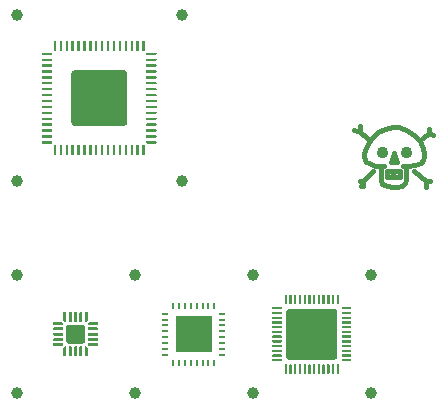
<source format=gbr>
G04 #@! TF.GenerationSoftware,KiCad,Pcbnew,(5.0.0)*
G04 #@! TF.CreationDate,2019-02-17T23:19:19-05:00*
G04 #@! TF.ProjectId,smd test,736D6420746573742E6B696361645F70,rev?*
G04 #@! TF.SameCoordinates,Original*
G04 #@! TF.FileFunction,Copper,L2,Bot,Signal*
G04 #@! TF.FilePolarity,Positive*
%FSLAX46Y46*%
G04 Gerber Fmt 4.6, Leading zero omitted, Abs format (unit mm)*
G04 Created by KiCad (PCBNEW (5.0.0)) date 02/17/19 23:19:19*
%MOMM*%
%LPD*%
G01*
G04 APERTURE LIST*
G04 #@! TA.AperFunction,EtchedComponent*
%ADD10C,0.381000*%
G04 #@! TD*
G04 #@! TA.AperFunction,BGAPad,CuDef*
%ADD11C,1.000000*%
G04 #@! TD*
G04 #@! TA.AperFunction,SMDPad,CuDef*
%ADD12R,0.250000X0.600000*%
G04 #@! TD*
G04 #@! TA.AperFunction,SMDPad,CuDef*
%ADD13R,0.600000X0.250000*%
G04 #@! TD*
G04 #@! TA.AperFunction,SMDPad,CuDef*
%ADD14R,3.100000X3.100000*%
G04 #@! TD*
G04 #@! TA.AperFunction,SMDPad,CuDef*
%ADD15C,0.143934*%
G04 #@! TD*
G04 #@! TA.AperFunction,Conductor*
%ADD16C,0.100000*%
G04 #@! TD*
G04 #@! TA.AperFunction,SMDPad,CuDef*
%ADD17C,0.250000*%
G04 #@! TD*
G04 #@! TA.AperFunction,SMDPad,CuDef*
%ADD18C,1.600000*%
G04 #@! TD*
G04 #@! TA.AperFunction,SMDPad,CuDef*
%ADD19C,0.200000*%
G04 #@! TD*
G04 #@! TA.AperFunction,SMDPad,CuDef*
%ADD20C,4.300000*%
G04 #@! TD*
G04 #@! TA.AperFunction,SMDPad,CuDef*
%ADD21C,4.700000*%
G04 #@! TD*
G04 APERTURE END LIST*
D10*
G04 #@! TO.C,REF\002A\002A*
X181730000Y-69512000D02*
X182111000Y-69512000D01*
X181349000Y-69512000D02*
X181730000Y-69512000D01*
X180841000Y-69258000D02*
X181349000Y-69512000D01*
X180587000Y-69131000D02*
X180841000Y-69258000D01*
X180460000Y-68750000D02*
X180587000Y-69131000D01*
X180460000Y-68369000D02*
X180460000Y-68750000D01*
X180587000Y-67988000D02*
X180460000Y-68369000D01*
X180841000Y-67480000D02*
X180587000Y-67988000D01*
X181095000Y-67099000D02*
X180841000Y-67480000D01*
X181603000Y-66591000D02*
X181095000Y-67099000D01*
X182238000Y-66337000D02*
X181603000Y-66591000D01*
X182873000Y-66210000D02*
X182238000Y-66337000D01*
X183381000Y-66210000D02*
X182873000Y-66210000D01*
X184016000Y-66464000D02*
X183381000Y-66210000D01*
X184651000Y-66845000D02*
X184016000Y-66464000D01*
X185159000Y-67353000D02*
X184651000Y-66845000D01*
X185413000Y-67988000D02*
X185159000Y-67353000D01*
X185540000Y-68496000D02*
X185413000Y-67988000D01*
X185540000Y-68750000D02*
X185540000Y-68496000D01*
X184143000Y-69512000D02*
X183762000Y-69512000D01*
X184778000Y-69385000D02*
X184143000Y-69512000D01*
X185286000Y-69258000D02*
X184778000Y-69385000D01*
X185413000Y-69004000D02*
X185286000Y-69258000D01*
X185540000Y-68750000D02*
X185413000Y-69004000D01*
X184016000Y-70274000D02*
X184016000Y-69512000D01*
X184016000Y-70655000D02*
X184016000Y-70274000D01*
X182873000Y-71290000D02*
X183254000Y-71290000D01*
X182365000Y-71163000D02*
X182873000Y-71290000D01*
X181984000Y-71036000D02*
X182365000Y-71163000D01*
X181857000Y-70655000D02*
X181984000Y-71036000D01*
X181857000Y-70274000D02*
X181857000Y-70655000D01*
X181857000Y-69512000D02*
X181857000Y-70274000D01*
X183635000Y-71163000D02*
X183254000Y-71290000D01*
X183889000Y-70909000D02*
X183635000Y-71163000D01*
X184016000Y-70655000D02*
X183889000Y-70909000D01*
X183254000Y-69131000D02*
X183000000Y-68369000D01*
X182746000Y-69131000D02*
X183254000Y-69131000D01*
X183000000Y-68369000D02*
X182746000Y-69131000D01*
X182267981Y-68369000D02*
G75*
G03X182267981Y-68369000I-283981J0D01*
G01*
X184299981Y-68369000D02*
G75*
G03X184299981Y-68369000I-283981J0D01*
G01*
X183508000Y-70401000D02*
X183508000Y-69893000D01*
X182365000Y-70401000D02*
X183508000Y-70401000D01*
X182365000Y-69893000D02*
X182365000Y-70401000D01*
X183508000Y-69893000D02*
X182365000Y-69893000D01*
X182873000Y-70020000D02*
X182873000Y-70274000D01*
X180714000Y-67099000D02*
X180079000Y-66591000D01*
X180079000Y-66591000D02*
X180079000Y-66083000D01*
X180079000Y-66591000D02*
X179571000Y-66464000D01*
X184651000Y-69893000D02*
X185667000Y-70782000D01*
X185667000Y-70782000D02*
X186048000Y-70782000D01*
X185667000Y-70782000D02*
X185667000Y-71290000D01*
X185413000Y-67099000D02*
X185921000Y-66718000D01*
X185921000Y-66718000D02*
X185921000Y-66337000D01*
X185921000Y-66718000D02*
X186302000Y-66845000D01*
X180333000Y-70782000D02*
X180079000Y-70782000D01*
X181222000Y-69893000D02*
X180333000Y-70782000D01*
X180333000Y-71163000D02*
X180206000Y-71163000D01*
X180333000Y-70782000D02*
X180333000Y-71163000D01*
G04 #@! TD*
D11*
G04 #@! TO.P,REF\002A\002A,~*
G04 #@! TO.N,N/C*
X165000000Y-70750000D03*
G04 #@! TD*
G04 #@! TO.P,REF\002A\002A,~*
G04 #@! TO.N,N/C*
X165000000Y-56750000D03*
G04 #@! TD*
G04 #@! TO.P,REF\002A\002A,~*
G04 #@! TO.N,N/C*
X151000000Y-56750000D03*
G04 #@! TD*
G04 #@! TO.P,REF\002A\002A,~*
G04 #@! TO.N,N/C*
X151000000Y-70750000D03*
G04 #@! TD*
G04 #@! TO.P,REF\002A\002A,~*
G04 #@! TO.N,N/C*
X181000000Y-88750000D03*
G04 #@! TD*
G04 #@! TO.P,REF\002A\002A,~*
G04 #@! TO.N,N/C*
X181000000Y-78750000D03*
G04 #@! TD*
G04 #@! TO.P,REF\002A\002A,~*
G04 #@! TO.N,N/C*
X171000000Y-88750000D03*
G04 #@! TD*
G04 #@! TO.P,REF\002A\002A,~*
G04 #@! TO.N,N/C*
X171000000Y-78750000D03*
G04 #@! TD*
D12*
G04 #@! TO.P,REF\002A\002A,32*
G04 #@! TO.N,N/C*
X164250000Y-86150000D03*
G04 #@! TO.P,REF\002A\002A,31*
X164750000Y-86150000D03*
G04 #@! TO.P,REF\002A\002A,30*
X165250000Y-86150000D03*
G04 #@! TO.P,REF\002A\002A,29*
X165750000Y-86150000D03*
G04 #@! TO.P,REF\002A\002A,28*
X166250000Y-86150000D03*
G04 #@! TO.P,REF\002A\002A,27*
X166750000Y-86150000D03*
G04 #@! TO.P,REF\002A\002A,26*
X167250000Y-86150000D03*
G04 #@! TO.P,REF\002A\002A,25*
X167750000Y-86150000D03*
D13*
G04 #@! TO.P,REF\002A\002A,24*
X168400000Y-85500000D03*
G04 #@! TO.P,REF\002A\002A,23*
X168400000Y-85000000D03*
G04 #@! TO.P,REF\002A\002A,22*
X168400000Y-84500000D03*
G04 #@! TO.P,REF\002A\002A,21*
X168400000Y-84000000D03*
G04 #@! TO.P,REF\002A\002A,20*
X168400000Y-83500000D03*
G04 #@! TO.P,REF\002A\002A,19*
X168400000Y-83000000D03*
G04 #@! TO.P,REF\002A\002A,18*
X168400000Y-82500000D03*
G04 #@! TO.P,REF\002A\002A,17*
X168400000Y-82000000D03*
D12*
G04 #@! TO.P,REF\002A\002A,16*
X167750000Y-81350000D03*
G04 #@! TO.P,REF\002A\002A,15*
X167250000Y-81350000D03*
G04 #@! TO.P,REF\002A\002A,14*
X166750000Y-81350000D03*
G04 #@! TO.P,REF\002A\002A,13*
X166250000Y-81350000D03*
G04 #@! TO.P,REF\002A\002A,12*
X165750000Y-81350000D03*
G04 #@! TO.P,REF\002A\002A,11*
X165250000Y-81350000D03*
G04 #@! TO.P,REF\002A\002A,10*
X164750000Y-81350000D03*
G04 #@! TO.P,REF\002A\002A,9*
X164250000Y-81350000D03*
D13*
G04 #@! TO.P,REF\002A\002A,8*
X163600000Y-82000000D03*
G04 #@! TO.P,REF\002A\002A,7*
X163600000Y-82500000D03*
G04 #@! TO.P,REF\002A\002A,6*
X163600000Y-83000000D03*
G04 #@! TO.P,REF\002A\002A,5*
X163600000Y-83500000D03*
G04 #@! TO.P,REF\002A\002A,4*
X163600000Y-84000000D03*
G04 #@! TO.P,REF\002A\002A,3*
X163600000Y-84500000D03*
G04 #@! TO.P,REF\002A\002A,2*
X163600000Y-85000000D03*
G04 #@! TO.P,REF\002A\002A,1*
X163600000Y-85500000D03*
D14*
G04 #@! TO.P,REF\002A\002A,33*
X166000000Y-83750000D03*
G04 #@! TD*
D11*
G04 #@! TO.P,REF\002A\002A,~*
G04 #@! TO.N,N/C*
X151000000Y-78750000D03*
G04 #@! TD*
G04 #@! TO.P,REF\002A\002A,~*
G04 #@! TO.N,N/C*
X161000000Y-78750000D03*
G04 #@! TD*
G04 #@! TO.P,REF\002A\002A,~*
G04 #@! TO.N,N/C*
X161000000Y-88750000D03*
G04 #@! TD*
G04 #@! TO.P,REF\002A\002A,~*
G04 #@! TO.N,N/C*
X151000000Y-88750000D03*
G04 #@! TD*
D15*
G04 #@! TO.P,REF\002A\002A,20*
G04 #@! TO.N,N/C*
X155100000Y-85200000D03*
D16*
G04 #@! TD*
G04 #@! TO.N,N/C*
G04 #@! TO.C,REF\002A\002A*
G36*
X155225000Y-85625000D02*
X154975000Y-85625000D01*
X154975000Y-84925000D01*
X155125000Y-84775000D01*
X155225000Y-84775000D01*
X155225000Y-85625000D01*
X155225000Y-85625000D01*
G37*
G04 #@! TO.N,N/C*
G04 #@! TO.C,REF\002A\002A*
G36*
X155618626Y-84775301D02*
X155624693Y-84776201D01*
X155630643Y-84777691D01*
X155636418Y-84779758D01*
X155641962Y-84782380D01*
X155647223Y-84785533D01*
X155652150Y-84789187D01*
X155656694Y-84793306D01*
X155660813Y-84797850D01*
X155664467Y-84802777D01*
X155667620Y-84808038D01*
X155670242Y-84813582D01*
X155672309Y-84819357D01*
X155673799Y-84825307D01*
X155674699Y-84831374D01*
X155675000Y-84837500D01*
X155675000Y-85562500D01*
X155674699Y-85568626D01*
X155673799Y-85574693D01*
X155672309Y-85580643D01*
X155670242Y-85586418D01*
X155667620Y-85591962D01*
X155664467Y-85597223D01*
X155660813Y-85602150D01*
X155656694Y-85606694D01*
X155652150Y-85610813D01*
X155647223Y-85614467D01*
X155641962Y-85617620D01*
X155636418Y-85620242D01*
X155630643Y-85622309D01*
X155624693Y-85623799D01*
X155618626Y-85624699D01*
X155612500Y-85625000D01*
X155487500Y-85625000D01*
X155481374Y-85624699D01*
X155475307Y-85623799D01*
X155469357Y-85622309D01*
X155463582Y-85620242D01*
X155458038Y-85617620D01*
X155452777Y-85614467D01*
X155447850Y-85610813D01*
X155443306Y-85606694D01*
X155439187Y-85602150D01*
X155435533Y-85597223D01*
X155432380Y-85591962D01*
X155429758Y-85586418D01*
X155427691Y-85580643D01*
X155426201Y-85574693D01*
X155425301Y-85568626D01*
X155425000Y-85562500D01*
X155425000Y-84837500D01*
X155425301Y-84831374D01*
X155426201Y-84825307D01*
X155427691Y-84819357D01*
X155429758Y-84813582D01*
X155432380Y-84808038D01*
X155435533Y-84802777D01*
X155439187Y-84797850D01*
X155443306Y-84793306D01*
X155447850Y-84789187D01*
X155452777Y-84785533D01*
X155458038Y-84782380D01*
X155463582Y-84779758D01*
X155469357Y-84777691D01*
X155475307Y-84776201D01*
X155481374Y-84775301D01*
X155487500Y-84775000D01*
X155612500Y-84775000D01*
X155618626Y-84775301D01*
X155618626Y-84775301D01*
G37*
D17*
G04 #@! TD*
G04 #@! TO.P,REF\002A\002A,19*
G04 #@! TO.N,N/C*
X155550000Y-85200000D03*
D16*
G04 #@! TO.N,N/C*
G04 #@! TO.C,REF\002A\002A*
G36*
X156068626Y-84775301D02*
X156074693Y-84776201D01*
X156080643Y-84777691D01*
X156086418Y-84779758D01*
X156091962Y-84782380D01*
X156097223Y-84785533D01*
X156102150Y-84789187D01*
X156106694Y-84793306D01*
X156110813Y-84797850D01*
X156114467Y-84802777D01*
X156117620Y-84808038D01*
X156120242Y-84813582D01*
X156122309Y-84819357D01*
X156123799Y-84825307D01*
X156124699Y-84831374D01*
X156125000Y-84837500D01*
X156125000Y-85562500D01*
X156124699Y-85568626D01*
X156123799Y-85574693D01*
X156122309Y-85580643D01*
X156120242Y-85586418D01*
X156117620Y-85591962D01*
X156114467Y-85597223D01*
X156110813Y-85602150D01*
X156106694Y-85606694D01*
X156102150Y-85610813D01*
X156097223Y-85614467D01*
X156091962Y-85617620D01*
X156086418Y-85620242D01*
X156080643Y-85622309D01*
X156074693Y-85623799D01*
X156068626Y-85624699D01*
X156062500Y-85625000D01*
X155937500Y-85625000D01*
X155931374Y-85624699D01*
X155925307Y-85623799D01*
X155919357Y-85622309D01*
X155913582Y-85620242D01*
X155908038Y-85617620D01*
X155902777Y-85614467D01*
X155897850Y-85610813D01*
X155893306Y-85606694D01*
X155889187Y-85602150D01*
X155885533Y-85597223D01*
X155882380Y-85591962D01*
X155879758Y-85586418D01*
X155877691Y-85580643D01*
X155876201Y-85574693D01*
X155875301Y-85568626D01*
X155875000Y-85562500D01*
X155875000Y-84837500D01*
X155875301Y-84831374D01*
X155876201Y-84825307D01*
X155877691Y-84819357D01*
X155879758Y-84813582D01*
X155882380Y-84808038D01*
X155885533Y-84802777D01*
X155889187Y-84797850D01*
X155893306Y-84793306D01*
X155897850Y-84789187D01*
X155902777Y-84785533D01*
X155908038Y-84782380D01*
X155913582Y-84779758D01*
X155919357Y-84777691D01*
X155925307Y-84776201D01*
X155931374Y-84775301D01*
X155937500Y-84775000D01*
X156062500Y-84775000D01*
X156068626Y-84775301D01*
X156068626Y-84775301D01*
G37*
D17*
G04 #@! TD*
G04 #@! TO.P,REF\002A\002A,18*
G04 #@! TO.N,N/C*
X156000000Y-85200000D03*
D16*
G04 #@! TO.N,N/C*
G04 #@! TO.C,REF\002A\002A*
G36*
X156518626Y-84775301D02*
X156524693Y-84776201D01*
X156530643Y-84777691D01*
X156536418Y-84779758D01*
X156541962Y-84782380D01*
X156547223Y-84785533D01*
X156552150Y-84789187D01*
X156556694Y-84793306D01*
X156560813Y-84797850D01*
X156564467Y-84802777D01*
X156567620Y-84808038D01*
X156570242Y-84813582D01*
X156572309Y-84819357D01*
X156573799Y-84825307D01*
X156574699Y-84831374D01*
X156575000Y-84837500D01*
X156575000Y-85562500D01*
X156574699Y-85568626D01*
X156573799Y-85574693D01*
X156572309Y-85580643D01*
X156570242Y-85586418D01*
X156567620Y-85591962D01*
X156564467Y-85597223D01*
X156560813Y-85602150D01*
X156556694Y-85606694D01*
X156552150Y-85610813D01*
X156547223Y-85614467D01*
X156541962Y-85617620D01*
X156536418Y-85620242D01*
X156530643Y-85622309D01*
X156524693Y-85623799D01*
X156518626Y-85624699D01*
X156512500Y-85625000D01*
X156387500Y-85625000D01*
X156381374Y-85624699D01*
X156375307Y-85623799D01*
X156369357Y-85622309D01*
X156363582Y-85620242D01*
X156358038Y-85617620D01*
X156352777Y-85614467D01*
X156347850Y-85610813D01*
X156343306Y-85606694D01*
X156339187Y-85602150D01*
X156335533Y-85597223D01*
X156332380Y-85591962D01*
X156329758Y-85586418D01*
X156327691Y-85580643D01*
X156326201Y-85574693D01*
X156325301Y-85568626D01*
X156325000Y-85562500D01*
X156325000Y-84837500D01*
X156325301Y-84831374D01*
X156326201Y-84825307D01*
X156327691Y-84819357D01*
X156329758Y-84813582D01*
X156332380Y-84808038D01*
X156335533Y-84802777D01*
X156339187Y-84797850D01*
X156343306Y-84793306D01*
X156347850Y-84789187D01*
X156352777Y-84785533D01*
X156358038Y-84782380D01*
X156363582Y-84779758D01*
X156369357Y-84777691D01*
X156375307Y-84776201D01*
X156381374Y-84775301D01*
X156387500Y-84775000D01*
X156512500Y-84775000D01*
X156518626Y-84775301D01*
X156518626Y-84775301D01*
G37*
D17*
G04 #@! TD*
G04 #@! TO.P,REF\002A\002A,17*
G04 #@! TO.N,N/C*
X156450000Y-85200000D03*
D15*
G04 #@! TO.P,REF\002A\002A,16*
G04 #@! TO.N,N/C*
X156900000Y-85200000D03*
D16*
G04 #@! TD*
G04 #@! TO.N,N/C*
G04 #@! TO.C,REF\002A\002A*
G36*
X157025000Y-84925000D02*
X157025000Y-85625000D01*
X156775000Y-85625000D01*
X156775000Y-84775000D01*
X156875000Y-84775000D01*
X157025000Y-84925000D01*
X157025000Y-84925000D01*
G37*
D15*
G04 #@! TO.P,REF\002A\002A,15*
G04 #@! TO.N,N/C*
X157450000Y-84650000D03*
D16*
G04 #@! TD*
G04 #@! TO.N,N/C*
G04 #@! TO.C,REF\002A\002A*
G36*
X157875000Y-84775000D02*
X157175000Y-84775000D01*
X157025000Y-84625000D01*
X157025000Y-84525000D01*
X157875000Y-84525000D01*
X157875000Y-84775000D01*
X157875000Y-84775000D01*
G37*
G04 #@! TO.N,N/C*
G04 #@! TO.C,REF\002A\002A*
G36*
X157818626Y-84075301D02*
X157824693Y-84076201D01*
X157830643Y-84077691D01*
X157836418Y-84079758D01*
X157841962Y-84082380D01*
X157847223Y-84085533D01*
X157852150Y-84089187D01*
X157856694Y-84093306D01*
X157860813Y-84097850D01*
X157864467Y-84102777D01*
X157867620Y-84108038D01*
X157870242Y-84113582D01*
X157872309Y-84119357D01*
X157873799Y-84125307D01*
X157874699Y-84131374D01*
X157875000Y-84137500D01*
X157875000Y-84262500D01*
X157874699Y-84268626D01*
X157873799Y-84274693D01*
X157872309Y-84280643D01*
X157870242Y-84286418D01*
X157867620Y-84291962D01*
X157864467Y-84297223D01*
X157860813Y-84302150D01*
X157856694Y-84306694D01*
X157852150Y-84310813D01*
X157847223Y-84314467D01*
X157841962Y-84317620D01*
X157836418Y-84320242D01*
X157830643Y-84322309D01*
X157824693Y-84323799D01*
X157818626Y-84324699D01*
X157812500Y-84325000D01*
X157087500Y-84325000D01*
X157081374Y-84324699D01*
X157075307Y-84323799D01*
X157069357Y-84322309D01*
X157063582Y-84320242D01*
X157058038Y-84317620D01*
X157052777Y-84314467D01*
X157047850Y-84310813D01*
X157043306Y-84306694D01*
X157039187Y-84302150D01*
X157035533Y-84297223D01*
X157032380Y-84291962D01*
X157029758Y-84286418D01*
X157027691Y-84280643D01*
X157026201Y-84274693D01*
X157025301Y-84268626D01*
X157025000Y-84262500D01*
X157025000Y-84137500D01*
X157025301Y-84131374D01*
X157026201Y-84125307D01*
X157027691Y-84119357D01*
X157029758Y-84113582D01*
X157032380Y-84108038D01*
X157035533Y-84102777D01*
X157039187Y-84097850D01*
X157043306Y-84093306D01*
X157047850Y-84089187D01*
X157052777Y-84085533D01*
X157058038Y-84082380D01*
X157063582Y-84079758D01*
X157069357Y-84077691D01*
X157075307Y-84076201D01*
X157081374Y-84075301D01*
X157087500Y-84075000D01*
X157812500Y-84075000D01*
X157818626Y-84075301D01*
X157818626Y-84075301D01*
G37*
D17*
G04 #@! TD*
G04 #@! TO.P,REF\002A\002A,14*
G04 #@! TO.N,N/C*
X157450000Y-84200000D03*
D16*
G04 #@! TO.N,N/C*
G04 #@! TO.C,REF\002A\002A*
G36*
X157818626Y-83625301D02*
X157824693Y-83626201D01*
X157830643Y-83627691D01*
X157836418Y-83629758D01*
X157841962Y-83632380D01*
X157847223Y-83635533D01*
X157852150Y-83639187D01*
X157856694Y-83643306D01*
X157860813Y-83647850D01*
X157864467Y-83652777D01*
X157867620Y-83658038D01*
X157870242Y-83663582D01*
X157872309Y-83669357D01*
X157873799Y-83675307D01*
X157874699Y-83681374D01*
X157875000Y-83687500D01*
X157875000Y-83812500D01*
X157874699Y-83818626D01*
X157873799Y-83824693D01*
X157872309Y-83830643D01*
X157870242Y-83836418D01*
X157867620Y-83841962D01*
X157864467Y-83847223D01*
X157860813Y-83852150D01*
X157856694Y-83856694D01*
X157852150Y-83860813D01*
X157847223Y-83864467D01*
X157841962Y-83867620D01*
X157836418Y-83870242D01*
X157830643Y-83872309D01*
X157824693Y-83873799D01*
X157818626Y-83874699D01*
X157812500Y-83875000D01*
X157087500Y-83875000D01*
X157081374Y-83874699D01*
X157075307Y-83873799D01*
X157069357Y-83872309D01*
X157063582Y-83870242D01*
X157058038Y-83867620D01*
X157052777Y-83864467D01*
X157047850Y-83860813D01*
X157043306Y-83856694D01*
X157039187Y-83852150D01*
X157035533Y-83847223D01*
X157032380Y-83841962D01*
X157029758Y-83836418D01*
X157027691Y-83830643D01*
X157026201Y-83824693D01*
X157025301Y-83818626D01*
X157025000Y-83812500D01*
X157025000Y-83687500D01*
X157025301Y-83681374D01*
X157026201Y-83675307D01*
X157027691Y-83669357D01*
X157029758Y-83663582D01*
X157032380Y-83658038D01*
X157035533Y-83652777D01*
X157039187Y-83647850D01*
X157043306Y-83643306D01*
X157047850Y-83639187D01*
X157052777Y-83635533D01*
X157058038Y-83632380D01*
X157063582Y-83629758D01*
X157069357Y-83627691D01*
X157075307Y-83626201D01*
X157081374Y-83625301D01*
X157087500Y-83625000D01*
X157812500Y-83625000D01*
X157818626Y-83625301D01*
X157818626Y-83625301D01*
G37*
D17*
G04 #@! TD*
G04 #@! TO.P,REF\002A\002A,13*
G04 #@! TO.N,N/C*
X157450000Y-83750000D03*
D16*
G04 #@! TO.N,N/C*
G04 #@! TO.C,REF\002A\002A*
G36*
X157818626Y-83175301D02*
X157824693Y-83176201D01*
X157830643Y-83177691D01*
X157836418Y-83179758D01*
X157841962Y-83182380D01*
X157847223Y-83185533D01*
X157852150Y-83189187D01*
X157856694Y-83193306D01*
X157860813Y-83197850D01*
X157864467Y-83202777D01*
X157867620Y-83208038D01*
X157870242Y-83213582D01*
X157872309Y-83219357D01*
X157873799Y-83225307D01*
X157874699Y-83231374D01*
X157875000Y-83237500D01*
X157875000Y-83362500D01*
X157874699Y-83368626D01*
X157873799Y-83374693D01*
X157872309Y-83380643D01*
X157870242Y-83386418D01*
X157867620Y-83391962D01*
X157864467Y-83397223D01*
X157860813Y-83402150D01*
X157856694Y-83406694D01*
X157852150Y-83410813D01*
X157847223Y-83414467D01*
X157841962Y-83417620D01*
X157836418Y-83420242D01*
X157830643Y-83422309D01*
X157824693Y-83423799D01*
X157818626Y-83424699D01*
X157812500Y-83425000D01*
X157087500Y-83425000D01*
X157081374Y-83424699D01*
X157075307Y-83423799D01*
X157069357Y-83422309D01*
X157063582Y-83420242D01*
X157058038Y-83417620D01*
X157052777Y-83414467D01*
X157047850Y-83410813D01*
X157043306Y-83406694D01*
X157039187Y-83402150D01*
X157035533Y-83397223D01*
X157032380Y-83391962D01*
X157029758Y-83386418D01*
X157027691Y-83380643D01*
X157026201Y-83374693D01*
X157025301Y-83368626D01*
X157025000Y-83362500D01*
X157025000Y-83237500D01*
X157025301Y-83231374D01*
X157026201Y-83225307D01*
X157027691Y-83219357D01*
X157029758Y-83213582D01*
X157032380Y-83208038D01*
X157035533Y-83202777D01*
X157039187Y-83197850D01*
X157043306Y-83193306D01*
X157047850Y-83189187D01*
X157052777Y-83185533D01*
X157058038Y-83182380D01*
X157063582Y-83179758D01*
X157069357Y-83177691D01*
X157075307Y-83176201D01*
X157081374Y-83175301D01*
X157087500Y-83175000D01*
X157812500Y-83175000D01*
X157818626Y-83175301D01*
X157818626Y-83175301D01*
G37*
D17*
G04 #@! TD*
G04 #@! TO.P,REF\002A\002A,12*
G04 #@! TO.N,N/C*
X157450000Y-83300000D03*
D15*
G04 #@! TO.P,REF\002A\002A,11*
G04 #@! TO.N,N/C*
X157450000Y-82850000D03*
D16*
G04 #@! TD*
G04 #@! TO.N,N/C*
G04 #@! TO.C,REF\002A\002A*
G36*
X157875000Y-82975000D02*
X157025000Y-82975000D01*
X157025000Y-82875000D01*
X157175000Y-82725000D01*
X157875000Y-82725000D01*
X157875000Y-82975000D01*
X157875000Y-82975000D01*
G37*
D15*
G04 #@! TO.P,REF\002A\002A,10*
G04 #@! TO.N,N/C*
X156900000Y-82300000D03*
D16*
G04 #@! TD*
G04 #@! TO.N,N/C*
G04 #@! TO.C,REF\002A\002A*
G36*
X157025000Y-82575000D02*
X156875000Y-82725000D01*
X156775000Y-82725000D01*
X156775000Y-81875000D01*
X157025000Y-81875000D01*
X157025000Y-82575000D01*
X157025000Y-82575000D01*
G37*
G04 #@! TO.N,N/C*
G04 #@! TO.C,REF\002A\002A*
G36*
X156518626Y-81875301D02*
X156524693Y-81876201D01*
X156530643Y-81877691D01*
X156536418Y-81879758D01*
X156541962Y-81882380D01*
X156547223Y-81885533D01*
X156552150Y-81889187D01*
X156556694Y-81893306D01*
X156560813Y-81897850D01*
X156564467Y-81902777D01*
X156567620Y-81908038D01*
X156570242Y-81913582D01*
X156572309Y-81919357D01*
X156573799Y-81925307D01*
X156574699Y-81931374D01*
X156575000Y-81937500D01*
X156575000Y-82662500D01*
X156574699Y-82668626D01*
X156573799Y-82674693D01*
X156572309Y-82680643D01*
X156570242Y-82686418D01*
X156567620Y-82691962D01*
X156564467Y-82697223D01*
X156560813Y-82702150D01*
X156556694Y-82706694D01*
X156552150Y-82710813D01*
X156547223Y-82714467D01*
X156541962Y-82717620D01*
X156536418Y-82720242D01*
X156530643Y-82722309D01*
X156524693Y-82723799D01*
X156518626Y-82724699D01*
X156512500Y-82725000D01*
X156387500Y-82725000D01*
X156381374Y-82724699D01*
X156375307Y-82723799D01*
X156369357Y-82722309D01*
X156363582Y-82720242D01*
X156358038Y-82717620D01*
X156352777Y-82714467D01*
X156347850Y-82710813D01*
X156343306Y-82706694D01*
X156339187Y-82702150D01*
X156335533Y-82697223D01*
X156332380Y-82691962D01*
X156329758Y-82686418D01*
X156327691Y-82680643D01*
X156326201Y-82674693D01*
X156325301Y-82668626D01*
X156325000Y-82662500D01*
X156325000Y-81937500D01*
X156325301Y-81931374D01*
X156326201Y-81925307D01*
X156327691Y-81919357D01*
X156329758Y-81913582D01*
X156332380Y-81908038D01*
X156335533Y-81902777D01*
X156339187Y-81897850D01*
X156343306Y-81893306D01*
X156347850Y-81889187D01*
X156352777Y-81885533D01*
X156358038Y-81882380D01*
X156363582Y-81879758D01*
X156369357Y-81877691D01*
X156375307Y-81876201D01*
X156381374Y-81875301D01*
X156387500Y-81875000D01*
X156512500Y-81875000D01*
X156518626Y-81875301D01*
X156518626Y-81875301D01*
G37*
D17*
G04 #@! TD*
G04 #@! TO.P,REF\002A\002A,9*
G04 #@! TO.N,N/C*
X156450000Y-82300000D03*
D16*
G04 #@! TO.N,N/C*
G04 #@! TO.C,REF\002A\002A*
G36*
X156068626Y-81875301D02*
X156074693Y-81876201D01*
X156080643Y-81877691D01*
X156086418Y-81879758D01*
X156091962Y-81882380D01*
X156097223Y-81885533D01*
X156102150Y-81889187D01*
X156106694Y-81893306D01*
X156110813Y-81897850D01*
X156114467Y-81902777D01*
X156117620Y-81908038D01*
X156120242Y-81913582D01*
X156122309Y-81919357D01*
X156123799Y-81925307D01*
X156124699Y-81931374D01*
X156125000Y-81937500D01*
X156125000Y-82662500D01*
X156124699Y-82668626D01*
X156123799Y-82674693D01*
X156122309Y-82680643D01*
X156120242Y-82686418D01*
X156117620Y-82691962D01*
X156114467Y-82697223D01*
X156110813Y-82702150D01*
X156106694Y-82706694D01*
X156102150Y-82710813D01*
X156097223Y-82714467D01*
X156091962Y-82717620D01*
X156086418Y-82720242D01*
X156080643Y-82722309D01*
X156074693Y-82723799D01*
X156068626Y-82724699D01*
X156062500Y-82725000D01*
X155937500Y-82725000D01*
X155931374Y-82724699D01*
X155925307Y-82723799D01*
X155919357Y-82722309D01*
X155913582Y-82720242D01*
X155908038Y-82717620D01*
X155902777Y-82714467D01*
X155897850Y-82710813D01*
X155893306Y-82706694D01*
X155889187Y-82702150D01*
X155885533Y-82697223D01*
X155882380Y-82691962D01*
X155879758Y-82686418D01*
X155877691Y-82680643D01*
X155876201Y-82674693D01*
X155875301Y-82668626D01*
X155875000Y-82662500D01*
X155875000Y-81937500D01*
X155875301Y-81931374D01*
X155876201Y-81925307D01*
X155877691Y-81919357D01*
X155879758Y-81913582D01*
X155882380Y-81908038D01*
X155885533Y-81902777D01*
X155889187Y-81897850D01*
X155893306Y-81893306D01*
X155897850Y-81889187D01*
X155902777Y-81885533D01*
X155908038Y-81882380D01*
X155913582Y-81879758D01*
X155919357Y-81877691D01*
X155925307Y-81876201D01*
X155931374Y-81875301D01*
X155937500Y-81875000D01*
X156062500Y-81875000D01*
X156068626Y-81875301D01*
X156068626Y-81875301D01*
G37*
D17*
G04 #@! TD*
G04 #@! TO.P,REF\002A\002A,8*
G04 #@! TO.N,N/C*
X156000000Y-82300000D03*
D16*
G04 #@! TO.N,N/C*
G04 #@! TO.C,REF\002A\002A*
G36*
X155618626Y-81875301D02*
X155624693Y-81876201D01*
X155630643Y-81877691D01*
X155636418Y-81879758D01*
X155641962Y-81882380D01*
X155647223Y-81885533D01*
X155652150Y-81889187D01*
X155656694Y-81893306D01*
X155660813Y-81897850D01*
X155664467Y-81902777D01*
X155667620Y-81908038D01*
X155670242Y-81913582D01*
X155672309Y-81919357D01*
X155673799Y-81925307D01*
X155674699Y-81931374D01*
X155675000Y-81937500D01*
X155675000Y-82662500D01*
X155674699Y-82668626D01*
X155673799Y-82674693D01*
X155672309Y-82680643D01*
X155670242Y-82686418D01*
X155667620Y-82691962D01*
X155664467Y-82697223D01*
X155660813Y-82702150D01*
X155656694Y-82706694D01*
X155652150Y-82710813D01*
X155647223Y-82714467D01*
X155641962Y-82717620D01*
X155636418Y-82720242D01*
X155630643Y-82722309D01*
X155624693Y-82723799D01*
X155618626Y-82724699D01*
X155612500Y-82725000D01*
X155487500Y-82725000D01*
X155481374Y-82724699D01*
X155475307Y-82723799D01*
X155469357Y-82722309D01*
X155463582Y-82720242D01*
X155458038Y-82717620D01*
X155452777Y-82714467D01*
X155447850Y-82710813D01*
X155443306Y-82706694D01*
X155439187Y-82702150D01*
X155435533Y-82697223D01*
X155432380Y-82691962D01*
X155429758Y-82686418D01*
X155427691Y-82680643D01*
X155426201Y-82674693D01*
X155425301Y-82668626D01*
X155425000Y-82662500D01*
X155425000Y-81937500D01*
X155425301Y-81931374D01*
X155426201Y-81925307D01*
X155427691Y-81919357D01*
X155429758Y-81913582D01*
X155432380Y-81908038D01*
X155435533Y-81902777D01*
X155439187Y-81897850D01*
X155443306Y-81893306D01*
X155447850Y-81889187D01*
X155452777Y-81885533D01*
X155458038Y-81882380D01*
X155463582Y-81879758D01*
X155469357Y-81877691D01*
X155475307Y-81876201D01*
X155481374Y-81875301D01*
X155487500Y-81875000D01*
X155612500Y-81875000D01*
X155618626Y-81875301D01*
X155618626Y-81875301D01*
G37*
D17*
G04 #@! TD*
G04 #@! TO.P,REF\002A\002A,7*
G04 #@! TO.N,N/C*
X155550000Y-82300000D03*
D15*
G04 #@! TO.P,REF\002A\002A,6*
G04 #@! TO.N,N/C*
X155100000Y-82300000D03*
D16*
G04 #@! TD*
G04 #@! TO.N,N/C*
G04 #@! TO.C,REF\002A\002A*
G36*
X155225000Y-82725000D02*
X155125000Y-82725000D01*
X154975000Y-82575000D01*
X154975000Y-81875000D01*
X155225000Y-81875000D01*
X155225000Y-82725000D01*
X155225000Y-82725000D01*
G37*
D15*
G04 #@! TO.P,REF\002A\002A,5*
G04 #@! TO.N,N/C*
X154550000Y-82850000D03*
D16*
G04 #@! TD*
G04 #@! TO.N,N/C*
G04 #@! TO.C,REF\002A\002A*
G36*
X154975000Y-82875000D02*
X154975000Y-82975000D01*
X154125000Y-82975000D01*
X154125000Y-82725000D01*
X154825000Y-82725000D01*
X154975000Y-82875000D01*
X154975000Y-82875000D01*
G37*
G04 #@! TO.N,N/C*
G04 #@! TO.C,REF\002A\002A*
G36*
X154918626Y-83175301D02*
X154924693Y-83176201D01*
X154930643Y-83177691D01*
X154936418Y-83179758D01*
X154941962Y-83182380D01*
X154947223Y-83185533D01*
X154952150Y-83189187D01*
X154956694Y-83193306D01*
X154960813Y-83197850D01*
X154964467Y-83202777D01*
X154967620Y-83208038D01*
X154970242Y-83213582D01*
X154972309Y-83219357D01*
X154973799Y-83225307D01*
X154974699Y-83231374D01*
X154975000Y-83237500D01*
X154975000Y-83362500D01*
X154974699Y-83368626D01*
X154973799Y-83374693D01*
X154972309Y-83380643D01*
X154970242Y-83386418D01*
X154967620Y-83391962D01*
X154964467Y-83397223D01*
X154960813Y-83402150D01*
X154956694Y-83406694D01*
X154952150Y-83410813D01*
X154947223Y-83414467D01*
X154941962Y-83417620D01*
X154936418Y-83420242D01*
X154930643Y-83422309D01*
X154924693Y-83423799D01*
X154918626Y-83424699D01*
X154912500Y-83425000D01*
X154187500Y-83425000D01*
X154181374Y-83424699D01*
X154175307Y-83423799D01*
X154169357Y-83422309D01*
X154163582Y-83420242D01*
X154158038Y-83417620D01*
X154152777Y-83414467D01*
X154147850Y-83410813D01*
X154143306Y-83406694D01*
X154139187Y-83402150D01*
X154135533Y-83397223D01*
X154132380Y-83391962D01*
X154129758Y-83386418D01*
X154127691Y-83380643D01*
X154126201Y-83374693D01*
X154125301Y-83368626D01*
X154125000Y-83362500D01*
X154125000Y-83237500D01*
X154125301Y-83231374D01*
X154126201Y-83225307D01*
X154127691Y-83219357D01*
X154129758Y-83213582D01*
X154132380Y-83208038D01*
X154135533Y-83202777D01*
X154139187Y-83197850D01*
X154143306Y-83193306D01*
X154147850Y-83189187D01*
X154152777Y-83185533D01*
X154158038Y-83182380D01*
X154163582Y-83179758D01*
X154169357Y-83177691D01*
X154175307Y-83176201D01*
X154181374Y-83175301D01*
X154187500Y-83175000D01*
X154912500Y-83175000D01*
X154918626Y-83175301D01*
X154918626Y-83175301D01*
G37*
D17*
G04 #@! TD*
G04 #@! TO.P,REF\002A\002A,4*
G04 #@! TO.N,N/C*
X154550000Y-83300000D03*
D16*
G04 #@! TO.N,N/C*
G04 #@! TO.C,REF\002A\002A*
G36*
X154918626Y-83625301D02*
X154924693Y-83626201D01*
X154930643Y-83627691D01*
X154936418Y-83629758D01*
X154941962Y-83632380D01*
X154947223Y-83635533D01*
X154952150Y-83639187D01*
X154956694Y-83643306D01*
X154960813Y-83647850D01*
X154964467Y-83652777D01*
X154967620Y-83658038D01*
X154970242Y-83663582D01*
X154972309Y-83669357D01*
X154973799Y-83675307D01*
X154974699Y-83681374D01*
X154975000Y-83687500D01*
X154975000Y-83812500D01*
X154974699Y-83818626D01*
X154973799Y-83824693D01*
X154972309Y-83830643D01*
X154970242Y-83836418D01*
X154967620Y-83841962D01*
X154964467Y-83847223D01*
X154960813Y-83852150D01*
X154956694Y-83856694D01*
X154952150Y-83860813D01*
X154947223Y-83864467D01*
X154941962Y-83867620D01*
X154936418Y-83870242D01*
X154930643Y-83872309D01*
X154924693Y-83873799D01*
X154918626Y-83874699D01*
X154912500Y-83875000D01*
X154187500Y-83875000D01*
X154181374Y-83874699D01*
X154175307Y-83873799D01*
X154169357Y-83872309D01*
X154163582Y-83870242D01*
X154158038Y-83867620D01*
X154152777Y-83864467D01*
X154147850Y-83860813D01*
X154143306Y-83856694D01*
X154139187Y-83852150D01*
X154135533Y-83847223D01*
X154132380Y-83841962D01*
X154129758Y-83836418D01*
X154127691Y-83830643D01*
X154126201Y-83824693D01*
X154125301Y-83818626D01*
X154125000Y-83812500D01*
X154125000Y-83687500D01*
X154125301Y-83681374D01*
X154126201Y-83675307D01*
X154127691Y-83669357D01*
X154129758Y-83663582D01*
X154132380Y-83658038D01*
X154135533Y-83652777D01*
X154139187Y-83647850D01*
X154143306Y-83643306D01*
X154147850Y-83639187D01*
X154152777Y-83635533D01*
X154158038Y-83632380D01*
X154163582Y-83629758D01*
X154169357Y-83627691D01*
X154175307Y-83626201D01*
X154181374Y-83625301D01*
X154187500Y-83625000D01*
X154912500Y-83625000D01*
X154918626Y-83625301D01*
X154918626Y-83625301D01*
G37*
D17*
G04 #@! TD*
G04 #@! TO.P,REF\002A\002A,3*
G04 #@! TO.N,N/C*
X154550000Y-83750000D03*
D16*
G04 #@! TO.N,N/C*
G04 #@! TO.C,REF\002A\002A*
G36*
X154918626Y-84075301D02*
X154924693Y-84076201D01*
X154930643Y-84077691D01*
X154936418Y-84079758D01*
X154941962Y-84082380D01*
X154947223Y-84085533D01*
X154952150Y-84089187D01*
X154956694Y-84093306D01*
X154960813Y-84097850D01*
X154964467Y-84102777D01*
X154967620Y-84108038D01*
X154970242Y-84113582D01*
X154972309Y-84119357D01*
X154973799Y-84125307D01*
X154974699Y-84131374D01*
X154975000Y-84137500D01*
X154975000Y-84262500D01*
X154974699Y-84268626D01*
X154973799Y-84274693D01*
X154972309Y-84280643D01*
X154970242Y-84286418D01*
X154967620Y-84291962D01*
X154964467Y-84297223D01*
X154960813Y-84302150D01*
X154956694Y-84306694D01*
X154952150Y-84310813D01*
X154947223Y-84314467D01*
X154941962Y-84317620D01*
X154936418Y-84320242D01*
X154930643Y-84322309D01*
X154924693Y-84323799D01*
X154918626Y-84324699D01*
X154912500Y-84325000D01*
X154187500Y-84325000D01*
X154181374Y-84324699D01*
X154175307Y-84323799D01*
X154169357Y-84322309D01*
X154163582Y-84320242D01*
X154158038Y-84317620D01*
X154152777Y-84314467D01*
X154147850Y-84310813D01*
X154143306Y-84306694D01*
X154139187Y-84302150D01*
X154135533Y-84297223D01*
X154132380Y-84291962D01*
X154129758Y-84286418D01*
X154127691Y-84280643D01*
X154126201Y-84274693D01*
X154125301Y-84268626D01*
X154125000Y-84262500D01*
X154125000Y-84137500D01*
X154125301Y-84131374D01*
X154126201Y-84125307D01*
X154127691Y-84119357D01*
X154129758Y-84113582D01*
X154132380Y-84108038D01*
X154135533Y-84102777D01*
X154139187Y-84097850D01*
X154143306Y-84093306D01*
X154147850Y-84089187D01*
X154152777Y-84085533D01*
X154158038Y-84082380D01*
X154163582Y-84079758D01*
X154169357Y-84077691D01*
X154175307Y-84076201D01*
X154181374Y-84075301D01*
X154187500Y-84075000D01*
X154912500Y-84075000D01*
X154918626Y-84075301D01*
X154918626Y-84075301D01*
G37*
D17*
G04 #@! TD*
G04 #@! TO.P,REF\002A\002A,2*
G04 #@! TO.N,N/C*
X154550000Y-84200000D03*
D15*
G04 #@! TO.P,REF\002A\002A,1*
G04 #@! TO.N,N/C*
X154550000Y-84650000D03*
D16*
G04 #@! TD*
G04 #@! TO.N,N/C*
G04 #@! TO.C,REF\002A\002A*
G36*
X154975000Y-84625000D02*
X154825000Y-84775000D01*
X154125000Y-84775000D01*
X154125000Y-84525000D01*
X154975000Y-84525000D01*
X154975000Y-84625000D01*
X154975000Y-84625000D01*
G37*
G04 #@! TO.N,N/C*
G04 #@! TO.C,REF\002A\002A*
G36*
X156574504Y-82951204D02*
X156598773Y-82954804D01*
X156622571Y-82960765D01*
X156645671Y-82969030D01*
X156667849Y-82979520D01*
X156688893Y-82992133D01*
X156708598Y-83006747D01*
X156726777Y-83023223D01*
X156743253Y-83041402D01*
X156757867Y-83061107D01*
X156770480Y-83082151D01*
X156780970Y-83104329D01*
X156789235Y-83127429D01*
X156795196Y-83151227D01*
X156798796Y-83175496D01*
X156800000Y-83200000D01*
X156800000Y-84300000D01*
X156798796Y-84324504D01*
X156795196Y-84348773D01*
X156789235Y-84372571D01*
X156780970Y-84395671D01*
X156770480Y-84417849D01*
X156757867Y-84438893D01*
X156743253Y-84458598D01*
X156726777Y-84476777D01*
X156708598Y-84493253D01*
X156688893Y-84507867D01*
X156667849Y-84520480D01*
X156645671Y-84530970D01*
X156622571Y-84539235D01*
X156598773Y-84545196D01*
X156574504Y-84548796D01*
X156550000Y-84550000D01*
X155450000Y-84550000D01*
X155425496Y-84548796D01*
X155401227Y-84545196D01*
X155377429Y-84539235D01*
X155354329Y-84530970D01*
X155332151Y-84520480D01*
X155311107Y-84507867D01*
X155291402Y-84493253D01*
X155273223Y-84476777D01*
X155256747Y-84458598D01*
X155242133Y-84438893D01*
X155229520Y-84417849D01*
X155219030Y-84395671D01*
X155210765Y-84372571D01*
X155204804Y-84348773D01*
X155201204Y-84324504D01*
X155200000Y-84300000D01*
X155200000Y-83200000D01*
X155201204Y-83175496D01*
X155204804Y-83151227D01*
X155210765Y-83127429D01*
X155219030Y-83104329D01*
X155229520Y-83082151D01*
X155242133Y-83061107D01*
X155256747Y-83041402D01*
X155273223Y-83023223D01*
X155291402Y-83006747D01*
X155311107Y-82992133D01*
X155332151Y-82979520D01*
X155354329Y-82969030D01*
X155377429Y-82960765D01*
X155401227Y-82954804D01*
X155425496Y-82951204D01*
X155450000Y-82950000D01*
X156550000Y-82950000D01*
X156574504Y-82951204D01*
X156574504Y-82951204D01*
G37*
D18*
G04 #@! TD*
G04 #@! TO.P,REF\002A\002A,21*
G04 #@! TO.N,N/C*
X156000000Y-83750000D03*
D16*
G04 #@! TO.N,N/C*
G04 #@! TO.C,REF\002A\002A*
G36*
X173854901Y-86300241D02*
X173859755Y-86300961D01*
X173864514Y-86302153D01*
X173869134Y-86303806D01*
X173873570Y-86305904D01*
X173877779Y-86308427D01*
X173881720Y-86311349D01*
X173885355Y-86314645D01*
X173888651Y-86318280D01*
X173891573Y-86322221D01*
X173894096Y-86326430D01*
X173896194Y-86330866D01*
X173897847Y-86335486D01*
X173899039Y-86340245D01*
X173899759Y-86345099D01*
X173900000Y-86350000D01*
X173900000Y-87050000D01*
X173899759Y-87054901D01*
X173899039Y-87059755D01*
X173897847Y-87064514D01*
X173896194Y-87069134D01*
X173894096Y-87073570D01*
X173891573Y-87077779D01*
X173888651Y-87081720D01*
X173885355Y-87085355D01*
X173881720Y-87088651D01*
X173877779Y-87091573D01*
X173873570Y-87094096D01*
X173869134Y-87096194D01*
X173864514Y-87097847D01*
X173859755Y-87099039D01*
X173854901Y-87099759D01*
X173850000Y-87100000D01*
X173750000Y-87100000D01*
X173745099Y-87099759D01*
X173740245Y-87099039D01*
X173735486Y-87097847D01*
X173730866Y-87096194D01*
X173726430Y-87094096D01*
X173722221Y-87091573D01*
X173718280Y-87088651D01*
X173714645Y-87085355D01*
X173711349Y-87081720D01*
X173708427Y-87077779D01*
X173705904Y-87073570D01*
X173703806Y-87069134D01*
X173702153Y-87064514D01*
X173700961Y-87059755D01*
X173700241Y-87054901D01*
X173700000Y-87050000D01*
X173700000Y-86350000D01*
X173700241Y-86345099D01*
X173700961Y-86340245D01*
X173702153Y-86335486D01*
X173703806Y-86330866D01*
X173705904Y-86326430D01*
X173708427Y-86322221D01*
X173711349Y-86318280D01*
X173714645Y-86314645D01*
X173718280Y-86311349D01*
X173722221Y-86308427D01*
X173726430Y-86305904D01*
X173730866Y-86303806D01*
X173735486Y-86302153D01*
X173740245Y-86300961D01*
X173745099Y-86300241D01*
X173750000Y-86300000D01*
X173850000Y-86300000D01*
X173854901Y-86300241D01*
X173854901Y-86300241D01*
G37*
D19*
G04 #@! TD*
G04 #@! TO.P,REF\002A\002A,48*
G04 #@! TO.N,N/C*
X173800000Y-86700000D03*
D16*
G04 #@! TO.N,N/C*
G04 #@! TO.C,REF\002A\002A*
G36*
X174254901Y-86300241D02*
X174259755Y-86300961D01*
X174264514Y-86302153D01*
X174269134Y-86303806D01*
X174273570Y-86305904D01*
X174277779Y-86308427D01*
X174281720Y-86311349D01*
X174285355Y-86314645D01*
X174288651Y-86318280D01*
X174291573Y-86322221D01*
X174294096Y-86326430D01*
X174296194Y-86330866D01*
X174297847Y-86335486D01*
X174299039Y-86340245D01*
X174299759Y-86345099D01*
X174300000Y-86350000D01*
X174300000Y-87050000D01*
X174299759Y-87054901D01*
X174299039Y-87059755D01*
X174297847Y-87064514D01*
X174296194Y-87069134D01*
X174294096Y-87073570D01*
X174291573Y-87077779D01*
X174288651Y-87081720D01*
X174285355Y-87085355D01*
X174281720Y-87088651D01*
X174277779Y-87091573D01*
X174273570Y-87094096D01*
X174269134Y-87096194D01*
X174264514Y-87097847D01*
X174259755Y-87099039D01*
X174254901Y-87099759D01*
X174250000Y-87100000D01*
X174150000Y-87100000D01*
X174145099Y-87099759D01*
X174140245Y-87099039D01*
X174135486Y-87097847D01*
X174130866Y-87096194D01*
X174126430Y-87094096D01*
X174122221Y-87091573D01*
X174118280Y-87088651D01*
X174114645Y-87085355D01*
X174111349Y-87081720D01*
X174108427Y-87077779D01*
X174105904Y-87073570D01*
X174103806Y-87069134D01*
X174102153Y-87064514D01*
X174100961Y-87059755D01*
X174100241Y-87054901D01*
X174100000Y-87050000D01*
X174100000Y-86350000D01*
X174100241Y-86345099D01*
X174100961Y-86340245D01*
X174102153Y-86335486D01*
X174103806Y-86330866D01*
X174105904Y-86326430D01*
X174108427Y-86322221D01*
X174111349Y-86318280D01*
X174114645Y-86314645D01*
X174118280Y-86311349D01*
X174122221Y-86308427D01*
X174126430Y-86305904D01*
X174130866Y-86303806D01*
X174135486Y-86302153D01*
X174140245Y-86300961D01*
X174145099Y-86300241D01*
X174150000Y-86300000D01*
X174250000Y-86300000D01*
X174254901Y-86300241D01*
X174254901Y-86300241D01*
G37*
D19*
G04 #@! TD*
G04 #@! TO.P,REF\002A\002A,47*
G04 #@! TO.N,N/C*
X174200000Y-86700000D03*
D16*
G04 #@! TO.N,N/C*
G04 #@! TO.C,REF\002A\002A*
G36*
X174654901Y-86300241D02*
X174659755Y-86300961D01*
X174664514Y-86302153D01*
X174669134Y-86303806D01*
X174673570Y-86305904D01*
X174677779Y-86308427D01*
X174681720Y-86311349D01*
X174685355Y-86314645D01*
X174688651Y-86318280D01*
X174691573Y-86322221D01*
X174694096Y-86326430D01*
X174696194Y-86330866D01*
X174697847Y-86335486D01*
X174699039Y-86340245D01*
X174699759Y-86345099D01*
X174700000Y-86350000D01*
X174700000Y-87050000D01*
X174699759Y-87054901D01*
X174699039Y-87059755D01*
X174697847Y-87064514D01*
X174696194Y-87069134D01*
X174694096Y-87073570D01*
X174691573Y-87077779D01*
X174688651Y-87081720D01*
X174685355Y-87085355D01*
X174681720Y-87088651D01*
X174677779Y-87091573D01*
X174673570Y-87094096D01*
X174669134Y-87096194D01*
X174664514Y-87097847D01*
X174659755Y-87099039D01*
X174654901Y-87099759D01*
X174650000Y-87100000D01*
X174550000Y-87100000D01*
X174545099Y-87099759D01*
X174540245Y-87099039D01*
X174535486Y-87097847D01*
X174530866Y-87096194D01*
X174526430Y-87094096D01*
X174522221Y-87091573D01*
X174518280Y-87088651D01*
X174514645Y-87085355D01*
X174511349Y-87081720D01*
X174508427Y-87077779D01*
X174505904Y-87073570D01*
X174503806Y-87069134D01*
X174502153Y-87064514D01*
X174500961Y-87059755D01*
X174500241Y-87054901D01*
X174500000Y-87050000D01*
X174500000Y-86350000D01*
X174500241Y-86345099D01*
X174500961Y-86340245D01*
X174502153Y-86335486D01*
X174503806Y-86330866D01*
X174505904Y-86326430D01*
X174508427Y-86322221D01*
X174511349Y-86318280D01*
X174514645Y-86314645D01*
X174518280Y-86311349D01*
X174522221Y-86308427D01*
X174526430Y-86305904D01*
X174530866Y-86303806D01*
X174535486Y-86302153D01*
X174540245Y-86300961D01*
X174545099Y-86300241D01*
X174550000Y-86300000D01*
X174650000Y-86300000D01*
X174654901Y-86300241D01*
X174654901Y-86300241D01*
G37*
D19*
G04 #@! TD*
G04 #@! TO.P,REF\002A\002A,46*
G04 #@! TO.N,N/C*
X174600000Y-86700000D03*
D16*
G04 #@! TO.N,N/C*
G04 #@! TO.C,REF\002A\002A*
G36*
X175054901Y-86300241D02*
X175059755Y-86300961D01*
X175064514Y-86302153D01*
X175069134Y-86303806D01*
X175073570Y-86305904D01*
X175077779Y-86308427D01*
X175081720Y-86311349D01*
X175085355Y-86314645D01*
X175088651Y-86318280D01*
X175091573Y-86322221D01*
X175094096Y-86326430D01*
X175096194Y-86330866D01*
X175097847Y-86335486D01*
X175099039Y-86340245D01*
X175099759Y-86345099D01*
X175100000Y-86350000D01*
X175100000Y-87050000D01*
X175099759Y-87054901D01*
X175099039Y-87059755D01*
X175097847Y-87064514D01*
X175096194Y-87069134D01*
X175094096Y-87073570D01*
X175091573Y-87077779D01*
X175088651Y-87081720D01*
X175085355Y-87085355D01*
X175081720Y-87088651D01*
X175077779Y-87091573D01*
X175073570Y-87094096D01*
X175069134Y-87096194D01*
X175064514Y-87097847D01*
X175059755Y-87099039D01*
X175054901Y-87099759D01*
X175050000Y-87100000D01*
X174950000Y-87100000D01*
X174945099Y-87099759D01*
X174940245Y-87099039D01*
X174935486Y-87097847D01*
X174930866Y-87096194D01*
X174926430Y-87094096D01*
X174922221Y-87091573D01*
X174918280Y-87088651D01*
X174914645Y-87085355D01*
X174911349Y-87081720D01*
X174908427Y-87077779D01*
X174905904Y-87073570D01*
X174903806Y-87069134D01*
X174902153Y-87064514D01*
X174900961Y-87059755D01*
X174900241Y-87054901D01*
X174900000Y-87050000D01*
X174900000Y-86350000D01*
X174900241Y-86345099D01*
X174900961Y-86340245D01*
X174902153Y-86335486D01*
X174903806Y-86330866D01*
X174905904Y-86326430D01*
X174908427Y-86322221D01*
X174911349Y-86318280D01*
X174914645Y-86314645D01*
X174918280Y-86311349D01*
X174922221Y-86308427D01*
X174926430Y-86305904D01*
X174930866Y-86303806D01*
X174935486Y-86302153D01*
X174940245Y-86300961D01*
X174945099Y-86300241D01*
X174950000Y-86300000D01*
X175050000Y-86300000D01*
X175054901Y-86300241D01*
X175054901Y-86300241D01*
G37*
D19*
G04 #@! TD*
G04 #@! TO.P,REF\002A\002A,45*
G04 #@! TO.N,N/C*
X175000000Y-86700000D03*
D16*
G04 #@! TO.N,N/C*
G04 #@! TO.C,REF\002A\002A*
G36*
X175454901Y-86300241D02*
X175459755Y-86300961D01*
X175464514Y-86302153D01*
X175469134Y-86303806D01*
X175473570Y-86305904D01*
X175477779Y-86308427D01*
X175481720Y-86311349D01*
X175485355Y-86314645D01*
X175488651Y-86318280D01*
X175491573Y-86322221D01*
X175494096Y-86326430D01*
X175496194Y-86330866D01*
X175497847Y-86335486D01*
X175499039Y-86340245D01*
X175499759Y-86345099D01*
X175500000Y-86350000D01*
X175500000Y-87050000D01*
X175499759Y-87054901D01*
X175499039Y-87059755D01*
X175497847Y-87064514D01*
X175496194Y-87069134D01*
X175494096Y-87073570D01*
X175491573Y-87077779D01*
X175488651Y-87081720D01*
X175485355Y-87085355D01*
X175481720Y-87088651D01*
X175477779Y-87091573D01*
X175473570Y-87094096D01*
X175469134Y-87096194D01*
X175464514Y-87097847D01*
X175459755Y-87099039D01*
X175454901Y-87099759D01*
X175450000Y-87100000D01*
X175350000Y-87100000D01*
X175345099Y-87099759D01*
X175340245Y-87099039D01*
X175335486Y-87097847D01*
X175330866Y-87096194D01*
X175326430Y-87094096D01*
X175322221Y-87091573D01*
X175318280Y-87088651D01*
X175314645Y-87085355D01*
X175311349Y-87081720D01*
X175308427Y-87077779D01*
X175305904Y-87073570D01*
X175303806Y-87069134D01*
X175302153Y-87064514D01*
X175300961Y-87059755D01*
X175300241Y-87054901D01*
X175300000Y-87050000D01*
X175300000Y-86350000D01*
X175300241Y-86345099D01*
X175300961Y-86340245D01*
X175302153Y-86335486D01*
X175303806Y-86330866D01*
X175305904Y-86326430D01*
X175308427Y-86322221D01*
X175311349Y-86318280D01*
X175314645Y-86314645D01*
X175318280Y-86311349D01*
X175322221Y-86308427D01*
X175326430Y-86305904D01*
X175330866Y-86303806D01*
X175335486Y-86302153D01*
X175340245Y-86300961D01*
X175345099Y-86300241D01*
X175350000Y-86300000D01*
X175450000Y-86300000D01*
X175454901Y-86300241D01*
X175454901Y-86300241D01*
G37*
D19*
G04 #@! TD*
G04 #@! TO.P,REF\002A\002A,44*
G04 #@! TO.N,N/C*
X175400000Y-86700000D03*
D16*
G04 #@! TO.N,N/C*
G04 #@! TO.C,REF\002A\002A*
G36*
X175854901Y-86300241D02*
X175859755Y-86300961D01*
X175864514Y-86302153D01*
X175869134Y-86303806D01*
X175873570Y-86305904D01*
X175877779Y-86308427D01*
X175881720Y-86311349D01*
X175885355Y-86314645D01*
X175888651Y-86318280D01*
X175891573Y-86322221D01*
X175894096Y-86326430D01*
X175896194Y-86330866D01*
X175897847Y-86335486D01*
X175899039Y-86340245D01*
X175899759Y-86345099D01*
X175900000Y-86350000D01*
X175900000Y-87050000D01*
X175899759Y-87054901D01*
X175899039Y-87059755D01*
X175897847Y-87064514D01*
X175896194Y-87069134D01*
X175894096Y-87073570D01*
X175891573Y-87077779D01*
X175888651Y-87081720D01*
X175885355Y-87085355D01*
X175881720Y-87088651D01*
X175877779Y-87091573D01*
X175873570Y-87094096D01*
X175869134Y-87096194D01*
X175864514Y-87097847D01*
X175859755Y-87099039D01*
X175854901Y-87099759D01*
X175850000Y-87100000D01*
X175750000Y-87100000D01*
X175745099Y-87099759D01*
X175740245Y-87099039D01*
X175735486Y-87097847D01*
X175730866Y-87096194D01*
X175726430Y-87094096D01*
X175722221Y-87091573D01*
X175718280Y-87088651D01*
X175714645Y-87085355D01*
X175711349Y-87081720D01*
X175708427Y-87077779D01*
X175705904Y-87073570D01*
X175703806Y-87069134D01*
X175702153Y-87064514D01*
X175700961Y-87059755D01*
X175700241Y-87054901D01*
X175700000Y-87050000D01*
X175700000Y-86350000D01*
X175700241Y-86345099D01*
X175700961Y-86340245D01*
X175702153Y-86335486D01*
X175703806Y-86330866D01*
X175705904Y-86326430D01*
X175708427Y-86322221D01*
X175711349Y-86318280D01*
X175714645Y-86314645D01*
X175718280Y-86311349D01*
X175722221Y-86308427D01*
X175726430Y-86305904D01*
X175730866Y-86303806D01*
X175735486Y-86302153D01*
X175740245Y-86300961D01*
X175745099Y-86300241D01*
X175750000Y-86300000D01*
X175850000Y-86300000D01*
X175854901Y-86300241D01*
X175854901Y-86300241D01*
G37*
D19*
G04 #@! TD*
G04 #@! TO.P,REF\002A\002A,43*
G04 #@! TO.N,N/C*
X175800000Y-86700000D03*
D16*
G04 #@! TO.N,N/C*
G04 #@! TO.C,REF\002A\002A*
G36*
X176254901Y-86300241D02*
X176259755Y-86300961D01*
X176264514Y-86302153D01*
X176269134Y-86303806D01*
X176273570Y-86305904D01*
X176277779Y-86308427D01*
X176281720Y-86311349D01*
X176285355Y-86314645D01*
X176288651Y-86318280D01*
X176291573Y-86322221D01*
X176294096Y-86326430D01*
X176296194Y-86330866D01*
X176297847Y-86335486D01*
X176299039Y-86340245D01*
X176299759Y-86345099D01*
X176300000Y-86350000D01*
X176300000Y-87050000D01*
X176299759Y-87054901D01*
X176299039Y-87059755D01*
X176297847Y-87064514D01*
X176296194Y-87069134D01*
X176294096Y-87073570D01*
X176291573Y-87077779D01*
X176288651Y-87081720D01*
X176285355Y-87085355D01*
X176281720Y-87088651D01*
X176277779Y-87091573D01*
X176273570Y-87094096D01*
X176269134Y-87096194D01*
X176264514Y-87097847D01*
X176259755Y-87099039D01*
X176254901Y-87099759D01*
X176250000Y-87100000D01*
X176150000Y-87100000D01*
X176145099Y-87099759D01*
X176140245Y-87099039D01*
X176135486Y-87097847D01*
X176130866Y-87096194D01*
X176126430Y-87094096D01*
X176122221Y-87091573D01*
X176118280Y-87088651D01*
X176114645Y-87085355D01*
X176111349Y-87081720D01*
X176108427Y-87077779D01*
X176105904Y-87073570D01*
X176103806Y-87069134D01*
X176102153Y-87064514D01*
X176100961Y-87059755D01*
X176100241Y-87054901D01*
X176100000Y-87050000D01*
X176100000Y-86350000D01*
X176100241Y-86345099D01*
X176100961Y-86340245D01*
X176102153Y-86335486D01*
X176103806Y-86330866D01*
X176105904Y-86326430D01*
X176108427Y-86322221D01*
X176111349Y-86318280D01*
X176114645Y-86314645D01*
X176118280Y-86311349D01*
X176122221Y-86308427D01*
X176126430Y-86305904D01*
X176130866Y-86303806D01*
X176135486Y-86302153D01*
X176140245Y-86300961D01*
X176145099Y-86300241D01*
X176150000Y-86300000D01*
X176250000Y-86300000D01*
X176254901Y-86300241D01*
X176254901Y-86300241D01*
G37*
D19*
G04 #@! TD*
G04 #@! TO.P,REF\002A\002A,42*
G04 #@! TO.N,N/C*
X176200000Y-86700000D03*
D16*
G04 #@! TO.N,N/C*
G04 #@! TO.C,REF\002A\002A*
G36*
X176654901Y-86300241D02*
X176659755Y-86300961D01*
X176664514Y-86302153D01*
X176669134Y-86303806D01*
X176673570Y-86305904D01*
X176677779Y-86308427D01*
X176681720Y-86311349D01*
X176685355Y-86314645D01*
X176688651Y-86318280D01*
X176691573Y-86322221D01*
X176694096Y-86326430D01*
X176696194Y-86330866D01*
X176697847Y-86335486D01*
X176699039Y-86340245D01*
X176699759Y-86345099D01*
X176700000Y-86350000D01*
X176700000Y-87050000D01*
X176699759Y-87054901D01*
X176699039Y-87059755D01*
X176697847Y-87064514D01*
X176696194Y-87069134D01*
X176694096Y-87073570D01*
X176691573Y-87077779D01*
X176688651Y-87081720D01*
X176685355Y-87085355D01*
X176681720Y-87088651D01*
X176677779Y-87091573D01*
X176673570Y-87094096D01*
X176669134Y-87096194D01*
X176664514Y-87097847D01*
X176659755Y-87099039D01*
X176654901Y-87099759D01*
X176650000Y-87100000D01*
X176550000Y-87100000D01*
X176545099Y-87099759D01*
X176540245Y-87099039D01*
X176535486Y-87097847D01*
X176530866Y-87096194D01*
X176526430Y-87094096D01*
X176522221Y-87091573D01*
X176518280Y-87088651D01*
X176514645Y-87085355D01*
X176511349Y-87081720D01*
X176508427Y-87077779D01*
X176505904Y-87073570D01*
X176503806Y-87069134D01*
X176502153Y-87064514D01*
X176500961Y-87059755D01*
X176500241Y-87054901D01*
X176500000Y-87050000D01*
X176500000Y-86350000D01*
X176500241Y-86345099D01*
X176500961Y-86340245D01*
X176502153Y-86335486D01*
X176503806Y-86330866D01*
X176505904Y-86326430D01*
X176508427Y-86322221D01*
X176511349Y-86318280D01*
X176514645Y-86314645D01*
X176518280Y-86311349D01*
X176522221Y-86308427D01*
X176526430Y-86305904D01*
X176530866Y-86303806D01*
X176535486Y-86302153D01*
X176540245Y-86300961D01*
X176545099Y-86300241D01*
X176550000Y-86300000D01*
X176650000Y-86300000D01*
X176654901Y-86300241D01*
X176654901Y-86300241D01*
G37*
D19*
G04 #@! TD*
G04 #@! TO.P,REF\002A\002A,41*
G04 #@! TO.N,N/C*
X176600000Y-86700000D03*
D16*
G04 #@! TO.N,N/C*
G04 #@! TO.C,REF\002A\002A*
G36*
X177054901Y-86300241D02*
X177059755Y-86300961D01*
X177064514Y-86302153D01*
X177069134Y-86303806D01*
X177073570Y-86305904D01*
X177077779Y-86308427D01*
X177081720Y-86311349D01*
X177085355Y-86314645D01*
X177088651Y-86318280D01*
X177091573Y-86322221D01*
X177094096Y-86326430D01*
X177096194Y-86330866D01*
X177097847Y-86335486D01*
X177099039Y-86340245D01*
X177099759Y-86345099D01*
X177100000Y-86350000D01*
X177100000Y-87050000D01*
X177099759Y-87054901D01*
X177099039Y-87059755D01*
X177097847Y-87064514D01*
X177096194Y-87069134D01*
X177094096Y-87073570D01*
X177091573Y-87077779D01*
X177088651Y-87081720D01*
X177085355Y-87085355D01*
X177081720Y-87088651D01*
X177077779Y-87091573D01*
X177073570Y-87094096D01*
X177069134Y-87096194D01*
X177064514Y-87097847D01*
X177059755Y-87099039D01*
X177054901Y-87099759D01*
X177050000Y-87100000D01*
X176950000Y-87100000D01*
X176945099Y-87099759D01*
X176940245Y-87099039D01*
X176935486Y-87097847D01*
X176930866Y-87096194D01*
X176926430Y-87094096D01*
X176922221Y-87091573D01*
X176918280Y-87088651D01*
X176914645Y-87085355D01*
X176911349Y-87081720D01*
X176908427Y-87077779D01*
X176905904Y-87073570D01*
X176903806Y-87069134D01*
X176902153Y-87064514D01*
X176900961Y-87059755D01*
X176900241Y-87054901D01*
X176900000Y-87050000D01*
X176900000Y-86350000D01*
X176900241Y-86345099D01*
X176900961Y-86340245D01*
X176902153Y-86335486D01*
X176903806Y-86330866D01*
X176905904Y-86326430D01*
X176908427Y-86322221D01*
X176911349Y-86318280D01*
X176914645Y-86314645D01*
X176918280Y-86311349D01*
X176922221Y-86308427D01*
X176926430Y-86305904D01*
X176930866Y-86303806D01*
X176935486Y-86302153D01*
X176940245Y-86300961D01*
X176945099Y-86300241D01*
X176950000Y-86300000D01*
X177050000Y-86300000D01*
X177054901Y-86300241D01*
X177054901Y-86300241D01*
G37*
D19*
G04 #@! TD*
G04 #@! TO.P,REF\002A\002A,40*
G04 #@! TO.N,N/C*
X177000000Y-86700000D03*
D16*
G04 #@! TO.N,N/C*
G04 #@! TO.C,REF\002A\002A*
G36*
X177454901Y-86300241D02*
X177459755Y-86300961D01*
X177464514Y-86302153D01*
X177469134Y-86303806D01*
X177473570Y-86305904D01*
X177477779Y-86308427D01*
X177481720Y-86311349D01*
X177485355Y-86314645D01*
X177488651Y-86318280D01*
X177491573Y-86322221D01*
X177494096Y-86326430D01*
X177496194Y-86330866D01*
X177497847Y-86335486D01*
X177499039Y-86340245D01*
X177499759Y-86345099D01*
X177500000Y-86350000D01*
X177500000Y-87050000D01*
X177499759Y-87054901D01*
X177499039Y-87059755D01*
X177497847Y-87064514D01*
X177496194Y-87069134D01*
X177494096Y-87073570D01*
X177491573Y-87077779D01*
X177488651Y-87081720D01*
X177485355Y-87085355D01*
X177481720Y-87088651D01*
X177477779Y-87091573D01*
X177473570Y-87094096D01*
X177469134Y-87096194D01*
X177464514Y-87097847D01*
X177459755Y-87099039D01*
X177454901Y-87099759D01*
X177450000Y-87100000D01*
X177350000Y-87100000D01*
X177345099Y-87099759D01*
X177340245Y-87099039D01*
X177335486Y-87097847D01*
X177330866Y-87096194D01*
X177326430Y-87094096D01*
X177322221Y-87091573D01*
X177318280Y-87088651D01*
X177314645Y-87085355D01*
X177311349Y-87081720D01*
X177308427Y-87077779D01*
X177305904Y-87073570D01*
X177303806Y-87069134D01*
X177302153Y-87064514D01*
X177300961Y-87059755D01*
X177300241Y-87054901D01*
X177300000Y-87050000D01*
X177300000Y-86350000D01*
X177300241Y-86345099D01*
X177300961Y-86340245D01*
X177302153Y-86335486D01*
X177303806Y-86330866D01*
X177305904Y-86326430D01*
X177308427Y-86322221D01*
X177311349Y-86318280D01*
X177314645Y-86314645D01*
X177318280Y-86311349D01*
X177322221Y-86308427D01*
X177326430Y-86305904D01*
X177330866Y-86303806D01*
X177335486Y-86302153D01*
X177340245Y-86300961D01*
X177345099Y-86300241D01*
X177350000Y-86300000D01*
X177450000Y-86300000D01*
X177454901Y-86300241D01*
X177454901Y-86300241D01*
G37*
D19*
G04 #@! TD*
G04 #@! TO.P,REF\002A\002A,39*
G04 #@! TO.N,N/C*
X177400000Y-86700000D03*
D16*
G04 #@! TO.N,N/C*
G04 #@! TO.C,REF\002A\002A*
G36*
X177854901Y-86300241D02*
X177859755Y-86300961D01*
X177864514Y-86302153D01*
X177869134Y-86303806D01*
X177873570Y-86305904D01*
X177877779Y-86308427D01*
X177881720Y-86311349D01*
X177885355Y-86314645D01*
X177888651Y-86318280D01*
X177891573Y-86322221D01*
X177894096Y-86326430D01*
X177896194Y-86330866D01*
X177897847Y-86335486D01*
X177899039Y-86340245D01*
X177899759Y-86345099D01*
X177900000Y-86350000D01*
X177900000Y-87050000D01*
X177899759Y-87054901D01*
X177899039Y-87059755D01*
X177897847Y-87064514D01*
X177896194Y-87069134D01*
X177894096Y-87073570D01*
X177891573Y-87077779D01*
X177888651Y-87081720D01*
X177885355Y-87085355D01*
X177881720Y-87088651D01*
X177877779Y-87091573D01*
X177873570Y-87094096D01*
X177869134Y-87096194D01*
X177864514Y-87097847D01*
X177859755Y-87099039D01*
X177854901Y-87099759D01*
X177850000Y-87100000D01*
X177750000Y-87100000D01*
X177745099Y-87099759D01*
X177740245Y-87099039D01*
X177735486Y-87097847D01*
X177730866Y-87096194D01*
X177726430Y-87094096D01*
X177722221Y-87091573D01*
X177718280Y-87088651D01*
X177714645Y-87085355D01*
X177711349Y-87081720D01*
X177708427Y-87077779D01*
X177705904Y-87073570D01*
X177703806Y-87069134D01*
X177702153Y-87064514D01*
X177700961Y-87059755D01*
X177700241Y-87054901D01*
X177700000Y-87050000D01*
X177700000Y-86350000D01*
X177700241Y-86345099D01*
X177700961Y-86340245D01*
X177702153Y-86335486D01*
X177703806Y-86330866D01*
X177705904Y-86326430D01*
X177708427Y-86322221D01*
X177711349Y-86318280D01*
X177714645Y-86314645D01*
X177718280Y-86311349D01*
X177722221Y-86308427D01*
X177726430Y-86305904D01*
X177730866Y-86303806D01*
X177735486Y-86302153D01*
X177740245Y-86300961D01*
X177745099Y-86300241D01*
X177750000Y-86300000D01*
X177850000Y-86300000D01*
X177854901Y-86300241D01*
X177854901Y-86300241D01*
G37*
D19*
G04 #@! TD*
G04 #@! TO.P,REF\002A\002A,38*
G04 #@! TO.N,N/C*
X177800000Y-86700000D03*
D16*
G04 #@! TO.N,N/C*
G04 #@! TO.C,REF\002A\002A*
G36*
X178254901Y-86300241D02*
X178259755Y-86300961D01*
X178264514Y-86302153D01*
X178269134Y-86303806D01*
X178273570Y-86305904D01*
X178277779Y-86308427D01*
X178281720Y-86311349D01*
X178285355Y-86314645D01*
X178288651Y-86318280D01*
X178291573Y-86322221D01*
X178294096Y-86326430D01*
X178296194Y-86330866D01*
X178297847Y-86335486D01*
X178299039Y-86340245D01*
X178299759Y-86345099D01*
X178300000Y-86350000D01*
X178300000Y-87050000D01*
X178299759Y-87054901D01*
X178299039Y-87059755D01*
X178297847Y-87064514D01*
X178296194Y-87069134D01*
X178294096Y-87073570D01*
X178291573Y-87077779D01*
X178288651Y-87081720D01*
X178285355Y-87085355D01*
X178281720Y-87088651D01*
X178277779Y-87091573D01*
X178273570Y-87094096D01*
X178269134Y-87096194D01*
X178264514Y-87097847D01*
X178259755Y-87099039D01*
X178254901Y-87099759D01*
X178250000Y-87100000D01*
X178150000Y-87100000D01*
X178145099Y-87099759D01*
X178140245Y-87099039D01*
X178135486Y-87097847D01*
X178130866Y-87096194D01*
X178126430Y-87094096D01*
X178122221Y-87091573D01*
X178118280Y-87088651D01*
X178114645Y-87085355D01*
X178111349Y-87081720D01*
X178108427Y-87077779D01*
X178105904Y-87073570D01*
X178103806Y-87069134D01*
X178102153Y-87064514D01*
X178100961Y-87059755D01*
X178100241Y-87054901D01*
X178100000Y-87050000D01*
X178100000Y-86350000D01*
X178100241Y-86345099D01*
X178100961Y-86340245D01*
X178102153Y-86335486D01*
X178103806Y-86330866D01*
X178105904Y-86326430D01*
X178108427Y-86322221D01*
X178111349Y-86318280D01*
X178114645Y-86314645D01*
X178118280Y-86311349D01*
X178122221Y-86308427D01*
X178126430Y-86305904D01*
X178130866Y-86303806D01*
X178135486Y-86302153D01*
X178140245Y-86300961D01*
X178145099Y-86300241D01*
X178150000Y-86300000D01*
X178250000Y-86300000D01*
X178254901Y-86300241D01*
X178254901Y-86300241D01*
G37*
D19*
G04 #@! TD*
G04 #@! TO.P,REF\002A\002A,37*
G04 #@! TO.N,N/C*
X178200000Y-86700000D03*
D16*
G04 #@! TO.N,N/C*
G04 #@! TO.C,REF\002A\002A*
G36*
X179304901Y-85850241D02*
X179309755Y-85850961D01*
X179314514Y-85852153D01*
X179319134Y-85853806D01*
X179323570Y-85855904D01*
X179327779Y-85858427D01*
X179331720Y-85861349D01*
X179335355Y-85864645D01*
X179338651Y-85868280D01*
X179341573Y-85872221D01*
X179344096Y-85876430D01*
X179346194Y-85880866D01*
X179347847Y-85885486D01*
X179349039Y-85890245D01*
X179349759Y-85895099D01*
X179350000Y-85900000D01*
X179350000Y-86000000D01*
X179349759Y-86004901D01*
X179349039Y-86009755D01*
X179347847Y-86014514D01*
X179346194Y-86019134D01*
X179344096Y-86023570D01*
X179341573Y-86027779D01*
X179338651Y-86031720D01*
X179335355Y-86035355D01*
X179331720Y-86038651D01*
X179327779Y-86041573D01*
X179323570Y-86044096D01*
X179319134Y-86046194D01*
X179314514Y-86047847D01*
X179309755Y-86049039D01*
X179304901Y-86049759D01*
X179300000Y-86050000D01*
X178600000Y-86050000D01*
X178595099Y-86049759D01*
X178590245Y-86049039D01*
X178585486Y-86047847D01*
X178580866Y-86046194D01*
X178576430Y-86044096D01*
X178572221Y-86041573D01*
X178568280Y-86038651D01*
X178564645Y-86035355D01*
X178561349Y-86031720D01*
X178558427Y-86027779D01*
X178555904Y-86023570D01*
X178553806Y-86019134D01*
X178552153Y-86014514D01*
X178550961Y-86009755D01*
X178550241Y-86004901D01*
X178550000Y-86000000D01*
X178550000Y-85900000D01*
X178550241Y-85895099D01*
X178550961Y-85890245D01*
X178552153Y-85885486D01*
X178553806Y-85880866D01*
X178555904Y-85876430D01*
X178558427Y-85872221D01*
X178561349Y-85868280D01*
X178564645Y-85864645D01*
X178568280Y-85861349D01*
X178572221Y-85858427D01*
X178576430Y-85855904D01*
X178580866Y-85853806D01*
X178585486Y-85852153D01*
X178590245Y-85850961D01*
X178595099Y-85850241D01*
X178600000Y-85850000D01*
X179300000Y-85850000D01*
X179304901Y-85850241D01*
X179304901Y-85850241D01*
G37*
D19*
G04 #@! TD*
G04 #@! TO.P,REF\002A\002A,36*
G04 #@! TO.N,N/C*
X178950000Y-85950000D03*
D16*
G04 #@! TO.N,N/C*
G04 #@! TO.C,REF\002A\002A*
G36*
X179304901Y-85450241D02*
X179309755Y-85450961D01*
X179314514Y-85452153D01*
X179319134Y-85453806D01*
X179323570Y-85455904D01*
X179327779Y-85458427D01*
X179331720Y-85461349D01*
X179335355Y-85464645D01*
X179338651Y-85468280D01*
X179341573Y-85472221D01*
X179344096Y-85476430D01*
X179346194Y-85480866D01*
X179347847Y-85485486D01*
X179349039Y-85490245D01*
X179349759Y-85495099D01*
X179350000Y-85500000D01*
X179350000Y-85600000D01*
X179349759Y-85604901D01*
X179349039Y-85609755D01*
X179347847Y-85614514D01*
X179346194Y-85619134D01*
X179344096Y-85623570D01*
X179341573Y-85627779D01*
X179338651Y-85631720D01*
X179335355Y-85635355D01*
X179331720Y-85638651D01*
X179327779Y-85641573D01*
X179323570Y-85644096D01*
X179319134Y-85646194D01*
X179314514Y-85647847D01*
X179309755Y-85649039D01*
X179304901Y-85649759D01*
X179300000Y-85650000D01*
X178600000Y-85650000D01*
X178595099Y-85649759D01*
X178590245Y-85649039D01*
X178585486Y-85647847D01*
X178580866Y-85646194D01*
X178576430Y-85644096D01*
X178572221Y-85641573D01*
X178568280Y-85638651D01*
X178564645Y-85635355D01*
X178561349Y-85631720D01*
X178558427Y-85627779D01*
X178555904Y-85623570D01*
X178553806Y-85619134D01*
X178552153Y-85614514D01*
X178550961Y-85609755D01*
X178550241Y-85604901D01*
X178550000Y-85600000D01*
X178550000Y-85500000D01*
X178550241Y-85495099D01*
X178550961Y-85490245D01*
X178552153Y-85485486D01*
X178553806Y-85480866D01*
X178555904Y-85476430D01*
X178558427Y-85472221D01*
X178561349Y-85468280D01*
X178564645Y-85464645D01*
X178568280Y-85461349D01*
X178572221Y-85458427D01*
X178576430Y-85455904D01*
X178580866Y-85453806D01*
X178585486Y-85452153D01*
X178590245Y-85450961D01*
X178595099Y-85450241D01*
X178600000Y-85450000D01*
X179300000Y-85450000D01*
X179304901Y-85450241D01*
X179304901Y-85450241D01*
G37*
D19*
G04 #@! TD*
G04 #@! TO.P,REF\002A\002A,35*
G04 #@! TO.N,N/C*
X178950000Y-85550000D03*
D16*
G04 #@! TO.N,N/C*
G04 #@! TO.C,REF\002A\002A*
G36*
X179304901Y-85050241D02*
X179309755Y-85050961D01*
X179314514Y-85052153D01*
X179319134Y-85053806D01*
X179323570Y-85055904D01*
X179327779Y-85058427D01*
X179331720Y-85061349D01*
X179335355Y-85064645D01*
X179338651Y-85068280D01*
X179341573Y-85072221D01*
X179344096Y-85076430D01*
X179346194Y-85080866D01*
X179347847Y-85085486D01*
X179349039Y-85090245D01*
X179349759Y-85095099D01*
X179350000Y-85100000D01*
X179350000Y-85200000D01*
X179349759Y-85204901D01*
X179349039Y-85209755D01*
X179347847Y-85214514D01*
X179346194Y-85219134D01*
X179344096Y-85223570D01*
X179341573Y-85227779D01*
X179338651Y-85231720D01*
X179335355Y-85235355D01*
X179331720Y-85238651D01*
X179327779Y-85241573D01*
X179323570Y-85244096D01*
X179319134Y-85246194D01*
X179314514Y-85247847D01*
X179309755Y-85249039D01*
X179304901Y-85249759D01*
X179300000Y-85250000D01*
X178600000Y-85250000D01*
X178595099Y-85249759D01*
X178590245Y-85249039D01*
X178585486Y-85247847D01*
X178580866Y-85246194D01*
X178576430Y-85244096D01*
X178572221Y-85241573D01*
X178568280Y-85238651D01*
X178564645Y-85235355D01*
X178561349Y-85231720D01*
X178558427Y-85227779D01*
X178555904Y-85223570D01*
X178553806Y-85219134D01*
X178552153Y-85214514D01*
X178550961Y-85209755D01*
X178550241Y-85204901D01*
X178550000Y-85200000D01*
X178550000Y-85100000D01*
X178550241Y-85095099D01*
X178550961Y-85090245D01*
X178552153Y-85085486D01*
X178553806Y-85080866D01*
X178555904Y-85076430D01*
X178558427Y-85072221D01*
X178561349Y-85068280D01*
X178564645Y-85064645D01*
X178568280Y-85061349D01*
X178572221Y-85058427D01*
X178576430Y-85055904D01*
X178580866Y-85053806D01*
X178585486Y-85052153D01*
X178590245Y-85050961D01*
X178595099Y-85050241D01*
X178600000Y-85050000D01*
X179300000Y-85050000D01*
X179304901Y-85050241D01*
X179304901Y-85050241D01*
G37*
D19*
G04 #@! TD*
G04 #@! TO.P,REF\002A\002A,34*
G04 #@! TO.N,N/C*
X178950000Y-85150000D03*
D16*
G04 #@! TO.N,N/C*
G04 #@! TO.C,REF\002A\002A*
G36*
X179304901Y-84650241D02*
X179309755Y-84650961D01*
X179314514Y-84652153D01*
X179319134Y-84653806D01*
X179323570Y-84655904D01*
X179327779Y-84658427D01*
X179331720Y-84661349D01*
X179335355Y-84664645D01*
X179338651Y-84668280D01*
X179341573Y-84672221D01*
X179344096Y-84676430D01*
X179346194Y-84680866D01*
X179347847Y-84685486D01*
X179349039Y-84690245D01*
X179349759Y-84695099D01*
X179350000Y-84700000D01*
X179350000Y-84800000D01*
X179349759Y-84804901D01*
X179349039Y-84809755D01*
X179347847Y-84814514D01*
X179346194Y-84819134D01*
X179344096Y-84823570D01*
X179341573Y-84827779D01*
X179338651Y-84831720D01*
X179335355Y-84835355D01*
X179331720Y-84838651D01*
X179327779Y-84841573D01*
X179323570Y-84844096D01*
X179319134Y-84846194D01*
X179314514Y-84847847D01*
X179309755Y-84849039D01*
X179304901Y-84849759D01*
X179300000Y-84850000D01*
X178600000Y-84850000D01*
X178595099Y-84849759D01*
X178590245Y-84849039D01*
X178585486Y-84847847D01*
X178580866Y-84846194D01*
X178576430Y-84844096D01*
X178572221Y-84841573D01*
X178568280Y-84838651D01*
X178564645Y-84835355D01*
X178561349Y-84831720D01*
X178558427Y-84827779D01*
X178555904Y-84823570D01*
X178553806Y-84819134D01*
X178552153Y-84814514D01*
X178550961Y-84809755D01*
X178550241Y-84804901D01*
X178550000Y-84800000D01*
X178550000Y-84700000D01*
X178550241Y-84695099D01*
X178550961Y-84690245D01*
X178552153Y-84685486D01*
X178553806Y-84680866D01*
X178555904Y-84676430D01*
X178558427Y-84672221D01*
X178561349Y-84668280D01*
X178564645Y-84664645D01*
X178568280Y-84661349D01*
X178572221Y-84658427D01*
X178576430Y-84655904D01*
X178580866Y-84653806D01*
X178585486Y-84652153D01*
X178590245Y-84650961D01*
X178595099Y-84650241D01*
X178600000Y-84650000D01*
X179300000Y-84650000D01*
X179304901Y-84650241D01*
X179304901Y-84650241D01*
G37*
D19*
G04 #@! TD*
G04 #@! TO.P,REF\002A\002A,33*
G04 #@! TO.N,N/C*
X178950000Y-84750000D03*
D16*
G04 #@! TO.N,N/C*
G04 #@! TO.C,REF\002A\002A*
G36*
X179304901Y-84250241D02*
X179309755Y-84250961D01*
X179314514Y-84252153D01*
X179319134Y-84253806D01*
X179323570Y-84255904D01*
X179327779Y-84258427D01*
X179331720Y-84261349D01*
X179335355Y-84264645D01*
X179338651Y-84268280D01*
X179341573Y-84272221D01*
X179344096Y-84276430D01*
X179346194Y-84280866D01*
X179347847Y-84285486D01*
X179349039Y-84290245D01*
X179349759Y-84295099D01*
X179350000Y-84300000D01*
X179350000Y-84400000D01*
X179349759Y-84404901D01*
X179349039Y-84409755D01*
X179347847Y-84414514D01*
X179346194Y-84419134D01*
X179344096Y-84423570D01*
X179341573Y-84427779D01*
X179338651Y-84431720D01*
X179335355Y-84435355D01*
X179331720Y-84438651D01*
X179327779Y-84441573D01*
X179323570Y-84444096D01*
X179319134Y-84446194D01*
X179314514Y-84447847D01*
X179309755Y-84449039D01*
X179304901Y-84449759D01*
X179300000Y-84450000D01*
X178600000Y-84450000D01*
X178595099Y-84449759D01*
X178590245Y-84449039D01*
X178585486Y-84447847D01*
X178580866Y-84446194D01*
X178576430Y-84444096D01*
X178572221Y-84441573D01*
X178568280Y-84438651D01*
X178564645Y-84435355D01*
X178561349Y-84431720D01*
X178558427Y-84427779D01*
X178555904Y-84423570D01*
X178553806Y-84419134D01*
X178552153Y-84414514D01*
X178550961Y-84409755D01*
X178550241Y-84404901D01*
X178550000Y-84400000D01*
X178550000Y-84300000D01*
X178550241Y-84295099D01*
X178550961Y-84290245D01*
X178552153Y-84285486D01*
X178553806Y-84280866D01*
X178555904Y-84276430D01*
X178558427Y-84272221D01*
X178561349Y-84268280D01*
X178564645Y-84264645D01*
X178568280Y-84261349D01*
X178572221Y-84258427D01*
X178576430Y-84255904D01*
X178580866Y-84253806D01*
X178585486Y-84252153D01*
X178590245Y-84250961D01*
X178595099Y-84250241D01*
X178600000Y-84250000D01*
X179300000Y-84250000D01*
X179304901Y-84250241D01*
X179304901Y-84250241D01*
G37*
D19*
G04 #@! TD*
G04 #@! TO.P,REF\002A\002A,32*
G04 #@! TO.N,N/C*
X178950000Y-84350000D03*
D16*
G04 #@! TO.N,N/C*
G04 #@! TO.C,REF\002A\002A*
G36*
X179304901Y-83850241D02*
X179309755Y-83850961D01*
X179314514Y-83852153D01*
X179319134Y-83853806D01*
X179323570Y-83855904D01*
X179327779Y-83858427D01*
X179331720Y-83861349D01*
X179335355Y-83864645D01*
X179338651Y-83868280D01*
X179341573Y-83872221D01*
X179344096Y-83876430D01*
X179346194Y-83880866D01*
X179347847Y-83885486D01*
X179349039Y-83890245D01*
X179349759Y-83895099D01*
X179350000Y-83900000D01*
X179350000Y-84000000D01*
X179349759Y-84004901D01*
X179349039Y-84009755D01*
X179347847Y-84014514D01*
X179346194Y-84019134D01*
X179344096Y-84023570D01*
X179341573Y-84027779D01*
X179338651Y-84031720D01*
X179335355Y-84035355D01*
X179331720Y-84038651D01*
X179327779Y-84041573D01*
X179323570Y-84044096D01*
X179319134Y-84046194D01*
X179314514Y-84047847D01*
X179309755Y-84049039D01*
X179304901Y-84049759D01*
X179300000Y-84050000D01*
X178600000Y-84050000D01*
X178595099Y-84049759D01*
X178590245Y-84049039D01*
X178585486Y-84047847D01*
X178580866Y-84046194D01*
X178576430Y-84044096D01*
X178572221Y-84041573D01*
X178568280Y-84038651D01*
X178564645Y-84035355D01*
X178561349Y-84031720D01*
X178558427Y-84027779D01*
X178555904Y-84023570D01*
X178553806Y-84019134D01*
X178552153Y-84014514D01*
X178550961Y-84009755D01*
X178550241Y-84004901D01*
X178550000Y-84000000D01*
X178550000Y-83900000D01*
X178550241Y-83895099D01*
X178550961Y-83890245D01*
X178552153Y-83885486D01*
X178553806Y-83880866D01*
X178555904Y-83876430D01*
X178558427Y-83872221D01*
X178561349Y-83868280D01*
X178564645Y-83864645D01*
X178568280Y-83861349D01*
X178572221Y-83858427D01*
X178576430Y-83855904D01*
X178580866Y-83853806D01*
X178585486Y-83852153D01*
X178590245Y-83850961D01*
X178595099Y-83850241D01*
X178600000Y-83850000D01*
X179300000Y-83850000D01*
X179304901Y-83850241D01*
X179304901Y-83850241D01*
G37*
D19*
G04 #@! TD*
G04 #@! TO.P,REF\002A\002A,31*
G04 #@! TO.N,N/C*
X178950000Y-83950000D03*
D16*
G04 #@! TO.N,N/C*
G04 #@! TO.C,REF\002A\002A*
G36*
X179304901Y-83450241D02*
X179309755Y-83450961D01*
X179314514Y-83452153D01*
X179319134Y-83453806D01*
X179323570Y-83455904D01*
X179327779Y-83458427D01*
X179331720Y-83461349D01*
X179335355Y-83464645D01*
X179338651Y-83468280D01*
X179341573Y-83472221D01*
X179344096Y-83476430D01*
X179346194Y-83480866D01*
X179347847Y-83485486D01*
X179349039Y-83490245D01*
X179349759Y-83495099D01*
X179350000Y-83500000D01*
X179350000Y-83600000D01*
X179349759Y-83604901D01*
X179349039Y-83609755D01*
X179347847Y-83614514D01*
X179346194Y-83619134D01*
X179344096Y-83623570D01*
X179341573Y-83627779D01*
X179338651Y-83631720D01*
X179335355Y-83635355D01*
X179331720Y-83638651D01*
X179327779Y-83641573D01*
X179323570Y-83644096D01*
X179319134Y-83646194D01*
X179314514Y-83647847D01*
X179309755Y-83649039D01*
X179304901Y-83649759D01*
X179300000Y-83650000D01*
X178600000Y-83650000D01*
X178595099Y-83649759D01*
X178590245Y-83649039D01*
X178585486Y-83647847D01*
X178580866Y-83646194D01*
X178576430Y-83644096D01*
X178572221Y-83641573D01*
X178568280Y-83638651D01*
X178564645Y-83635355D01*
X178561349Y-83631720D01*
X178558427Y-83627779D01*
X178555904Y-83623570D01*
X178553806Y-83619134D01*
X178552153Y-83614514D01*
X178550961Y-83609755D01*
X178550241Y-83604901D01*
X178550000Y-83600000D01*
X178550000Y-83500000D01*
X178550241Y-83495099D01*
X178550961Y-83490245D01*
X178552153Y-83485486D01*
X178553806Y-83480866D01*
X178555904Y-83476430D01*
X178558427Y-83472221D01*
X178561349Y-83468280D01*
X178564645Y-83464645D01*
X178568280Y-83461349D01*
X178572221Y-83458427D01*
X178576430Y-83455904D01*
X178580866Y-83453806D01*
X178585486Y-83452153D01*
X178590245Y-83450961D01*
X178595099Y-83450241D01*
X178600000Y-83450000D01*
X179300000Y-83450000D01*
X179304901Y-83450241D01*
X179304901Y-83450241D01*
G37*
D19*
G04 #@! TD*
G04 #@! TO.P,REF\002A\002A,30*
G04 #@! TO.N,N/C*
X178950000Y-83550000D03*
D16*
G04 #@! TO.N,N/C*
G04 #@! TO.C,REF\002A\002A*
G36*
X179304901Y-83050241D02*
X179309755Y-83050961D01*
X179314514Y-83052153D01*
X179319134Y-83053806D01*
X179323570Y-83055904D01*
X179327779Y-83058427D01*
X179331720Y-83061349D01*
X179335355Y-83064645D01*
X179338651Y-83068280D01*
X179341573Y-83072221D01*
X179344096Y-83076430D01*
X179346194Y-83080866D01*
X179347847Y-83085486D01*
X179349039Y-83090245D01*
X179349759Y-83095099D01*
X179350000Y-83100000D01*
X179350000Y-83200000D01*
X179349759Y-83204901D01*
X179349039Y-83209755D01*
X179347847Y-83214514D01*
X179346194Y-83219134D01*
X179344096Y-83223570D01*
X179341573Y-83227779D01*
X179338651Y-83231720D01*
X179335355Y-83235355D01*
X179331720Y-83238651D01*
X179327779Y-83241573D01*
X179323570Y-83244096D01*
X179319134Y-83246194D01*
X179314514Y-83247847D01*
X179309755Y-83249039D01*
X179304901Y-83249759D01*
X179300000Y-83250000D01*
X178600000Y-83250000D01*
X178595099Y-83249759D01*
X178590245Y-83249039D01*
X178585486Y-83247847D01*
X178580866Y-83246194D01*
X178576430Y-83244096D01*
X178572221Y-83241573D01*
X178568280Y-83238651D01*
X178564645Y-83235355D01*
X178561349Y-83231720D01*
X178558427Y-83227779D01*
X178555904Y-83223570D01*
X178553806Y-83219134D01*
X178552153Y-83214514D01*
X178550961Y-83209755D01*
X178550241Y-83204901D01*
X178550000Y-83200000D01*
X178550000Y-83100000D01*
X178550241Y-83095099D01*
X178550961Y-83090245D01*
X178552153Y-83085486D01*
X178553806Y-83080866D01*
X178555904Y-83076430D01*
X178558427Y-83072221D01*
X178561349Y-83068280D01*
X178564645Y-83064645D01*
X178568280Y-83061349D01*
X178572221Y-83058427D01*
X178576430Y-83055904D01*
X178580866Y-83053806D01*
X178585486Y-83052153D01*
X178590245Y-83050961D01*
X178595099Y-83050241D01*
X178600000Y-83050000D01*
X179300000Y-83050000D01*
X179304901Y-83050241D01*
X179304901Y-83050241D01*
G37*
D19*
G04 #@! TD*
G04 #@! TO.P,REF\002A\002A,29*
G04 #@! TO.N,N/C*
X178950000Y-83150000D03*
D16*
G04 #@! TO.N,N/C*
G04 #@! TO.C,REF\002A\002A*
G36*
X179304901Y-82650241D02*
X179309755Y-82650961D01*
X179314514Y-82652153D01*
X179319134Y-82653806D01*
X179323570Y-82655904D01*
X179327779Y-82658427D01*
X179331720Y-82661349D01*
X179335355Y-82664645D01*
X179338651Y-82668280D01*
X179341573Y-82672221D01*
X179344096Y-82676430D01*
X179346194Y-82680866D01*
X179347847Y-82685486D01*
X179349039Y-82690245D01*
X179349759Y-82695099D01*
X179350000Y-82700000D01*
X179350000Y-82800000D01*
X179349759Y-82804901D01*
X179349039Y-82809755D01*
X179347847Y-82814514D01*
X179346194Y-82819134D01*
X179344096Y-82823570D01*
X179341573Y-82827779D01*
X179338651Y-82831720D01*
X179335355Y-82835355D01*
X179331720Y-82838651D01*
X179327779Y-82841573D01*
X179323570Y-82844096D01*
X179319134Y-82846194D01*
X179314514Y-82847847D01*
X179309755Y-82849039D01*
X179304901Y-82849759D01*
X179300000Y-82850000D01*
X178600000Y-82850000D01*
X178595099Y-82849759D01*
X178590245Y-82849039D01*
X178585486Y-82847847D01*
X178580866Y-82846194D01*
X178576430Y-82844096D01*
X178572221Y-82841573D01*
X178568280Y-82838651D01*
X178564645Y-82835355D01*
X178561349Y-82831720D01*
X178558427Y-82827779D01*
X178555904Y-82823570D01*
X178553806Y-82819134D01*
X178552153Y-82814514D01*
X178550961Y-82809755D01*
X178550241Y-82804901D01*
X178550000Y-82800000D01*
X178550000Y-82700000D01*
X178550241Y-82695099D01*
X178550961Y-82690245D01*
X178552153Y-82685486D01*
X178553806Y-82680866D01*
X178555904Y-82676430D01*
X178558427Y-82672221D01*
X178561349Y-82668280D01*
X178564645Y-82664645D01*
X178568280Y-82661349D01*
X178572221Y-82658427D01*
X178576430Y-82655904D01*
X178580866Y-82653806D01*
X178585486Y-82652153D01*
X178590245Y-82650961D01*
X178595099Y-82650241D01*
X178600000Y-82650000D01*
X179300000Y-82650000D01*
X179304901Y-82650241D01*
X179304901Y-82650241D01*
G37*
D19*
G04 #@! TD*
G04 #@! TO.P,REF\002A\002A,28*
G04 #@! TO.N,N/C*
X178950000Y-82750000D03*
D16*
G04 #@! TO.N,N/C*
G04 #@! TO.C,REF\002A\002A*
G36*
X179304901Y-82250241D02*
X179309755Y-82250961D01*
X179314514Y-82252153D01*
X179319134Y-82253806D01*
X179323570Y-82255904D01*
X179327779Y-82258427D01*
X179331720Y-82261349D01*
X179335355Y-82264645D01*
X179338651Y-82268280D01*
X179341573Y-82272221D01*
X179344096Y-82276430D01*
X179346194Y-82280866D01*
X179347847Y-82285486D01*
X179349039Y-82290245D01*
X179349759Y-82295099D01*
X179350000Y-82300000D01*
X179350000Y-82400000D01*
X179349759Y-82404901D01*
X179349039Y-82409755D01*
X179347847Y-82414514D01*
X179346194Y-82419134D01*
X179344096Y-82423570D01*
X179341573Y-82427779D01*
X179338651Y-82431720D01*
X179335355Y-82435355D01*
X179331720Y-82438651D01*
X179327779Y-82441573D01*
X179323570Y-82444096D01*
X179319134Y-82446194D01*
X179314514Y-82447847D01*
X179309755Y-82449039D01*
X179304901Y-82449759D01*
X179300000Y-82450000D01*
X178600000Y-82450000D01*
X178595099Y-82449759D01*
X178590245Y-82449039D01*
X178585486Y-82447847D01*
X178580866Y-82446194D01*
X178576430Y-82444096D01*
X178572221Y-82441573D01*
X178568280Y-82438651D01*
X178564645Y-82435355D01*
X178561349Y-82431720D01*
X178558427Y-82427779D01*
X178555904Y-82423570D01*
X178553806Y-82419134D01*
X178552153Y-82414514D01*
X178550961Y-82409755D01*
X178550241Y-82404901D01*
X178550000Y-82400000D01*
X178550000Y-82300000D01*
X178550241Y-82295099D01*
X178550961Y-82290245D01*
X178552153Y-82285486D01*
X178553806Y-82280866D01*
X178555904Y-82276430D01*
X178558427Y-82272221D01*
X178561349Y-82268280D01*
X178564645Y-82264645D01*
X178568280Y-82261349D01*
X178572221Y-82258427D01*
X178576430Y-82255904D01*
X178580866Y-82253806D01*
X178585486Y-82252153D01*
X178590245Y-82250961D01*
X178595099Y-82250241D01*
X178600000Y-82250000D01*
X179300000Y-82250000D01*
X179304901Y-82250241D01*
X179304901Y-82250241D01*
G37*
D19*
G04 #@! TD*
G04 #@! TO.P,REF\002A\002A,27*
G04 #@! TO.N,N/C*
X178950000Y-82350000D03*
D16*
G04 #@! TO.N,N/C*
G04 #@! TO.C,REF\002A\002A*
G36*
X179304901Y-81850241D02*
X179309755Y-81850961D01*
X179314514Y-81852153D01*
X179319134Y-81853806D01*
X179323570Y-81855904D01*
X179327779Y-81858427D01*
X179331720Y-81861349D01*
X179335355Y-81864645D01*
X179338651Y-81868280D01*
X179341573Y-81872221D01*
X179344096Y-81876430D01*
X179346194Y-81880866D01*
X179347847Y-81885486D01*
X179349039Y-81890245D01*
X179349759Y-81895099D01*
X179350000Y-81900000D01*
X179350000Y-82000000D01*
X179349759Y-82004901D01*
X179349039Y-82009755D01*
X179347847Y-82014514D01*
X179346194Y-82019134D01*
X179344096Y-82023570D01*
X179341573Y-82027779D01*
X179338651Y-82031720D01*
X179335355Y-82035355D01*
X179331720Y-82038651D01*
X179327779Y-82041573D01*
X179323570Y-82044096D01*
X179319134Y-82046194D01*
X179314514Y-82047847D01*
X179309755Y-82049039D01*
X179304901Y-82049759D01*
X179300000Y-82050000D01*
X178600000Y-82050000D01*
X178595099Y-82049759D01*
X178590245Y-82049039D01*
X178585486Y-82047847D01*
X178580866Y-82046194D01*
X178576430Y-82044096D01*
X178572221Y-82041573D01*
X178568280Y-82038651D01*
X178564645Y-82035355D01*
X178561349Y-82031720D01*
X178558427Y-82027779D01*
X178555904Y-82023570D01*
X178553806Y-82019134D01*
X178552153Y-82014514D01*
X178550961Y-82009755D01*
X178550241Y-82004901D01*
X178550000Y-82000000D01*
X178550000Y-81900000D01*
X178550241Y-81895099D01*
X178550961Y-81890245D01*
X178552153Y-81885486D01*
X178553806Y-81880866D01*
X178555904Y-81876430D01*
X178558427Y-81872221D01*
X178561349Y-81868280D01*
X178564645Y-81864645D01*
X178568280Y-81861349D01*
X178572221Y-81858427D01*
X178576430Y-81855904D01*
X178580866Y-81853806D01*
X178585486Y-81852153D01*
X178590245Y-81850961D01*
X178595099Y-81850241D01*
X178600000Y-81850000D01*
X179300000Y-81850000D01*
X179304901Y-81850241D01*
X179304901Y-81850241D01*
G37*
D19*
G04 #@! TD*
G04 #@! TO.P,REF\002A\002A,26*
G04 #@! TO.N,N/C*
X178950000Y-81950000D03*
D16*
G04 #@! TO.N,N/C*
G04 #@! TO.C,REF\002A\002A*
G36*
X179304901Y-81450241D02*
X179309755Y-81450961D01*
X179314514Y-81452153D01*
X179319134Y-81453806D01*
X179323570Y-81455904D01*
X179327779Y-81458427D01*
X179331720Y-81461349D01*
X179335355Y-81464645D01*
X179338651Y-81468280D01*
X179341573Y-81472221D01*
X179344096Y-81476430D01*
X179346194Y-81480866D01*
X179347847Y-81485486D01*
X179349039Y-81490245D01*
X179349759Y-81495099D01*
X179350000Y-81500000D01*
X179350000Y-81600000D01*
X179349759Y-81604901D01*
X179349039Y-81609755D01*
X179347847Y-81614514D01*
X179346194Y-81619134D01*
X179344096Y-81623570D01*
X179341573Y-81627779D01*
X179338651Y-81631720D01*
X179335355Y-81635355D01*
X179331720Y-81638651D01*
X179327779Y-81641573D01*
X179323570Y-81644096D01*
X179319134Y-81646194D01*
X179314514Y-81647847D01*
X179309755Y-81649039D01*
X179304901Y-81649759D01*
X179300000Y-81650000D01*
X178600000Y-81650000D01*
X178595099Y-81649759D01*
X178590245Y-81649039D01*
X178585486Y-81647847D01*
X178580866Y-81646194D01*
X178576430Y-81644096D01*
X178572221Y-81641573D01*
X178568280Y-81638651D01*
X178564645Y-81635355D01*
X178561349Y-81631720D01*
X178558427Y-81627779D01*
X178555904Y-81623570D01*
X178553806Y-81619134D01*
X178552153Y-81614514D01*
X178550961Y-81609755D01*
X178550241Y-81604901D01*
X178550000Y-81600000D01*
X178550000Y-81500000D01*
X178550241Y-81495099D01*
X178550961Y-81490245D01*
X178552153Y-81485486D01*
X178553806Y-81480866D01*
X178555904Y-81476430D01*
X178558427Y-81472221D01*
X178561349Y-81468280D01*
X178564645Y-81464645D01*
X178568280Y-81461349D01*
X178572221Y-81458427D01*
X178576430Y-81455904D01*
X178580866Y-81453806D01*
X178585486Y-81452153D01*
X178590245Y-81450961D01*
X178595099Y-81450241D01*
X178600000Y-81450000D01*
X179300000Y-81450000D01*
X179304901Y-81450241D01*
X179304901Y-81450241D01*
G37*
D19*
G04 #@! TD*
G04 #@! TO.P,REF\002A\002A,25*
G04 #@! TO.N,N/C*
X178950000Y-81550000D03*
D16*
G04 #@! TO.N,N/C*
G04 #@! TO.C,REF\002A\002A*
G36*
X178254901Y-80400241D02*
X178259755Y-80400961D01*
X178264514Y-80402153D01*
X178269134Y-80403806D01*
X178273570Y-80405904D01*
X178277779Y-80408427D01*
X178281720Y-80411349D01*
X178285355Y-80414645D01*
X178288651Y-80418280D01*
X178291573Y-80422221D01*
X178294096Y-80426430D01*
X178296194Y-80430866D01*
X178297847Y-80435486D01*
X178299039Y-80440245D01*
X178299759Y-80445099D01*
X178300000Y-80450000D01*
X178300000Y-81150000D01*
X178299759Y-81154901D01*
X178299039Y-81159755D01*
X178297847Y-81164514D01*
X178296194Y-81169134D01*
X178294096Y-81173570D01*
X178291573Y-81177779D01*
X178288651Y-81181720D01*
X178285355Y-81185355D01*
X178281720Y-81188651D01*
X178277779Y-81191573D01*
X178273570Y-81194096D01*
X178269134Y-81196194D01*
X178264514Y-81197847D01*
X178259755Y-81199039D01*
X178254901Y-81199759D01*
X178250000Y-81200000D01*
X178150000Y-81200000D01*
X178145099Y-81199759D01*
X178140245Y-81199039D01*
X178135486Y-81197847D01*
X178130866Y-81196194D01*
X178126430Y-81194096D01*
X178122221Y-81191573D01*
X178118280Y-81188651D01*
X178114645Y-81185355D01*
X178111349Y-81181720D01*
X178108427Y-81177779D01*
X178105904Y-81173570D01*
X178103806Y-81169134D01*
X178102153Y-81164514D01*
X178100961Y-81159755D01*
X178100241Y-81154901D01*
X178100000Y-81150000D01*
X178100000Y-80450000D01*
X178100241Y-80445099D01*
X178100961Y-80440245D01*
X178102153Y-80435486D01*
X178103806Y-80430866D01*
X178105904Y-80426430D01*
X178108427Y-80422221D01*
X178111349Y-80418280D01*
X178114645Y-80414645D01*
X178118280Y-80411349D01*
X178122221Y-80408427D01*
X178126430Y-80405904D01*
X178130866Y-80403806D01*
X178135486Y-80402153D01*
X178140245Y-80400961D01*
X178145099Y-80400241D01*
X178150000Y-80400000D01*
X178250000Y-80400000D01*
X178254901Y-80400241D01*
X178254901Y-80400241D01*
G37*
D19*
G04 #@! TD*
G04 #@! TO.P,REF\002A\002A,24*
G04 #@! TO.N,N/C*
X178200000Y-80800000D03*
D16*
G04 #@! TO.N,N/C*
G04 #@! TO.C,REF\002A\002A*
G36*
X177854901Y-80400241D02*
X177859755Y-80400961D01*
X177864514Y-80402153D01*
X177869134Y-80403806D01*
X177873570Y-80405904D01*
X177877779Y-80408427D01*
X177881720Y-80411349D01*
X177885355Y-80414645D01*
X177888651Y-80418280D01*
X177891573Y-80422221D01*
X177894096Y-80426430D01*
X177896194Y-80430866D01*
X177897847Y-80435486D01*
X177899039Y-80440245D01*
X177899759Y-80445099D01*
X177900000Y-80450000D01*
X177900000Y-81150000D01*
X177899759Y-81154901D01*
X177899039Y-81159755D01*
X177897847Y-81164514D01*
X177896194Y-81169134D01*
X177894096Y-81173570D01*
X177891573Y-81177779D01*
X177888651Y-81181720D01*
X177885355Y-81185355D01*
X177881720Y-81188651D01*
X177877779Y-81191573D01*
X177873570Y-81194096D01*
X177869134Y-81196194D01*
X177864514Y-81197847D01*
X177859755Y-81199039D01*
X177854901Y-81199759D01*
X177850000Y-81200000D01*
X177750000Y-81200000D01*
X177745099Y-81199759D01*
X177740245Y-81199039D01*
X177735486Y-81197847D01*
X177730866Y-81196194D01*
X177726430Y-81194096D01*
X177722221Y-81191573D01*
X177718280Y-81188651D01*
X177714645Y-81185355D01*
X177711349Y-81181720D01*
X177708427Y-81177779D01*
X177705904Y-81173570D01*
X177703806Y-81169134D01*
X177702153Y-81164514D01*
X177700961Y-81159755D01*
X177700241Y-81154901D01*
X177700000Y-81150000D01*
X177700000Y-80450000D01*
X177700241Y-80445099D01*
X177700961Y-80440245D01*
X177702153Y-80435486D01*
X177703806Y-80430866D01*
X177705904Y-80426430D01*
X177708427Y-80422221D01*
X177711349Y-80418280D01*
X177714645Y-80414645D01*
X177718280Y-80411349D01*
X177722221Y-80408427D01*
X177726430Y-80405904D01*
X177730866Y-80403806D01*
X177735486Y-80402153D01*
X177740245Y-80400961D01*
X177745099Y-80400241D01*
X177750000Y-80400000D01*
X177850000Y-80400000D01*
X177854901Y-80400241D01*
X177854901Y-80400241D01*
G37*
D19*
G04 #@! TD*
G04 #@! TO.P,REF\002A\002A,23*
G04 #@! TO.N,N/C*
X177800000Y-80800000D03*
D16*
G04 #@! TO.N,N/C*
G04 #@! TO.C,REF\002A\002A*
G36*
X177454901Y-80400241D02*
X177459755Y-80400961D01*
X177464514Y-80402153D01*
X177469134Y-80403806D01*
X177473570Y-80405904D01*
X177477779Y-80408427D01*
X177481720Y-80411349D01*
X177485355Y-80414645D01*
X177488651Y-80418280D01*
X177491573Y-80422221D01*
X177494096Y-80426430D01*
X177496194Y-80430866D01*
X177497847Y-80435486D01*
X177499039Y-80440245D01*
X177499759Y-80445099D01*
X177500000Y-80450000D01*
X177500000Y-81150000D01*
X177499759Y-81154901D01*
X177499039Y-81159755D01*
X177497847Y-81164514D01*
X177496194Y-81169134D01*
X177494096Y-81173570D01*
X177491573Y-81177779D01*
X177488651Y-81181720D01*
X177485355Y-81185355D01*
X177481720Y-81188651D01*
X177477779Y-81191573D01*
X177473570Y-81194096D01*
X177469134Y-81196194D01*
X177464514Y-81197847D01*
X177459755Y-81199039D01*
X177454901Y-81199759D01*
X177450000Y-81200000D01*
X177350000Y-81200000D01*
X177345099Y-81199759D01*
X177340245Y-81199039D01*
X177335486Y-81197847D01*
X177330866Y-81196194D01*
X177326430Y-81194096D01*
X177322221Y-81191573D01*
X177318280Y-81188651D01*
X177314645Y-81185355D01*
X177311349Y-81181720D01*
X177308427Y-81177779D01*
X177305904Y-81173570D01*
X177303806Y-81169134D01*
X177302153Y-81164514D01*
X177300961Y-81159755D01*
X177300241Y-81154901D01*
X177300000Y-81150000D01*
X177300000Y-80450000D01*
X177300241Y-80445099D01*
X177300961Y-80440245D01*
X177302153Y-80435486D01*
X177303806Y-80430866D01*
X177305904Y-80426430D01*
X177308427Y-80422221D01*
X177311349Y-80418280D01*
X177314645Y-80414645D01*
X177318280Y-80411349D01*
X177322221Y-80408427D01*
X177326430Y-80405904D01*
X177330866Y-80403806D01*
X177335486Y-80402153D01*
X177340245Y-80400961D01*
X177345099Y-80400241D01*
X177350000Y-80400000D01*
X177450000Y-80400000D01*
X177454901Y-80400241D01*
X177454901Y-80400241D01*
G37*
D19*
G04 #@! TD*
G04 #@! TO.P,REF\002A\002A,22*
G04 #@! TO.N,N/C*
X177400000Y-80800000D03*
D16*
G04 #@! TO.N,N/C*
G04 #@! TO.C,REF\002A\002A*
G36*
X177054901Y-80400241D02*
X177059755Y-80400961D01*
X177064514Y-80402153D01*
X177069134Y-80403806D01*
X177073570Y-80405904D01*
X177077779Y-80408427D01*
X177081720Y-80411349D01*
X177085355Y-80414645D01*
X177088651Y-80418280D01*
X177091573Y-80422221D01*
X177094096Y-80426430D01*
X177096194Y-80430866D01*
X177097847Y-80435486D01*
X177099039Y-80440245D01*
X177099759Y-80445099D01*
X177100000Y-80450000D01*
X177100000Y-81150000D01*
X177099759Y-81154901D01*
X177099039Y-81159755D01*
X177097847Y-81164514D01*
X177096194Y-81169134D01*
X177094096Y-81173570D01*
X177091573Y-81177779D01*
X177088651Y-81181720D01*
X177085355Y-81185355D01*
X177081720Y-81188651D01*
X177077779Y-81191573D01*
X177073570Y-81194096D01*
X177069134Y-81196194D01*
X177064514Y-81197847D01*
X177059755Y-81199039D01*
X177054901Y-81199759D01*
X177050000Y-81200000D01*
X176950000Y-81200000D01*
X176945099Y-81199759D01*
X176940245Y-81199039D01*
X176935486Y-81197847D01*
X176930866Y-81196194D01*
X176926430Y-81194096D01*
X176922221Y-81191573D01*
X176918280Y-81188651D01*
X176914645Y-81185355D01*
X176911349Y-81181720D01*
X176908427Y-81177779D01*
X176905904Y-81173570D01*
X176903806Y-81169134D01*
X176902153Y-81164514D01*
X176900961Y-81159755D01*
X176900241Y-81154901D01*
X176900000Y-81150000D01*
X176900000Y-80450000D01*
X176900241Y-80445099D01*
X176900961Y-80440245D01*
X176902153Y-80435486D01*
X176903806Y-80430866D01*
X176905904Y-80426430D01*
X176908427Y-80422221D01*
X176911349Y-80418280D01*
X176914645Y-80414645D01*
X176918280Y-80411349D01*
X176922221Y-80408427D01*
X176926430Y-80405904D01*
X176930866Y-80403806D01*
X176935486Y-80402153D01*
X176940245Y-80400961D01*
X176945099Y-80400241D01*
X176950000Y-80400000D01*
X177050000Y-80400000D01*
X177054901Y-80400241D01*
X177054901Y-80400241D01*
G37*
D19*
G04 #@! TD*
G04 #@! TO.P,REF\002A\002A,21*
G04 #@! TO.N,N/C*
X177000000Y-80800000D03*
D16*
G04 #@! TO.N,N/C*
G04 #@! TO.C,REF\002A\002A*
G36*
X176654901Y-80400241D02*
X176659755Y-80400961D01*
X176664514Y-80402153D01*
X176669134Y-80403806D01*
X176673570Y-80405904D01*
X176677779Y-80408427D01*
X176681720Y-80411349D01*
X176685355Y-80414645D01*
X176688651Y-80418280D01*
X176691573Y-80422221D01*
X176694096Y-80426430D01*
X176696194Y-80430866D01*
X176697847Y-80435486D01*
X176699039Y-80440245D01*
X176699759Y-80445099D01*
X176700000Y-80450000D01*
X176700000Y-81150000D01*
X176699759Y-81154901D01*
X176699039Y-81159755D01*
X176697847Y-81164514D01*
X176696194Y-81169134D01*
X176694096Y-81173570D01*
X176691573Y-81177779D01*
X176688651Y-81181720D01*
X176685355Y-81185355D01*
X176681720Y-81188651D01*
X176677779Y-81191573D01*
X176673570Y-81194096D01*
X176669134Y-81196194D01*
X176664514Y-81197847D01*
X176659755Y-81199039D01*
X176654901Y-81199759D01*
X176650000Y-81200000D01*
X176550000Y-81200000D01*
X176545099Y-81199759D01*
X176540245Y-81199039D01*
X176535486Y-81197847D01*
X176530866Y-81196194D01*
X176526430Y-81194096D01*
X176522221Y-81191573D01*
X176518280Y-81188651D01*
X176514645Y-81185355D01*
X176511349Y-81181720D01*
X176508427Y-81177779D01*
X176505904Y-81173570D01*
X176503806Y-81169134D01*
X176502153Y-81164514D01*
X176500961Y-81159755D01*
X176500241Y-81154901D01*
X176500000Y-81150000D01*
X176500000Y-80450000D01*
X176500241Y-80445099D01*
X176500961Y-80440245D01*
X176502153Y-80435486D01*
X176503806Y-80430866D01*
X176505904Y-80426430D01*
X176508427Y-80422221D01*
X176511349Y-80418280D01*
X176514645Y-80414645D01*
X176518280Y-80411349D01*
X176522221Y-80408427D01*
X176526430Y-80405904D01*
X176530866Y-80403806D01*
X176535486Y-80402153D01*
X176540245Y-80400961D01*
X176545099Y-80400241D01*
X176550000Y-80400000D01*
X176650000Y-80400000D01*
X176654901Y-80400241D01*
X176654901Y-80400241D01*
G37*
D19*
G04 #@! TD*
G04 #@! TO.P,REF\002A\002A,20*
G04 #@! TO.N,N/C*
X176600000Y-80800000D03*
D16*
G04 #@! TO.N,N/C*
G04 #@! TO.C,REF\002A\002A*
G36*
X176254901Y-80400241D02*
X176259755Y-80400961D01*
X176264514Y-80402153D01*
X176269134Y-80403806D01*
X176273570Y-80405904D01*
X176277779Y-80408427D01*
X176281720Y-80411349D01*
X176285355Y-80414645D01*
X176288651Y-80418280D01*
X176291573Y-80422221D01*
X176294096Y-80426430D01*
X176296194Y-80430866D01*
X176297847Y-80435486D01*
X176299039Y-80440245D01*
X176299759Y-80445099D01*
X176300000Y-80450000D01*
X176300000Y-81150000D01*
X176299759Y-81154901D01*
X176299039Y-81159755D01*
X176297847Y-81164514D01*
X176296194Y-81169134D01*
X176294096Y-81173570D01*
X176291573Y-81177779D01*
X176288651Y-81181720D01*
X176285355Y-81185355D01*
X176281720Y-81188651D01*
X176277779Y-81191573D01*
X176273570Y-81194096D01*
X176269134Y-81196194D01*
X176264514Y-81197847D01*
X176259755Y-81199039D01*
X176254901Y-81199759D01*
X176250000Y-81200000D01*
X176150000Y-81200000D01*
X176145099Y-81199759D01*
X176140245Y-81199039D01*
X176135486Y-81197847D01*
X176130866Y-81196194D01*
X176126430Y-81194096D01*
X176122221Y-81191573D01*
X176118280Y-81188651D01*
X176114645Y-81185355D01*
X176111349Y-81181720D01*
X176108427Y-81177779D01*
X176105904Y-81173570D01*
X176103806Y-81169134D01*
X176102153Y-81164514D01*
X176100961Y-81159755D01*
X176100241Y-81154901D01*
X176100000Y-81150000D01*
X176100000Y-80450000D01*
X176100241Y-80445099D01*
X176100961Y-80440245D01*
X176102153Y-80435486D01*
X176103806Y-80430866D01*
X176105904Y-80426430D01*
X176108427Y-80422221D01*
X176111349Y-80418280D01*
X176114645Y-80414645D01*
X176118280Y-80411349D01*
X176122221Y-80408427D01*
X176126430Y-80405904D01*
X176130866Y-80403806D01*
X176135486Y-80402153D01*
X176140245Y-80400961D01*
X176145099Y-80400241D01*
X176150000Y-80400000D01*
X176250000Y-80400000D01*
X176254901Y-80400241D01*
X176254901Y-80400241D01*
G37*
D19*
G04 #@! TD*
G04 #@! TO.P,REF\002A\002A,19*
G04 #@! TO.N,N/C*
X176200000Y-80800000D03*
D16*
G04 #@! TO.N,N/C*
G04 #@! TO.C,REF\002A\002A*
G36*
X175854901Y-80400241D02*
X175859755Y-80400961D01*
X175864514Y-80402153D01*
X175869134Y-80403806D01*
X175873570Y-80405904D01*
X175877779Y-80408427D01*
X175881720Y-80411349D01*
X175885355Y-80414645D01*
X175888651Y-80418280D01*
X175891573Y-80422221D01*
X175894096Y-80426430D01*
X175896194Y-80430866D01*
X175897847Y-80435486D01*
X175899039Y-80440245D01*
X175899759Y-80445099D01*
X175900000Y-80450000D01*
X175900000Y-81150000D01*
X175899759Y-81154901D01*
X175899039Y-81159755D01*
X175897847Y-81164514D01*
X175896194Y-81169134D01*
X175894096Y-81173570D01*
X175891573Y-81177779D01*
X175888651Y-81181720D01*
X175885355Y-81185355D01*
X175881720Y-81188651D01*
X175877779Y-81191573D01*
X175873570Y-81194096D01*
X175869134Y-81196194D01*
X175864514Y-81197847D01*
X175859755Y-81199039D01*
X175854901Y-81199759D01*
X175850000Y-81200000D01*
X175750000Y-81200000D01*
X175745099Y-81199759D01*
X175740245Y-81199039D01*
X175735486Y-81197847D01*
X175730866Y-81196194D01*
X175726430Y-81194096D01*
X175722221Y-81191573D01*
X175718280Y-81188651D01*
X175714645Y-81185355D01*
X175711349Y-81181720D01*
X175708427Y-81177779D01*
X175705904Y-81173570D01*
X175703806Y-81169134D01*
X175702153Y-81164514D01*
X175700961Y-81159755D01*
X175700241Y-81154901D01*
X175700000Y-81150000D01*
X175700000Y-80450000D01*
X175700241Y-80445099D01*
X175700961Y-80440245D01*
X175702153Y-80435486D01*
X175703806Y-80430866D01*
X175705904Y-80426430D01*
X175708427Y-80422221D01*
X175711349Y-80418280D01*
X175714645Y-80414645D01*
X175718280Y-80411349D01*
X175722221Y-80408427D01*
X175726430Y-80405904D01*
X175730866Y-80403806D01*
X175735486Y-80402153D01*
X175740245Y-80400961D01*
X175745099Y-80400241D01*
X175750000Y-80400000D01*
X175850000Y-80400000D01*
X175854901Y-80400241D01*
X175854901Y-80400241D01*
G37*
D19*
G04 #@! TD*
G04 #@! TO.P,REF\002A\002A,18*
G04 #@! TO.N,N/C*
X175800000Y-80800000D03*
D16*
G04 #@! TO.N,N/C*
G04 #@! TO.C,REF\002A\002A*
G36*
X175454901Y-80400241D02*
X175459755Y-80400961D01*
X175464514Y-80402153D01*
X175469134Y-80403806D01*
X175473570Y-80405904D01*
X175477779Y-80408427D01*
X175481720Y-80411349D01*
X175485355Y-80414645D01*
X175488651Y-80418280D01*
X175491573Y-80422221D01*
X175494096Y-80426430D01*
X175496194Y-80430866D01*
X175497847Y-80435486D01*
X175499039Y-80440245D01*
X175499759Y-80445099D01*
X175500000Y-80450000D01*
X175500000Y-81150000D01*
X175499759Y-81154901D01*
X175499039Y-81159755D01*
X175497847Y-81164514D01*
X175496194Y-81169134D01*
X175494096Y-81173570D01*
X175491573Y-81177779D01*
X175488651Y-81181720D01*
X175485355Y-81185355D01*
X175481720Y-81188651D01*
X175477779Y-81191573D01*
X175473570Y-81194096D01*
X175469134Y-81196194D01*
X175464514Y-81197847D01*
X175459755Y-81199039D01*
X175454901Y-81199759D01*
X175450000Y-81200000D01*
X175350000Y-81200000D01*
X175345099Y-81199759D01*
X175340245Y-81199039D01*
X175335486Y-81197847D01*
X175330866Y-81196194D01*
X175326430Y-81194096D01*
X175322221Y-81191573D01*
X175318280Y-81188651D01*
X175314645Y-81185355D01*
X175311349Y-81181720D01*
X175308427Y-81177779D01*
X175305904Y-81173570D01*
X175303806Y-81169134D01*
X175302153Y-81164514D01*
X175300961Y-81159755D01*
X175300241Y-81154901D01*
X175300000Y-81150000D01*
X175300000Y-80450000D01*
X175300241Y-80445099D01*
X175300961Y-80440245D01*
X175302153Y-80435486D01*
X175303806Y-80430866D01*
X175305904Y-80426430D01*
X175308427Y-80422221D01*
X175311349Y-80418280D01*
X175314645Y-80414645D01*
X175318280Y-80411349D01*
X175322221Y-80408427D01*
X175326430Y-80405904D01*
X175330866Y-80403806D01*
X175335486Y-80402153D01*
X175340245Y-80400961D01*
X175345099Y-80400241D01*
X175350000Y-80400000D01*
X175450000Y-80400000D01*
X175454901Y-80400241D01*
X175454901Y-80400241D01*
G37*
D19*
G04 #@! TD*
G04 #@! TO.P,REF\002A\002A,17*
G04 #@! TO.N,N/C*
X175400000Y-80800000D03*
D16*
G04 #@! TO.N,N/C*
G04 #@! TO.C,REF\002A\002A*
G36*
X175054901Y-80400241D02*
X175059755Y-80400961D01*
X175064514Y-80402153D01*
X175069134Y-80403806D01*
X175073570Y-80405904D01*
X175077779Y-80408427D01*
X175081720Y-80411349D01*
X175085355Y-80414645D01*
X175088651Y-80418280D01*
X175091573Y-80422221D01*
X175094096Y-80426430D01*
X175096194Y-80430866D01*
X175097847Y-80435486D01*
X175099039Y-80440245D01*
X175099759Y-80445099D01*
X175100000Y-80450000D01*
X175100000Y-81150000D01*
X175099759Y-81154901D01*
X175099039Y-81159755D01*
X175097847Y-81164514D01*
X175096194Y-81169134D01*
X175094096Y-81173570D01*
X175091573Y-81177779D01*
X175088651Y-81181720D01*
X175085355Y-81185355D01*
X175081720Y-81188651D01*
X175077779Y-81191573D01*
X175073570Y-81194096D01*
X175069134Y-81196194D01*
X175064514Y-81197847D01*
X175059755Y-81199039D01*
X175054901Y-81199759D01*
X175050000Y-81200000D01*
X174950000Y-81200000D01*
X174945099Y-81199759D01*
X174940245Y-81199039D01*
X174935486Y-81197847D01*
X174930866Y-81196194D01*
X174926430Y-81194096D01*
X174922221Y-81191573D01*
X174918280Y-81188651D01*
X174914645Y-81185355D01*
X174911349Y-81181720D01*
X174908427Y-81177779D01*
X174905904Y-81173570D01*
X174903806Y-81169134D01*
X174902153Y-81164514D01*
X174900961Y-81159755D01*
X174900241Y-81154901D01*
X174900000Y-81150000D01*
X174900000Y-80450000D01*
X174900241Y-80445099D01*
X174900961Y-80440245D01*
X174902153Y-80435486D01*
X174903806Y-80430866D01*
X174905904Y-80426430D01*
X174908427Y-80422221D01*
X174911349Y-80418280D01*
X174914645Y-80414645D01*
X174918280Y-80411349D01*
X174922221Y-80408427D01*
X174926430Y-80405904D01*
X174930866Y-80403806D01*
X174935486Y-80402153D01*
X174940245Y-80400961D01*
X174945099Y-80400241D01*
X174950000Y-80400000D01*
X175050000Y-80400000D01*
X175054901Y-80400241D01*
X175054901Y-80400241D01*
G37*
D19*
G04 #@! TD*
G04 #@! TO.P,REF\002A\002A,16*
G04 #@! TO.N,N/C*
X175000000Y-80800000D03*
D16*
G04 #@! TO.N,N/C*
G04 #@! TO.C,REF\002A\002A*
G36*
X174654901Y-80400241D02*
X174659755Y-80400961D01*
X174664514Y-80402153D01*
X174669134Y-80403806D01*
X174673570Y-80405904D01*
X174677779Y-80408427D01*
X174681720Y-80411349D01*
X174685355Y-80414645D01*
X174688651Y-80418280D01*
X174691573Y-80422221D01*
X174694096Y-80426430D01*
X174696194Y-80430866D01*
X174697847Y-80435486D01*
X174699039Y-80440245D01*
X174699759Y-80445099D01*
X174700000Y-80450000D01*
X174700000Y-81150000D01*
X174699759Y-81154901D01*
X174699039Y-81159755D01*
X174697847Y-81164514D01*
X174696194Y-81169134D01*
X174694096Y-81173570D01*
X174691573Y-81177779D01*
X174688651Y-81181720D01*
X174685355Y-81185355D01*
X174681720Y-81188651D01*
X174677779Y-81191573D01*
X174673570Y-81194096D01*
X174669134Y-81196194D01*
X174664514Y-81197847D01*
X174659755Y-81199039D01*
X174654901Y-81199759D01*
X174650000Y-81200000D01*
X174550000Y-81200000D01*
X174545099Y-81199759D01*
X174540245Y-81199039D01*
X174535486Y-81197847D01*
X174530866Y-81196194D01*
X174526430Y-81194096D01*
X174522221Y-81191573D01*
X174518280Y-81188651D01*
X174514645Y-81185355D01*
X174511349Y-81181720D01*
X174508427Y-81177779D01*
X174505904Y-81173570D01*
X174503806Y-81169134D01*
X174502153Y-81164514D01*
X174500961Y-81159755D01*
X174500241Y-81154901D01*
X174500000Y-81150000D01*
X174500000Y-80450000D01*
X174500241Y-80445099D01*
X174500961Y-80440245D01*
X174502153Y-80435486D01*
X174503806Y-80430866D01*
X174505904Y-80426430D01*
X174508427Y-80422221D01*
X174511349Y-80418280D01*
X174514645Y-80414645D01*
X174518280Y-80411349D01*
X174522221Y-80408427D01*
X174526430Y-80405904D01*
X174530866Y-80403806D01*
X174535486Y-80402153D01*
X174540245Y-80400961D01*
X174545099Y-80400241D01*
X174550000Y-80400000D01*
X174650000Y-80400000D01*
X174654901Y-80400241D01*
X174654901Y-80400241D01*
G37*
D19*
G04 #@! TD*
G04 #@! TO.P,REF\002A\002A,15*
G04 #@! TO.N,N/C*
X174600000Y-80800000D03*
D16*
G04 #@! TO.N,N/C*
G04 #@! TO.C,REF\002A\002A*
G36*
X174254901Y-80400241D02*
X174259755Y-80400961D01*
X174264514Y-80402153D01*
X174269134Y-80403806D01*
X174273570Y-80405904D01*
X174277779Y-80408427D01*
X174281720Y-80411349D01*
X174285355Y-80414645D01*
X174288651Y-80418280D01*
X174291573Y-80422221D01*
X174294096Y-80426430D01*
X174296194Y-80430866D01*
X174297847Y-80435486D01*
X174299039Y-80440245D01*
X174299759Y-80445099D01*
X174300000Y-80450000D01*
X174300000Y-81150000D01*
X174299759Y-81154901D01*
X174299039Y-81159755D01*
X174297847Y-81164514D01*
X174296194Y-81169134D01*
X174294096Y-81173570D01*
X174291573Y-81177779D01*
X174288651Y-81181720D01*
X174285355Y-81185355D01*
X174281720Y-81188651D01*
X174277779Y-81191573D01*
X174273570Y-81194096D01*
X174269134Y-81196194D01*
X174264514Y-81197847D01*
X174259755Y-81199039D01*
X174254901Y-81199759D01*
X174250000Y-81200000D01*
X174150000Y-81200000D01*
X174145099Y-81199759D01*
X174140245Y-81199039D01*
X174135486Y-81197847D01*
X174130866Y-81196194D01*
X174126430Y-81194096D01*
X174122221Y-81191573D01*
X174118280Y-81188651D01*
X174114645Y-81185355D01*
X174111349Y-81181720D01*
X174108427Y-81177779D01*
X174105904Y-81173570D01*
X174103806Y-81169134D01*
X174102153Y-81164514D01*
X174100961Y-81159755D01*
X174100241Y-81154901D01*
X174100000Y-81150000D01*
X174100000Y-80450000D01*
X174100241Y-80445099D01*
X174100961Y-80440245D01*
X174102153Y-80435486D01*
X174103806Y-80430866D01*
X174105904Y-80426430D01*
X174108427Y-80422221D01*
X174111349Y-80418280D01*
X174114645Y-80414645D01*
X174118280Y-80411349D01*
X174122221Y-80408427D01*
X174126430Y-80405904D01*
X174130866Y-80403806D01*
X174135486Y-80402153D01*
X174140245Y-80400961D01*
X174145099Y-80400241D01*
X174150000Y-80400000D01*
X174250000Y-80400000D01*
X174254901Y-80400241D01*
X174254901Y-80400241D01*
G37*
D19*
G04 #@! TD*
G04 #@! TO.P,REF\002A\002A,14*
G04 #@! TO.N,N/C*
X174200000Y-80800000D03*
D16*
G04 #@! TO.N,N/C*
G04 #@! TO.C,REF\002A\002A*
G36*
X173854901Y-80400241D02*
X173859755Y-80400961D01*
X173864514Y-80402153D01*
X173869134Y-80403806D01*
X173873570Y-80405904D01*
X173877779Y-80408427D01*
X173881720Y-80411349D01*
X173885355Y-80414645D01*
X173888651Y-80418280D01*
X173891573Y-80422221D01*
X173894096Y-80426430D01*
X173896194Y-80430866D01*
X173897847Y-80435486D01*
X173899039Y-80440245D01*
X173899759Y-80445099D01*
X173900000Y-80450000D01*
X173900000Y-81150000D01*
X173899759Y-81154901D01*
X173899039Y-81159755D01*
X173897847Y-81164514D01*
X173896194Y-81169134D01*
X173894096Y-81173570D01*
X173891573Y-81177779D01*
X173888651Y-81181720D01*
X173885355Y-81185355D01*
X173881720Y-81188651D01*
X173877779Y-81191573D01*
X173873570Y-81194096D01*
X173869134Y-81196194D01*
X173864514Y-81197847D01*
X173859755Y-81199039D01*
X173854901Y-81199759D01*
X173850000Y-81200000D01*
X173750000Y-81200000D01*
X173745099Y-81199759D01*
X173740245Y-81199039D01*
X173735486Y-81197847D01*
X173730866Y-81196194D01*
X173726430Y-81194096D01*
X173722221Y-81191573D01*
X173718280Y-81188651D01*
X173714645Y-81185355D01*
X173711349Y-81181720D01*
X173708427Y-81177779D01*
X173705904Y-81173570D01*
X173703806Y-81169134D01*
X173702153Y-81164514D01*
X173700961Y-81159755D01*
X173700241Y-81154901D01*
X173700000Y-81150000D01*
X173700000Y-80450000D01*
X173700241Y-80445099D01*
X173700961Y-80440245D01*
X173702153Y-80435486D01*
X173703806Y-80430866D01*
X173705904Y-80426430D01*
X173708427Y-80422221D01*
X173711349Y-80418280D01*
X173714645Y-80414645D01*
X173718280Y-80411349D01*
X173722221Y-80408427D01*
X173726430Y-80405904D01*
X173730866Y-80403806D01*
X173735486Y-80402153D01*
X173740245Y-80400961D01*
X173745099Y-80400241D01*
X173750000Y-80400000D01*
X173850000Y-80400000D01*
X173854901Y-80400241D01*
X173854901Y-80400241D01*
G37*
D19*
G04 #@! TD*
G04 #@! TO.P,REF\002A\002A,13*
G04 #@! TO.N,N/C*
X173800000Y-80800000D03*
D16*
G04 #@! TO.N,N/C*
G04 #@! TO.C,REF\002A\002A*
G36*
X173404901Y-81450241D02*
X173409755Y-81450961D01*
X173414514Y-81452153D01*
X173419134Y-81453806D01*
X173423570Y-81455904D01*
X173427779Y-81458427D01*
X173431720Y-81461349D01*
X173435355Y-81464645D01*
X173438651Y-81468280D01*
X173441573Y-81472221D01*
X173444096Y-81476430D01*
X173446194Y-81480866D01*
X173447847Y-81485486D01*
X173449039Y-81490245D01*
X173449759Y-81495099D01*
X173450000Y-81500000D01*
X173450000Y-81600000D01*
X173449759Y-81604901D01*
X173449039Y-81609755D01*
X173447847Y-81614514D01*
X173446194Y-81619134D01*
X173444096Y-81623570D01*
X173441573Y-81627779D01*
X173438651Y-81631720D01*
X173435355Y-81635355D01*
X173431720Y-81638651D01*
X173427779Y-81641573D01*
X173423570Y-81644096D01*
X173419134Y-81646194D01*
X173414514Y-81647847D01*
X173409755Y-81649039D01*
X173404901Y-81649759D01*
X173400000Y-81650000D01*
X172700000Y-81650000D01*
X172695099Y-81649759D01*
X172690245Y-81649039D01*
X172685486Y-81647847D01*
X172680866Y-81646194D01*
X172676430Y-81644096D01*
X172672221Y-81641573D01*
X172668280Y-81638651D01*
X172664645Y-81635355D01*
X172661349Y-81631720D01*
X172658427Y-81627779D01*
X172655904Y-81623570D01*
X172653806Y-81619134D01*
X172652153Y-81614514D01*
X172650961Y-81609755D01*
X172650241Y-81604901D01*
X172650000Y-81600000D01*
X172650000Y-81500000D01*
X172650241Y-81495099D01*
X172650961Y-81490245D01*
X172652153Y-81485486D01*
X172653806Y-81480866D01*
X172655904Y-81476430D01*
X172658427Y-81472221D01*
X172661349Y-81468280D01*
X172664645Y-81464645D01*
X172668280Y-81461349D01*
X172672221Y-81458427D01*
X172676430Y-81455904D01*
X172680866Y-81453806D01*
X172685486Y-81452153D01*
X172690245Y-81450961D01*
X172695099Y-81450241D01*
X172700000Y-81450000D01*
X173400000Y-81450000D01*
X173404901Y-81450241D01*
X173404901Y-81450241D01*
G37*
D19*
G04 #@! TD*
G04 #@! TO.P,REF\002A\002A,12*
G04 #@! TO.N,N/C*
X173050000Y-81550000D03*
D16*
G04 #@! TO.N,N/C*
G04 #@! TO.C,REF\002A\002A*
G36*
X173404901Y-81850241D02*
X173409755Y-81850961D01*
X173414514Y-81852153D01*
X173419134Y-81853806D01*
X173423570Y-81855904D01*
X173427779Y-81858427D01*
X173431720Y-81861349D01*
X173435355Y-81864645D01*
X173438651Y-81868280D01*
X173441573Y-81872221D01*
X173444096Y-81876430D01*
X173446194Y-81880866D01*
X173447847Y-81885486D01*
X173449039Y-81890245D01*
X173449759Y-81895099D01*
X173450000Y-81900000D01*
X173450000Y-82000000D01*
X173449759Y-82004901D01*
X173449039Y-82009755D01*
X173447847Y-82014514D01*
X173446194Y-82019134D01*
X173444096Y-82023570D01*
X173441573Y-82027779D01*
X173438651Y-82031720D01*
X173435355Y-82035355D01*
X173431720Y-82038651D01*
X173427779Y-82041573D01*
X173423570Y-82044096D01*
X173419134Y-82046194D01*
X173414514Y-82047847D01*
X173409755Y-82049039D01*
X173404901Y-82049759D01*
X173400000Y-82050000D01*
X172700000Y-82050000D01*
X172695099Y-82049759D01*
X172690245Y-82049039D01*
X172685486Y-82047847D01*
X172680866Y-82046194D01*
X172676430Y-82044096D01*
X172672221Y-82041573D01*
X172668280Y-82038651D01*
X172664645Y-82035355D01*
X172661349Y-82031720D01*
X172658427Y-82027779D01*
X172655904Y-82023570D01*
X172653806Y-82019134D01*
X172652153Y-82014514D01*
X172650961Y-82009755D01*
X172650241Y-82004901D01*
X172650000Y-82000000D01*
X172650000Y-81900000D01*
X172650241Y-81895099D01*
X172650961Y-81890245D01*
X172652153Y-81885486D01*
X172653806Y-81880866D01*
X172655904Y-81876430D01*
X172658427Y-81872221D01*
X172661349Y-81868280D01*
X172664645Y-81864645D01*
X172668280Y-81861349D01*
X172672221Y-81858427D01*
X172676430Y-81855904D01*
X172680866Y-81853806D01*
X172685486Y-81852153D01*
X172690245Y-81850961D01*
X172695099Y-81850241D01*
X172700000Y-81850000D01*
X173400000Y-81850000D01*
X173404901Y-81850241D01*
X173404901Y-81850241D01*
G37*
D19*
G04 #@! TD*
G04 #@! TO.P,REF\002A\002A,11*
G04 #@! TO.N,N/C*
X173050000Y-81950000D03*
D16*
G04 #@! TO.N,N/C*
G04 #@! TO.C,REF\002A\002A*
G36*
X173404901Y-82250241D02*
X173409755Y-82250961D01*
X173414514Y-82252153D01*
X173419134Y-82253806D01*
X173423570Y-82255904D01*
X173427779Y-82258427D01*
X173431720Y-82261349D01*
X173435355Y-82264645D01*
X173438651Y-82268280D01*
X173441573Y-82272221D01*
X173444096Y-82276430D01*
X173446194Y-82280866D01*
X173447847Y-82285486D01*
X173449039Y-82290245D01*
X173449759Y-82295099D01*
X173450000Y-82300000D01*
X173450000Y-82400000D01*
X173449759Y-82404901D01*
X173449039Y-82409755D01*
X173447847Y-82414514D01*
X173446194Y-82419134D01*
X173444096Y-82423570D01*
X173441573Y-82427779D01*
X173438651Y-82431720D01*
X173435355Y-82435355D01*
X173431720Y-82438651D01*
X173427779Y-82441573D01*
X173423570Y-82444096D01*
X173419134Y-82446194D01*
X173414514Y-82447847D01*
X173409755Y-82449039D01*
X173404901Y-82449759D01*
X173400000Y-82450000D01*
X172700000Y-82450000D01*
X172695099Y-82449759D01*
X172690245Y-82449039D01*
X172685486Y-82447847D01*
X172680866Y-82446194D01*
X172676430Y-82444096D01*
X172672221Y-82441573D01*
X172668280Y-82438651D01*
X172664645Y-82435355D01*
X172661349Y-82431720D01*
X172658427Y-82427779D01*
X172655904Y-82423570D01*
X172653806Y-82419134D01*
X172652153Y-82414514D01*
X172650961Y-82409755D01*
X172650241Y-82404901D01*
X172650000Y-82400000D01*
X172650000Y-82300000D01*
X172650241Y-82295099D01*
X172650961Y-82290245D01*
X172652153Y-82285486D01*
X172653806Y-82280866D01*
X172655904Y-82276430D01*
X172658427Y-82272221D01*
X172661349Y-82268280D01*
X172664645Y-82264645D01*
X172668280Y-82261349D01*
X172672221Y-82258427D01*
X172676430Y-82255904D01*
X172680866Y-82253806D01*
X172685486Y-82252153D01*
X172690245Y-82250961D01*
X172695099Y-82250241D01*
X172700000Y-82250000D01*
X173400000Y-82250000D01*
X173404901Y-82250241D01*
X173404901Y-82250241D01*
G37*
D19*
G04 #@! TD*
G04 #@! TO.P,REF\002A\002A,10*
G04 #@! TO.N,N/C*
X173050000Y-82350000D03*
D16*
G04 #@! TO.N,N/C*
G04 #@! TO.C,REF\002A\002A*
G36*
X173404901Y-82650241D02*
X173409755Y-82650961D01*
X173414514Y-82652153D01*
X173419134Y-82653806D01*
X173423570Y-82655904D01*
X173427779Y-82658427D01*
X173431720Y-82661349D01*
X173435355Y-82664645D01*
X173438651Y-82668280D01*
X173441573Y-82672221D01*
X173444096Y-82676430D01*
X173446194Y-82680866D01*
X173447847Y-82685486D01*
X173449039Y-82690245D01*
X173449759Y-82695099D01*
X173450000Y-82700000D01*
X173450000Y-82800000D01*
X173449759Y-82804901D01*
X173449039Y-82809755D01*
X173447847Y-82814514D01*
X173446194Y-82819134D01*
X173444096Y-82823570D01*
X173441573Y-82827779D01*
X173438651Y-82831720D01*
X173435355Y-82835355D01*
X173431720Y-82838651D01*
X173427779Y-82841573D01*
X173423570Y-82844096D01*
X173419134Y-82846194D01*
X173414514Y-82847847D01*
X173409755Y-82849039D01*
X173404901Y-82849759D01*
X173400000Y-82850000D01*
X172700000Y-82850000D01*
X172695099Y-82849759D01*
X172690245Y-82849039D01*
X172685486Y-82847847D01*
X172680866Y-82846194D01*
X172676430Y-82844096D01*
X172672221Y-82841573D01*
X172668280Y-82838651D01*
X172664645Y-82835355D01*
X172661349Y-82831720D01*
X172658427Y-82827779D01*
X172655904Y-82823570D01*
X172653806Y-82819134D01*
X172652153Y-82814514D01*
X172650961Y-82809755D01*
X172650241Y-82804901D01*
X172650000Y-82800000D01*
X172650000Y-82700000D01*
X172650241Y-82695099D01*
X172650961Y-82690245D01*
X172652153Y-82685486D01*
X172653806Y-82680866D01*
X172655904Y-82676430D01*
X172658427Y-82672221D01*
X172661349Y-82668280D01*
X172664645Y-82664645D01*
X172668280Y-82661349D01*
X172672221Y-82658427D01*
X172676430Y-82655904D01*
X172680866Y-82653806D01*
X172685486Y-82652153D01*
X172690245Y-82650961D01*
X172695099Y-82650241D01*
X172700000Y-82650000D01*
X173400000Y-82650000D01*
X173404901Y-82650241D01*
X173404901Y-82650241D01*
G37*
D19*
G04 #@! TD*
G04 #@! TO.P,REF\002A\002A,9*
G04 #@! TO.N,N/C*
X173050000Y-82750000D03*
D16*
G04 #@! TO.N,N/C*
G04 #@! TO.C,REF\002A\002A*
G36*
X173404901Y-83050241D02*
X173409755Y-83050961D01*
X173414514Y-83052153D01*
X173419134Y-83053806D01*
X173423570Y-83055904D01*
X173427779Y-83058427D01*
X173431720Y-83061349D01*
X173435355Y-83064645D01*
X173438651Y-83068280D01*
X173441573Y-83072221D01*
X173444096Y-83076430D01*
X173446194Y-83080866D01*
X173447847Y-83085486D01*
X173449039Y-83090245D01*
X173449759Y-83095099D01*
X173450000Y-83100000D01*
X173450000Y-83200000D01*
X173449759Y-83204901D01*
X173449039Y-83209755D01*
X173447847Y-83214514D01*
X173446194Y-83219134D01*
X173444096Y-83223570D01*
X173441573Y-83227779D01*
X173438651Y-83231720D01*
X173435355Y-83235355D01*
X173431720Y-83238651D01*
X173427779Y-83241573D01*
X173423570Y-83244096D01*
X173419134Y-83246194D01*
X173414514Y-83247847D01*
X173409755Y-83249039D01*
X173404901Y-83249759D01*
X173400000Y-83250000D01*
X172700000Y-83250000D01*
X172695099Y-83249759D01*
X172690245Y-83249039D01*
X172685486Y-83247847D01*
X172680866Y-83246194D01*
X172676430Y-83244096D01*
X172672221Y-83241573D01*
X172668280Y-83238651D01*
X172664645Y-83235355D01*
X172661349Y-83231720D01*
X172658427Y-83227779D01*
X172655904Y-83223570D01*
X172653806Y-83219134D01*
X172652153Y-83214514D01*
X172650961Y-83209755D01*
X172650241Y-83204901D01*
X172650000Y-83200000D01*
X172650000Y-83100000D01*
X172650241Y-83095099D01*
X172650961Y-83090245D01*
X172652153Y-83085486D01*
X172653806Y-83080866D01*
X172655904Y-83076430D01*
X172658427Y-83072221D01*
X172661349Y-83068280D01*
X172664645Y-83064645D01*
X172668280Y-83061349D01*
X172672221Y-83058427D01*
X172676430Y-83055904D01*
X172680866Y-83053806D01*
X172685486Y-83052153D01*
X172690245Y-83050961D01*
X172695099Y-83050241D01*
X172700000Y-83050000D01*
X173400000Y-83050000D01*
X173404901Y-83050241D01*
X173404901Y-83050241D01*
G37*
D19*
G04 #@! TD*
G04 #@! TO.P,REF\002A\002A,8*
G04 #@! TO.N,N/C*
X173050000Y-83150000D03*
D16*
G04 #@! TO.N,N/C*
G04 #@! TO.C,REF\002A\002A*
G36*
X173404901Y-83450241D02*
X173409755Y-83450961D01*
X173414514Y-83452153D01*
X173419134Y-83453806D01*
X173423570Y-83455904D01*
X173427779Y-83458427D01*
X173431720Y-83461349D01*
X173435355Y-83464645D01*
X173438651Y-83468280D01*
X173441573Y-83472221D01*
X173444096Y-83476430D01*
X173446194Y-83480866D01*
X173447847Y-83485486D01*
X173449039Y-83490245D01*
X173449759Y-83495099D01*
X173450000Y-83500000D01*
X173450000Y-83600000D01*
X173449759Y-83604901D01*
X173449039Y-83609755D01*
X173447847Y-83614514D01*
X173446194Y-83619134D01*
X173444096Y-83623570D01*
X173441573Y-83627779D01*
X173438651Y-83631720D01*
X173435355Y-83635355D01*
X173431720Y-83638651D01*
X173427779Y-83641573D01*
X173423570Y-83644096D01*
X173419134Y-83646194D01*
X173414514Y-83647847D01*
X173409755Y-83649039D01*
X173404901Y-83649759D01*
X173400000Y-83650000D01*
X172700000Y-83650000D01*
X172695099Y-83649759D01*
X172690245Y-83649039D01*
X172685486Y-83647847D01*
X172680866Y-83646194D01*
X172676430Y-83644096D01*
X172672221Y-83641573D01*
X172668280Y-83638651D01*
X172664645Y-83635355D01*
X172661349Y-83631720D01*
X172658427Y-83627779D01*
X172655904Y-83623570D01*
X172653806Y-83619134D01*
X172652153Y-83614514D01*
X172650961Y-83609755D01*
X172650241Y-83604901D01*
X172650000Y-83600000D01*
X172650000Y-83500000D01*
X172650241Y-83495099D01*
X172650961Y-83490245D01*
X172652153Y-83485486D01*
X172653806Y-83480866D01*
X172655904Y-83476430D01*
X172658427Y-83472221D01*
X172661349Y-83468280D01*
X172664645Y-83464645D01*
X172668280Y-83461349D01*
X172672221Y-83458427D01*
X172676430Y-83455904D01*
X172680866Y-83453806D01*
X172685486Y-83452153D01*
X172690245Y-83450961D01*
X172695099Y-83450241D01*
X172700000Y-83450000D01*
X173400000Y-83450000D01*
X173404901Y-83450241D01*
X173404901Y-83450241D01*
G37*
D19*
G04 #@! TD*
G04 #@! TO.P,REF\002A\002A,7*
G04 #@! TO.N,N/C*
X173050000Y-83550000D03*
D16*
G04 #@! TO.N,N/C*
G04 #@! TO.C,REF\002A\002A*
G36*
X173404901Y-83850241D02*
X173409755Y-83850961D01*
X173414514Y-83852153D01*
X173419134Y-83853806D01*
X173423570Y-83855904D01*
X173427779Y-83858427D01*
X173431720Y-83861349D01*
X173435355Y-83864645D01*
X173438651Y-83868280D01*
X173441573Y-83872221D01*
X173444096Y-83876430D01*
X173446194Y-83880866D01*
X173447847Y-83885486D01*
X173449039Y-83890245D01*
X173449759Y-83895099D01*
X173450000Y-83900000D01*
X173450000Y-84000000D01*
X173449759Y-84004901D01*
X173449039Y-84009755D01*
X173447847Y-84014514D01*
X173446194Y-84019134D01*
X173444096Y-84023570D01*
X173441573Y-84027779D01*
X173438651Y-84031720D01*
X173435355Y-84035355D01*
X173431720Y-84038651D01*
X173427779Y-84041573D01*
X173423570Y-84044096D01*
X173419134Y-84046194D01*
X173414514Y-84047847D01*
X173409755Y-84049039D01*
X173404901Y-84049759D01*
X173400000Y-84050000D01*
X172700000Y-84050000D01*
X172695099Y-84049759D01*
X172690245Y-84049039D01*
X172685486Y-84047847D01*
X172680866Y-84046194D01*
X172676430Y-84044096D01*
X172672221Y-84041573D01*
X172668280Y-84038651D01*
X172664645Y-84035355D01*
X172661349Y-84031720D01*
X172658427Y-84027779D01*
X172655904Y-84023570D01*
X172653806Y-84019134D01*
X172652153Y-84014514D01*
X172650961Y-84009755D01*
X172650241Y-84004901D01*
X172650000Y-84000000D01*
X172650000Y-83900000D01*
X172650241Y-83895099D01*
X172650961Y-83890245D01*
X172652153Y-83885486D01*
X172653806Y-83880866D01*
X172655904Y-83876430D01*
X172658427Y-83872221D01*
X172661349Y-83868280D01*
X172664645Y-83864645D01*
X172668280Y-83861349D01*
X172672221Y-83858427D01*
X172676430Y-83855904D01*
X172680866Y-83853806D01*
X172685486Y-83852153D01*
X172690245Y-83850961D01*
X172695099Y-83850241D01*
X172700000Y-83850000D01*
X173400000Y-83850000D01*
X173404901Y-83850241D01*
X173404901Y-83850241D01*
G37*
D19*
G04 #@! TD*
G04 #@! TO.P,REF\002A\002A,6*
G04 #@! TO.N,N/C*
X173050000Y-83950000D03*
D16*
G04 #@! TO.N,N/C*
G04 #@! TO.C,REF\002A\002A*
G36*
X173404901Y-84250241D02*
X173409755Y-84250961D01*
X173414514Y-84252153D01*
X173419134Y-84253806D01*
X173423570Y-84255904D01*
X173427779Y-84258427D01*
X173431720Y-84261349D01*
X173435355Y-84264645D01*
X173438651Y-84268280D01*
X173441573Y-84272221D01*
X173444096Y-84276430D01*
X173446194Y-84280866D01*
X173447847Y-84285486D01*
X173449039Y-84290245D01*
X173449759Y-84295099D01*
X173450000Y-84300000D01*
X173450000Y-84400000D01*
X173449759Y-84404901D01*
X173449039Y-84409755D01*
X173447847Y-84414514D01*
X173446194Y-84419134D01*
X173444096Y-84423570D01*
X173441573Y-84427779D01*
X173438651Y-84431720D01*
X173435355Y-84435355D01*
X173431720Y-84438651D01*
X173427779Y-84441573D01*
X173423570Y-84444096D01*
X173419134Y-84446194D01*
X173414514Y-84447847D01*
X173409755Y-84449039D01*
X173404901Y-84449759D01*
X173400000Y-84450000D01*
X172700000Y-84450000D01*
X172695099Y-84449759D01*
X172690245Y-84449039D01*
X172685486Y-84447847D01*
X172680866Y-84446194D01*
X172676430Y-84444096D01*
X172672221Y-84441573D01*
X172668280Y-84438651D01*
X172664645Y-84435355D01*
X172661349Y-84431720D01*
X172658427Y-84427779D01*
X172655904Y-84423570D01*
X172653806Y-84419134D01*
X172652153Y-84414514D01*
X172650961Y-84409755D01*
X172650241Y-84404901D01*
X172650000Y-84400000D01*
X172650000Y-84300000D01*
X172650241Y-84295099D01*
X172650961Y-84290245D01*
X172652153Y-84285486D01*
X172653806Y-84280866D01*
X172655904Y-84276430D01*
X172658427Y-84272221D01*
X172661349Y-84268280D01*
X172664645Y-84264645D01*
X172668280Y-84261349D01*
X172672221Y-84258427D01*
X172676430Y-84255904D01*
X172680866Y-84253806D01*
X172685486Y-84252153D01*
X172690245Y-84250961D01*
X172695099Y-84250241D01*
X172700000Y-84250000D01*
X173400000Y-84250000D01*
X173404901Y-84250241D01*
X173404901Y-84250241D01*
G37*
D19*
G04 #@! TD*
G04 #@! TO.P,REF\002A\002A,5*
G04 #@! TO.N,N/C*
X173050000Y-84350000D03*
D16*
G04 #@! TO.N,N/C*
G04 #@! TO.C,REF\002A\002A*
G36*
X173404901Y-84650241D02*
X173409755Y-84650961D01*
X173414514Y-84652153D01*
X173419134Y-84653806D01*
X173423570Y-84655904D01*
X173427779Y-84658427D01*
X173431720Y-84661349D01*
X173435355Y-84664645D01*
X173438651Y-84668280D01*
X173441573Y-84672221D01*
X173444096Y-84676430D01*
X173446194Y-84680866D01*
X173447847Y-84685486D01*
X173449039Y-84690245D01*
X173449759Y-84695099D01*
X173450000Y-84700000D01*
X173450000Y-84800000D01*
X173449759Y-84804901D01*
X173449039Y-84809755D01*
X173447847Y-84814514D01*
X173446194Y-84819134D01*
X173444096Y-84823570D01*
X173441573Y-84827779D01*
X173438651Y-84831720D01*
X173435355Y-84835355D01*
X173431720Y-84838651D01*
X173427779Y-84841573D01*
X173423570Y-84844096D01*
X173419134Y-84846194D01*
X173414514Y-84847847D01*
X173409755Y-84849039D01*
X173404901Y-84849759D01*
X173400000Y-84850000D01*
X172700000Y-84850000D01*
X172695099Y-84849759D01*
X172690245Y-84849039D01*
X172685486Y-84847847D01*
X172680866Y-84846194D01*
X172676430Y-84844096D01*
X172672221Y-84841573D01*
X172668280Y-84838651D01*
X172664645Y-84835355D01*
X172661349Y-84831720D01*
X172658427Y-84827779D01*
X172655904Y-84823570D01*
X172653806Y-84819134D01*
X172652153Y-84814514D01*
X172650961Y-84809755D01*
X172650241Y-84804901D01*
X172650000Y-84800000D01*
X172650000Y-84700000D01*
X172650241Y-84695099D01*
X172650961Y-84690245D01*
X172652153Y-84685486D01*
X172653806Y-84680866D01*
X172655904Y-84676430D01*
X172658427Y-84672221D01*
X172661349Y-84668280D01*
X172664645Y-84664645D01*
X172668280Y-84661349D01*
X172672221Y-84658427D01*
X172676430Y-84655904D01*
X172680866Y-84653806D01*
X172685486Y-84652153D01*
X172690245Y-84650961D01*
X172695099Y-84650241D01*
X172700000Y-84650000D01*
X173400000Y-84650000D01*
X173404901Y-84650241D01*
X173404901Y-84650241D01*
G37*
D19*
G04 #@! TD*
G04 #@! TO.P,REF\002A\002A,4*
G04 #@! TO.N,N/C*
X173050000Y-84750000D03*
D16*
G04 #@! TO.N,N/C*
G04 #@! TO.C,REF\002A\002A*
G36*
X173404901Y-85050241D02*
X173409755Y-85050961D01*
X173414514Y-85052153D01*
X173419134Y-85053806D01*
X173423570Y-85055904D01*
X173427779Y-85058427D01*
X173431720Y-85061349D01*
X173435355Y-85064645D01*
X173438651Y-85068280D01*
X173441573Y-85072221D01*
X173444096Y-85076430D01*
X173446194Y-85080866D01*
X173447847Y-85085486D01*
X173449039Y-85090245D01*
X173449759Y-85095099D01*
X173450000Y-85100000D01*
X173450000Y-85200000D01*
X173449759Y-85204901D01*
X173449039Y-85209755D01*
X173447847Y-85214514D01*
X173446194Y-85219134D01*
X173444096Y-85223570D01*
X173441573Y-85227779D01*
X173438651Y-85231720D01*
X173435355Y-85235355D01*
X173431720Y-85238651D01*
X173427779Y-85241573D01*
X173423570Y-85244096D01*
X173419134Y-85246194D01*
X173414514Y-85247847D01*
X173409755Y-85249039D01*
X173404901Y-85249759D01*
X173400000Y-85250000D01*
X172700000Y-85250000D01*
X172695099Y-85249759D01*
X172690245Y-85249039D01*
X172685486Y-85247847D01*
X172680866Y-85246194D01*
X172676430Y-85244096D01*
X172672221Y-85241573D01*
X172668280Y-85238651D01*
X172664645Y-85235355D01*
X172661349Y-85231720D01*
X172658427Y-85227779D01*
X172655904Y-85223570D01*
X172653806Y-85219134D01*
X172652153Y-85214514D01*
X172650961Y-85209755D01*
X172650241Y-85204901D01*
X172650000Y-85200000D01*
X172650000Y-85100000D01*
X172650241Y-85095099D01*
X172650961Y-85090245D01*
X172652153Y-85085486D01*
X172653806Y-85080866D01*
X172655904Y-85076430D01*
X172658427Y-85072221D01*
X172661349Y-85068280D01*
X172664645Y-85064645D01*
X172668280Y-85061349D01*
X172672221Y-85058427D01*
X172676430Y-85055904D01*
X172680866Y-85053806D01*
X172685486Y-85052153D01*
X172690245Y-85050961D01*
X172695099Y-85050241D01*
X172700000Y-85050000D01*
X173400000Y-85050000D01*
X173404901Y-85050241D01*
X173404901Y-85050241D01*
G37*
D19*
G04 #@! TD*
G04 #@! TO.P,REF\002A\002A,3*
G04 #@! TO.N,N/C*
X173050000Y-85150000D03*
D16*
G04 #@! TO.N,N/C*
G04 #@! TO.C,REF\002A\002A*
G36*
X173404901Y-85450241D02*
X173409755Y-85450961D01*
X173414514Y-85452153D01*
X173419134Y-85453806D01*
X173423570Y-85455904D01*
X173427779Y-85458427D01*
X173431720Y-85461349D01*
X173435355Y-85464645D01*
X173438651Y-85468280D01*
X173441573Y-85472221D01*
X173444096Y-85476430D01*
X173446194Y-85480866D01*
X173447847Y-85485486D01*
X173449039Y-85490245D01*
X173449759Y-85495099D01*
X173450000Y-85500000D01*
X173450000Y-85600000D01*
X173449759Y-85604901D01*
X173449039Y-85609755D01*
X173447847Y-85614514D01*
X173446194Y-85619134D01*
X173444096Y-85623570D01*
X173441573Y-85627779D01*
X173438651Y-85631720D01*
X173435355Y-85635355D01*
X173431720Y-85638651D01*
X173427779Y-85641573D01*
X173423570Y-85644096D01*
X173419134Y-85646194D01*
X173414514Y-85647847D01*
X173409755Y-85649039D01*
X173404901Y-85649759D01*
X173400000Y-85650000D01*
X172700000Y-85650000D01*
X172695099Y-85649759D01*
X172690245Y-85649039D01*
X172685486Y-85647847D01*
X172680866Y-85646194D01*
X172676430Y-85644096D01*
X172672221Y-85641573D01*
X172668280Y-85638651D01*
X172664645Y-85635355D01*
X172661349Y-85631720D01*
X172658427Y-85627779D01*
X172655904Y-85623570D01*
X172653806Y-85619134D01*
X172652153Y-85614514D01*
X172650961Y-85609755D01*
X172650241Y-85604901D01*
X172650000Y-85600000D01*
X172650000Y-85500000D01*
X172650241Y-85495099D01*
X172650961Y-85490245D01*
X172652153Y-85485486D01*
X172653806Y-85480866D01*
X172655904Y-85476430D01*
X172658427Y-85472221D01*
X172661349Y-85468280D01*
X172664645Y-85464645D01*
X172668280Y-85461349D01*
X172672221Y-85458427D01*
X172676430Y-85455904D01*
X172680866Y-85453806D01*
X172685486Y-85452153D01*
X172690245Y-85450961D01*
X172695099Y-85450241D01*
X172700000Y-85450000D01*
X173400000Y-85450000D01*
X173404901Y-85450241D01*
X173404901Y-85450241D01*
G37*
D19*
G04 #@! TD*
G04 #@! TO.P,REF\002A\002A,2*
G04 #@! TO.N,N/C*
X173050000Y-85550000D03*
D16*
G04 #@! TO.N,N/C*
G04 #@! TO.C,REF\002A\002A*
G36*
X173404901Y-85850241D02*
X173409755Y-85850961D01*
X173414514Y-85852153D01*
X173419134Y-85853806D01*
X173423570Y-85855904D01*
X173427779Y-85858427D01*
X173431720Y-85861349D01*
X173435355Y-85864645D01*
X173438651Y-85868280D01*
X173441573Y-85872221D01*
X173444096Y-85876430D01*
X173446194Y-85880866D01*
X173447847Y-85885486D01*
X173449039Y-85890245D01*
X173449759Y-85895099D01*
X173450000Y-85900000D01*
X173450000Y-86000000D01*
X173449759Y-86004901D01*
X173449039Y-86009755D01*
X173447847Y-86014514D01*
X173446194Y-86019134D01*
X173444096Y-86023570D01*
X173441573Y-86027779D01*
X173438651Y-86031720D01*
X173435355Y-86035355D01*
X173431720Y-86038651D01*
X173427779Y-86041573D01*
X173423570Y-86044096D01*
X173419134Y-86046194D01*
X173414514Y-86047847D01*
X173409755Y-86049039D01*
X173404901Y-86049759D01*
X173400000Y-86050000D01*
X172700000Y-86050000D01*
X172695099Y-86049759D01*
X172690245Y-86049039D01*
X172685486Y-86047847D01*
X172680866Y-86046194D01*
X172676430Y-86044096D01*
X172672221Y-86041573D01*
X172668280Y-86038651D01*
X172664645Y-86035355D01*
X172661349Y-86031720D01*
X172658427Y-86027779D01*
X172655904Y-86023570D01*
X172653806Y-86019134D01*
X172652153Y-86014514D01*
X172650961Y-86009755D01*
X172650241Y-86004901D01*
X172650000Y-86000000D01*
X172650000Y-85900000D01*
X172650241Y-85895099D01*
X172650961Y-85890245D01*
X172652153Y-85885486D01*
X172653806Y-85880866D01*
X172655904Y-85876430D01*
X172658427Y-85872221D01*
X172661349Y-85868280D01*
X172664645Y-85864645D01*
X172668280Y-85861349D01*
X172672221Y-85858427D01*
X172676430Y-85855904D01*
X172680866Y-85853806D01*
X172685486Y-85852153D01*
X172690245Y-85850961D01*
X172695099Y-85850241D01*
X172700000Y-85850000D01*
X173400000Y-85850000D01*
X173404901Y-85850241D01*
X173404901Y-85850241D01*
G37*
D19*
G04 #@! TD*
G04 #@! TO.P,REF\002A\002A,1*
G04 #@! TO.N,N/C*
X173050000Y-85950000D03*
D16*
G04 #@! TO.N,N/C*
G04 #@! TO.C,REF\002A\002A*
G36*
X177924502Y-81601204D02*
X177948771Y-81604804D01*
X177972570Y-81610765D01*
X177995670Y-81619030D01*
X178017848Y-81629520D01*
X178038892Y-81642133D01*
X178058598Y-81656748D01*
X178076776Y-81673224D01*
X178093252Y-81691402D01*
X178107867Y-81711108D01*
X178120480Y-81732152D01*
X178130970Y-81754330D01*
X178139235Y-81777430D01*
X178145196Y-81801229D01*
X178148796Y-81825498D01*
X178150000Y-81850002D01*
X178150000Y-85649998D01*
X178148796Y-85674502D01*
X178145196Y-85698771D01*
X178139235Y-85722570D01*
X178130970Y-85745670D01*
X178120480Y-85767848D01*
X178107867Y-85788892D01*
X178093252Y-85808598D01*
X178076776Y-85826776D01*
X178058598Y-85843252D01*
X178038892Y-85857867D01*
X178017848Y-85870480D01*
X177995670Y-85880970D01*
X177972570Y-85889235D01*
X177948771Y-85895196D01*
X177924502Y-85898796D01*
X177899998Y-85900000D01*
X174100002Y-85900000D01*
X174075498Y-85898796D01*
X174051229Y-85895196D01*
X174027430Y-85889235D01*
X174004330Y-85880970D01*
X173982152Y-85870480D01*
X173961108Y-85857867D01*
X173941402Y-85843252D01*
X173923224Y-85826776D01*
X173906748Y-85808598D01*
X173892133Y-85788892D01*
X173879520Y-85767848D01*
X173869030Y-85745670D01*
X173860765Y-85722570D01*
X173854804Y-85698771D01*
X173851204Y-85674502D01*
X173850000Y-85649998D01*
X173850000Y-81850002D01*
X173851204Y-81825498D01*
X173854804Y-81801229D01*
X173860765Y-81777430D01*
X173869030Y-81754330D01*
X173879520Y-81732152D01*
X173892133Y-81711108D01*
X173906748Y-81691402D01*
X173923224Y-81673224D01*
X173941402Y-81656748D01*
X173961108Y-81642133D01*
X173982152Y-81629520D01*
X174004330Y-81619030D01*
X174027430Y-81610765D01*
X174051229Y-81604804D01*
X174075498Y-81601204D01*
X174100002Y-81600000D01*
X177899998Y-81600000D01*
X177924502Y-81601204D01*
X177924502Y-81601204D01*
G37*
D20*
G04 #@! TD*
G04 #@! TO.P,REF\002A\002A,49*
G04 #@! TO.N,N/C*
X176000000Y-83750000D03*
D16*
G04 #@! TO.N,N/C*
G04 #@! TO.C,REF\002A\002A*
G36*
X154304901Y-67725241D02*
X154309755Y-67725961D01*
X154314514Y-67727153D01*
X154319134Y-67728806D01*
X154323570Y-67730904D01*
X154327779Y-67733427D01*
X154331720Y-67736349D01*
X154335355Y-67739645D01*
X154338651Y-67743280D01*
X154341573Y-67747221D01*
X154344096Y-67751430D01*
X154346194Y-67755866D01*
X154347847Y-67760486D01*
X154349039Y-67765245D01*
X154349759Y-67770099D01*
X154350000Y-67775000D01*
X154350000Y-68550000D01*
X154349759Y-68554901D01*
X154349039Y-68559755D01*
X154347847Y-68564514D01*
X154346194Y-68569134D01*
X154344096Y-68573570D01*
X154341573Y-68577779D01*
X154338651Y-68581720D01*
X154335355Y-68585355D01*
X154331720Y-68588651D01*
X154327779Y-68591573D01*
X154323570Y-68594096D01*
X154319134Y-68596194D01*
X154314514Y-68597847D01*
X154309755Y-68599039D01*
X154304901Y-68599759D01*
X154300000Y-68600000D01*
X154200000Y-68600000D01*
X154195099Y-68599759D01*
X154190245Y-68599039D01*
X154185486Y-68597847D01*
X154180866Y-68596194D01*
X154176430Y-68594096D01*
X154172221Y-68591573D01*
X154168280Y-68588651D01*
X154164645Y-68585355D01*
X154161349Y-68581720D01*
X154158427Y-68577779D01*
X154155904Y-68573570D01*
X154153806Y-68569134D01*
X154152153Y-68564514D01*
X154150961Y-68559755D01*
X154150241Y-68554901D01*
X154150000Y-68550000D01*
X154150000Y-67775000D01*
X154150241Y-67770099D01*
X154150961Y-67765245D01*
X154152153Y-67760486D01*
X154153806Y-67755866D01*
X154155904Y-67751430D01*
X154158427Y-67747221D01*
X154161349Y-67743280D01*
X154164645Y-67739645D01*
X154168280Y-67736349D01*
X154172221Y-67733427D01*
X154176430Y-67730904D01*
X154180866Y-67728806D01*
X154185486Y-67727153D01*
X154190245Y-67725961D01*
X154195099Y-67725241D01*
X154200000Y-67725000D01*
X154300000Y-67725000D01*
X154304901Y-67725241D01*
X154304901Y-67725241D01*
G37*
D19*
G04 #@! TD*
G04 #@! TO.P,REF\002A\002A,64*
G04 #@! TO.N,N/C*
X154250000Y-68162500D03*
D16*
G04 #@! TO.N,N/C*
G04 #@! TO.C,REF\002A\002A*
G36*
X154804901Y-67725241D02*
X154809755Y-67725961D01*
X154814514Y-67727153D01*
X154819134Y-67728806D01*
X154823570Y-67730904D01*
X154827779Y-67733427D01*
X154831720Y-67736349D01*
X154835355Y-67739645D01*
X154838651Y-67743280D01*
X154841573Y-67747221D01*
X154844096Y-67751430D01*
X154846194Y-67755866D01*
X154847847Y-67760486D01*
X154849039Y-67765245D01*
X154849759Y-67770099D01*
X154850000Y-67775000D01*
X154850000Y-68550000D01*
X154849759Y-68554901D01*
X154849039Y-68559755D01*
X154847847Y-68564514D01*
X154846194Y-68569134D01*
X154844096Y-68573570D01*
X154841573Y-68577779D01*
X154838651Y-68581720D01*
X154835355Y-68585355D01*
X154831720Y-68588651D01*
X154827779Y-68591573D01*
X154823570Y-68594096D01*
X154819134Y-68596194D01*
X154814514Y-68597847D01*
X154809755Y-68599039D01*
X154804901Y-68599759D01*
X154800000Y-68600000D01*
X154700000Y-68600000D01*
X154695099Y-68599759D01*
X154690245Y-68599039D01*
X154685486Y-68597847D01*
X154680866Y-68596194D01*
X154676430Y-68594096D01*
X154672221Y-68591573D01*
X154668280Y-68588651D01*
X154664645Y-68585355D01*
X154661349Y-68581720D01*
X154658427Y-68577779D01*
X154655904Y-68573570D01*
X154653806Y-68569134D01*
X154652153Y-68564514D01*
X154650961Y-68559755D01*
X154650241Y-68554901D01*
X154650000Y-68550000D01*
X154650000Y-67775000D01*
X154650241Y-67770099D01*
X154650961Y-67765245D01*
X154652153Y-67760486D01*
X154653806Y-67755866D01*
X154655904Y-67751430D01*
X154658427Y-67747221D01*
X154661349Y-67743280D01*
X154664645Y-67739645D01*
X154668280Y-67736349D01*
X154672221Y-67733427D01*
X154676430Y-67730904D01*
X154680866Y-67728806D01*
X154685486Y-67727153D01*
X154690245Y-67725961D01*
X154695099Y-67725241D01*
X154700000Y-67725000D01*
X154800000Y-67725000D01*
X154804901Y-67725241D01*
X154804901Y-67725241D01*
G37*
D19*
G04 #@! TD*
G04 #@! TO.P,REF\002A\002A,63*
G04 #@! TO.N,N/C*
X154750000Y-68162500D03*
D16*
G04 #@! TO.N,N/C*
G04 #@! TO.C,REF\002A\002A*
G36*
X155304901Y-67725241D02*
X155309755Y-67725961D01*
X155314514Y-67727153D01*
X155319134Y-67728806D01*
X155323570Y-67730904D01*
X155327779Y-67733427D01*
X155331720Y-67736349D01*
X155335355Y-67739645D01*
X155338651Y-67743280D01*
X155341573Y-67747221D01*
X155344096Y-67751430D01*
X155346194Y-67755866D01*
X155347847Y-67760486D01*
X155349039Y-67765245D01*
X155349759Y-67770099D01*
X155350000Y-67775000D01*
X155350000Y-68550000D01*
X155349759Y-68554901D01*
X155349039Y-68559755D01*
X155347847Y-68564514D01*
X155346194Y-68569134D01*
X155344096Y-68573570D01*
X155341573Y-68577779D01*
X155338651Y-68581720D01*
X155335355Y-68585355D01*
X155331720Y-68588651D01*
X155327779Y-68591573D01*
X155323570Y-68594096D01*
X155319134Y-68596194D01*
X155314514Y-68597847D01*
X155309755Y-68599039D01*
X155304901Y-68599759D01*
X155300000Y-68600000D01*
X155200000Y-68600000D01*
X155195099Y-68599759D01*
X155190245Y-68599039D01*
X155185486Y-68597847D01*
X155180866Y-68596194D01*
X155176430Y-68594096D01*
X155172221Y-68591573D01*
X155168280Y-68588651D01*
X155164645Y-68585355D01*
X155161349Y-68581720D01*
X155158427Y-68577779D01*
X155155904Y-68573570D01*
X155153806Y-68569134D01*
X155152153Y-68564514D01*
X155150961Y-68559755D01*
X155150241Y-68554901D01*
X155150000Y-68550000D01*
X155150000Y-67775000D01*
X155150241Y-67770099D01*
X155150961Y-67765245D01*
X155152153Y-67760486D01*
X155153806Y-67755866D01*
X155155904Y-67751430D01*
X155158427Y-67747221D01*
X155161349Y-67743280D01*
X155164645Y-67739645D01*
X155168280Y-67736349D01*
X155172221Y-67733427D01*
X155176430Y-67730904D01*
X155180866Y-67728806D01*
X155185486Y-67727153D01*
X155190245Y-67725961D01*
X155195099Y-67725241D01*
X155200000Y-67725000D01*
X155300000Y-67725000D01*
X155304901Y-67725241D01*
X155304901Y-67725241D01*
G37*
D19*
G04 #@! TD*
G04 #@! TO.P,REF\002A\002A,62*
G04 #@! TO.N,N/C*
X155250000Y-68162500D03*
D16*
G04 #@! TO.N,N/C*
G04 #@! TO.C,REF\002A\002A*
G36*
X155804901Y-67725241D02*
X155809755Y-67725961D01*
X155814514Y-67727153D01*
X155819134Y-67728806D01*
X155823570Y-67730904D01*
X155827779Y-67733427D01*
X155831720Y-67736349D01*
X155835355Y-67739645D01*
X155838651Y-67743280D01*
X155841573Y-67747221D01*
X155844096Y-67751430D01*
X155846194Y-67755866D01*
X155847847Y-67760486D01*
X155849039Y-67765245D01*
X155849759Y-67770099D01*
X155850000Y-67775000D01*
X155850000Y-68550000D01*
X155849759Y-68554901D01*
X155849039Y-68559755D01*
X155847847Y-68564514D01*
X155846194Y-68569134D01*
X155844096Y-68573570D01*
X155841573Y-68577779D01*
X155838651Y-68581720D01*
X155835355Y-68585355D01*
X155831720Y-68588651D01*
X155827779Y-68591573D01*
X155823570Y-68594096D01*
X155819134Y-68596194D01*
X155814514Y-68597847D01*
X155809755Y-68599039D01*
X155804901Y-68599759D01*
X155800000Y-68600000D01*
X155700000Y-68600000D01*
X155695099Y-68599759D01*
X155690245Y-68599039D01*
X155685486Y-68597847D01*
X155680866Y-68596194D01*
X155676430Y-68594096D01*
X155672221Y-68591573D01*
X155668280Y-68588651D01*
X155664645Y-68585355D01*
X155661349Y-68581720D01*
X155658427Y-68577779D01*
X155655904Y-68573570D01*
X155653806Y-68569134D01*
X155652153Y-68564514D01*
X155650961Y-68559755D01*
X155650241Y-68554901D01*
X155650000Y-68550000D01*
X155650000Y-67775000D01*
X155650241Y-67770099D01*
X155650961Y-67765245D01*
X155652153Y-67760486D01*
X155653806Y-67755866D01*
X155655904Y-67751430D01*
X155658427Y-67747221D01*
X155661349Y-67743280D01*
X155664645Y-67739645D01*
X155668280Y-67736349D01*
X155672221Y-67733427D01*
X155676430Y-67730904D01*
X155680866Y-67728806D01*
X155685486Y-67727153D01*
X155690245Y-67725961D01*
X155695099Y-67725241D01*
X155700000Y-67725000D01*
X155800000Y-67725000D01*
X155804901Y-67725241D01*
X155804901Y-67725241D01*
G37*
D19*
G04 #@! TD*
G04 #@! TO.P,REF\002A\002A,61*
G04 #@! TO.N,N/C*
X155750000Y-68162500D03*
D16*
G04 #@! TO.N,N/C*
G04 #@! TO.C,REF\002A\002A*
G36*
X156304901Y-67725241D02*
X156309755Y-67725961D01*
X156314514Y-67727153D01*
X156319134Y-67728806D01*
X156323570Y-67730904D01*
X156327779Y-67733427D01*
X156331720Y-67736349D01*
X156335355Y-67739645D01*
X156338651Y-67743280D01*
X156341573Y-67747221D01*
X156344096Y-67751430D01*
X156346194Y-67755866D01*
X156347847Y-67760486D01*
X156349039Y-67765245D01*
X156349759Y-67770099D01*
X156350000Y-67775000D01*
X156350000Y-68550000D01*
X156349759Y-68554901D01*
X156349039Y-68559755D01*
X156347847Y-68564514D01*
X156346194Y-68569134D01*
X156344096Y-68573570D01*
X156341573Y-68577779D01*
X156338651Y-68581720D01*
X156335355Y-68585355D01*
X156331720Y-68588651D01*
X156327779Y-68591573D01*
X156323570Y-68594096D01*
X156319134Y-68596194D01*
X156314514Y-68597847D01*
X156309755Y-68599039D01*
X156304901Y-68599759D01*
X156300000Y-68600000D01*
X156200000Y-68600000D01*
X156195099Y-68599759D01*
X156190245Y-68599039D01*
X156185486Y-68597847D01*
X156180866Y-68596194D01*
X156176430Y-68594096D01*
X156172221Y-68591573D01*
X156168280Y-68588651D01*
X156164645Y-68585355D01*
X156161349Y-68581720D01*
X156158427Y-68577779D01*
X156155904Y-68573570D01*
X156153806Y-68569134D01*
X156152153Y-68564514D01*
X156150961Y-68559755D01*
X156150241Y-68554901D01*
X156150000Y-68550000D01*
X156150000Y-67775000D01*
X156150241Y-67770099D01*
X156150961Y-67765245D01*
X156152153Y-67760486D01*
X156153806Y-67755866D01*
X156155904Y-67751430D01*
X156158427Y-67747221D01*
X156161349Y-67743280D01*
X156164645Y-67739645D01*
X156168280Y-67736349D01*
X156172221Y-67733427D01*
X156176430Y-67730904D01*
X156180866Y-67728806D01*
X156185486Y-67727153D01*
X156190245Y-67725961D01*
X156195099Y-67725241D01*
X156200000Y-67725000D01*
X156300000Y-67725000D01*
X156304901Y-67725241D01*
X156304901Y-67725241D01*
G37*
D19*
G04 #@! TD*
G04 #@! TO.P,REF\002A\002A,60*
G04 #@! TO.N,N/C*
X156250000Y-68162500D03*
D16*
G04 #@! TO.N,N/C*
G04 #@! TO.C,REF\002A\002A*
G36*
X156804901Y-67725241D02*
X156809755Y-67725961D01*
X156814514Y-67727153D01*
X156819134Y-67728806D01*
X156823570Y-67730904D01*
X156827779Y-67733427D01*
X156831720Y-67736349D01*
X156835355Y-67739645D01*
X156838651Y-67743280D01*
X156841573Y-67747221D01*
X156844096Y-67751430D01*
X156846194Y-67755866D01*
X156847847Y-67760486D01*
X156849039Y-67765245D01*
X156849759Y-67770099D01*
X156850000Y-67775000D01*
X156850000Y-68550000D01*
X156849759Y-68554901D01*
X156849039Y-68559755D01*
X156847847Y-68564514D01*
X156846194Y-68569134D01*
X156844096Y-68573570D01*
X156841573Y-68577779D01*
X156838651Y-68581720D01*
X156835355Y-68585355D01*
X156831720Y-68588651D01*
X156827779Y-68591573D01*
X156823570Y-68594096D01*
X156819134Y-68596194D01*
X156814514Y-68597847D01*
X156809755Y-68599039D01*
X156804901Y-68599759D01*
X156800000Y-68600000D01*
X156700000Y-68600000D01*
X156695099Y-68599759D01*
X156690245Y-68599039D01*
X156685486Y-68597847D01*
X156680866Y-68596194D01*
X156676430Y-68594096D01*
X156672221Y-68591573D01*
X156668280Y-68588651D01*
X156664645Y-68585355D01*
X156661349Y-68581720D01*
X156658427Y-68577779D01*
X156655904Y-68573570D01*
X156653806Y-68569134D01*
X156652153Y-68564514D01*
X156650961Y-68559755D01*
X156650241Y-68554901D01*
X156650000Y-68550000D01*
X156650000Y-67775000D01*
X156650241Y-67770099D01*
X156650961Y-67765245D01*
X156652153Y-67760486D01*
X156653806Y-67755866D01*
X156655904Y-67751430D01*
X156658427Y-67747221D01*
X156661349Y-67743280D01*
X156664645Y-67739645D01*
X156668280Y-67736349D01*
X156672221Y-67733427D01*
X156676430Y-67730904D01*
X156680866Y-67728806D01*
X156685486Y-67727153D01*
X156690245Y-67725961D01*
X156695099Y-67725241D01*
X156700000Y-67725000D01*
X156800000Y-67725000D01*
X156804901Y-67725241D01*
X156804901Y-67725241D01*
G37*
D19*
G04 #@! TD*
G04 #@! TO.P,REF\002A\002A,59*
G04 #@! TO.N,N/C*
X156750000Y-68162500D03*
D16*
G04 #@! TO.N,N/C*
G04 #@! TO.C,REF\002A\002A*
G36*
X157304901Y-67725241D02*
X157309755Y-67725961D01*
X157314514Y-67727153D01*
X157319134Y-67728806D01*
X157323570Y-67730904D01*
X157327779Y-67733427D01*
X157331720Y-67736349D01*
X157335355Y-67739645D01*
X157338651Y-67743280D01*
X157341573Y-67747221D01*
X157344096Y-67751430D01*
X157346194Y-67755866D01*
X157347847Y-67760486D01*
X157349039Y-67765245D01*
X157349759Y-67770099D01*
X157350000Y-67775000D01*
X157350000Y-68550000D01*
X157349759Y-68554901D01*
X157349039Y-68559755D01*
X157347847Y-68564514D01*
X157346194Y-68569134D01*
X157344096Y-68573570D01*
X157341573Y-68577779D01*
X157338651Y-68581720D01*
X157335355Y-68585355D01*
X157331720Y-68588651D01*
X157327779Y-68591573D01*
X157323570Y-68594096D01*
X157319134Y-68596194D01*
X157314514Y-68597847D01*
X157309755Y-68599039D01*
X157304901Y-68599759D01*
X157300000Y-68600000D01*
X157200000Y-68600000D01*
X157195099Y-68599759D01*
X157190245Y-68599039D01*
X157185486Y-68597847D01*
X157180866Y-68596194D01*
X157176430Y-68594096D01*
X157172221Y-68591573D01*
X157168280Y-68588651D01*
X157164645Y-68585355D01*
X157161349Y-68581720D01*
X157158427Y-68577779D01*
X157155904Y-68573570D01*
X157153806Y-68569134D01*
X157152153Y-68564514D01*
X157150961Y-68559755D01*
X157150241Y-68554901D01*
X157150000Y-68550000D01*
X157150000Y-67775000D01*
X157150241Y-67770099D01*
X157150961Y-67765245D01*
X157152153Y-67760486D01*
X157153806Y-67755866D01*
X157155904Y-67751430D01*
X157158427Y-67747221D01*
X157161349Y-67743280D01*
X157164645Y-67739645D01*
X157168280Y-67736349D01*
X157172221Y-67733427D01*
X157176430Y-67730904D01*
X157180866Y-67728806D01*
X157185486Y-67727153D01*
X157190245Y-67725961D01*
X157195099Y-67725241D01*
X157200000Y-67725000D01*
X157300000Y-67725000D01*
X157304901Y-67725241D01*
X157304901Y-67725241D01*
G37*
D19*
G04 #@! TD*
G04 #@! TO.P,REF\002A\002A,58*
G04 #@! TO.N,N/C*
X157250000Y-68162500D03*
D16*
G04 #@! TO.N,N/C*
G04 #@! TO.C,REF\002A\002A*
G36*
X157804901Y-67725241D02*
X157809755Y-67725961D01*
X157814514Y-67727153D01*
X157819134Y-67728806D01*
X157823570Y-67730904D01*
X157827779Y-67733427D01*
X157831720Y-67736349D01*
X157835355Y-67739645D01*
X157838651Y-67743280D01*
X157841573Y-67747221D01*
X157844096Y-67751430D01*
X157846194Y-67755866D01*
X157847847Y-67760486D01*
X157849039Y-67765245D01*
X157849759Y-67770099D01*
X157850000Y-67775000D01*
X157850000Y-68550000D01*
X157849759Y-68554901D01*
X157849039Y-68559755D01*
X157847847Y-68564514D01*
X157846194Y-68569134D01*
X157844096Y-68573570D01*
X157841573Y-68577779D01*
X157838651Y-68581720D01*
X157835355Y-68585355D01*
X157831720Y-68588651D01*
X157827779Y-68591573D01*
X157823570Y-68594096D01*
X157819134Y-68596194D01*
X157814514Y-68597847D01*
X157809755Y-68599039D01*
X157804901Y-68599759D01*
X157800000Y-68600000D01*
X157700000Y-68600000D01*
X157695099Y-68599759D01*
X157690245Y-68599039D01*
X157685486Y-68597847D01*
X157680866Y-68596194D01*
X157676430Y-68594096D01*
X157672221Y-68591573D01*
X157668280Y-68588651D01*
X157664645Y-68585355D01*
X157661349Y-68581720D01*
X157658427Y-68577779D01*
X157655904Y-68573570D01*
X157653806Y-68569134D01*
X157652153Y-68564514D01*
X157650961Y-68559755D01*
X157650241Y-68554901D01*
X157650000Y-68550000D01*
X157650000Y-67775000D01*
X157650241Y-67770099D01*
X157650961Y-67765245D01*
X157652153Y-67760486D01*
X157653806Y-67755866D01*
X157655904Y-67751430D01*
X157658427Y-67747221D01*
X157661349Y-67743280D01*
X157664645Y-67739645D01*
X157668280Y-67736349D01*
X157672221Y-67733427D01*
X157676430Y-67730904D01*
X157680866Y-67728806D01*
X157685486Y-67727153D01*
X157690245Y-67725961D01*
X157695099Y-67725241D01*
X157700000Y-67725000D01*
X157800000Y-67725000D01*
X157804901Y-67725241D01*
X157804901Y-67725241D01*
G37*
D19*
G04 #@! TD*
G04 #@! TO.P,REF\002A\002A,57*
G04 #@! TO.N,N/C*
X157750000Y-68162500D03*
D16*
G04 #@! TO.N,N/C*
G04 #@! TO.C,REF\002A\002A*
G36*
X158304901Y-67725241D02*
X158309755Y-67725961D01*
X158314514Y-67727153D01*
X158319134Y-67728806D01*
X158323570Y-67730904D01*
X158327779Y-67733427D01*
X158331720Y-67736349D01*
X158335355Y-67739645D01*
X158338651Y-67743280D01*
X158341573Y-67747221D01*
X158344096Y-67751430D01*
X158346194Y-67755866D01*
X158347847Y-67760486D01*
X158349039Y-67765245D01*
X158349759Y-67770099D01*
X158350000Y-67775000D01*
X158350000Y-68550000D01*
X158349759Y-68554901D01*
X158349039Y-68559755D01*
X158347847Y-68564514D01*
X158346194Y-68569134D01*
X158344096Y-68573570D01*
X158341573Y-68577779D01*
X158338651Y-68581720D01*
X158335355Y-68585355D01*
X158331720Y-68588651D01*
X158327779Y-68591573D01*
X158323570Y-68594096D01*
X158319134Y-68596194D01*
X158314514Y-68597847D01*
X158309755Y-68599039D01*
X158304901Y-68599759D01*
X158300000Y-68600000D01*
X158200000Y-68600000D01*
X158195099Y-68599759D01*
X158190245Y-68599039D01*
X158185486Y-68597847D01*
X158180866Y-68596194D01*
X158176430Y-68594096D01*
X158172221Y-68591573D01*
X158168280Y-68588651D01*
X158164645Y-68585355D01*
X158161349Y-68581720D01*
X158158427Y-68577779D01*
X158155904Y-68573570D01*
X158153806Y-68569134D01*
X158152153Y-68564514D01*
X158150961Y-68559755D01*
X158150241Y-68554901D01*
X158150000Y-68550000D01*
X158150000Y-67775000D01*
X158150241Y-67770099D01*
X158150961Y-67765245D01*
X158152153Y-67760486D01*
X158153806Y-67755866D01*
X158155904Y-67751430D01*
X158158427Y-67747221D01*
X158161349Y-67743280D01*
X158164645Y-67739645D01*
X158168280Y-67736349D01*
X158172221Y-67733427D01*
X158176430Y-67730904D01*
X158180866Y-67728806D01*
X158185486Y-67727153D01*
X158190245Y-67725961D01*
X158195099Y-67725241D01*
X158200000Y-67725000D01*
X158300000Y-67725000D01*
X158304901Y-67725241D01*
X158304901Y-67725241D01*
G37*
D19*
G04 #@! TD*
G04 #@! TO.P,REF\002A\002A,56*
G04 #@! TO.N,N/C*
X158250000Y-68162500D03*
D16*
G04 #@! TO.N,N/C*
G04 #@! TO.C,REF\002A\002A*
G36*
X158804901Y-67725241D02*
X158809755Y-67725961D01*
X158814514Y-67727153D01*
X158819134Y-67728806D01*
X158823570Y-67730904D01*
X158827779Y-67733427D01*
X158831720Y-67736349D01*
X158835355Y-67739645D01*
X158838651Y-67743280D01*
X158841573Y-67747221D01*
X158844096Y-67751430D01*
X158846194Y-67755866D01*
X158847847Y-67760486D01*
X158849039Y-67765245D01*
X158849759Y-67770099D01*
X158850000Y-67775000D01*
X158850000Y-68550000D01*
X158849759Y-68554901D01*
X158849039Y-68559755D01*
X158847847Y-68564514D01*
X158846194Y-68569134D01*
X158844096Y-68573570D01*
X158841573Y-68577779D01*
X158838651Y-68581720D01*
X158835355Y-68585355D01*
X158831720Y-68588651D01*
X158827779Y-68591573D01*
X158823570Y-68594096D01*
X158819134Y-68596194D01*
X158814514Y-68597847D01*
X158809755Y-68599039D01*
X158804901Y-68599759D01*
X158800000Y-68600000D01*
X158700000Y-68600000D01*
X158695099Y-68599759D01*
X158690245Y-68599039D01*
X158685486Y-68597847D01*
X158680866Y-68596194D01*
X158676430Y-68594096D01*
X158672221Y-68591573D01*
X158668280Y-68588651D01*
X158664645Y-68585355D01*
X158661349Y-68581720D01*
X158658427Y-68577779D01*
X158655904Y-68573570D01*
X158653806Y-68569134D01*
X158652153Y-68564514D01*
X158650961Y-68559755D01*
X158650241Y-68554901D01*
X158650000Y-68550000D01*
X158650000Y-67775000D01*
X158650241Y-67770099D01*
X158650961Y-67765245D01*
X158652153Y-67760486D01*
X158653806Y-67755866D01*
X158655904Y-67751430D01*
X158658427Y-67747221D01*
X158661349Y-67743280D01*
X158664645Y-67739645D01*
X158668280Y-67736349D01*
X158672221Y-67733427D01*
X158676430Y-67730904D01*
X158680866Y-67728806D01*
X158685486Y-67727153D01*
X158690245Y-67725961D01*
X158695099Y-67725241D01*
X158700000Y-67725000D01*
X158800000Y-67725000D01*
X158804901Y-67725241D01*
X158804901Y-67725241D01*
G37*
D19*
G04 #@! TD*
G04 #@! TO.P,REF\002A\002A,55*
G04 #@! TO.N,N/C*
X158750000Y-68162500D03*
D16*
G04 #@! TO.N,N/C*
G04 #@! TO.C,REF\002A\002A*
G36*
X159304901Y-67725241D02*
X159309755Y-67725961D01*
X159314514Y-67727153D01*
X159319134Y-67728806D01*
X159323570Y-67730904D01*
X159327779Y-67733427D01*
X159331720Y-67736349D01*
X159335355Y-67739645D01*
X159338651Y-67743280D01*
X159341573Y-67747221D01*
X159344096Y-67751430D01*
X159346194Y-67755866D01*
X159347847Y-67760486D01*
X159349039Y-67765245D01*
X159349759Y-67770099D01*
X159350000Y-67775000D01*
X159350000Y-68550000D01*
X159349759Y-68554901D01*
X159349039Y-68559755D01*
X159347847Y-68564514D01*
X159346194Y-68569134D01*
X159344096Y-68573570D01*
X159341573Y-68577779D01*
X159338651Y-68581720D01*
X159335355Y-68585355D01*
X159331720Y-68588651D01*
X159327779Y-68591573D01*
X159323570Y-68594096D01*
X159319134Y-68596194D01*
X159314514Y-68597847D01*
X159309755Y-68599039D01*
X159304901Y-68599759D01*
X159300000Y-68600000D01*
X159200000Y-68600000D01*
X159195099Y-68599759D01*
X159190245Y-68599039D01*
X159185486Y-68597847D01*
X159180866Y-68596194D01*
X159176430Y-68594096D01*
X159172221Y-68591573D01*
X159168280Y-68588651D01*
X159164645Y-68585355D01*
X159161349Y-68581720D01*
X159158427Y-68577779D01*
X159155904Y-68573570D01*
X159153806Y-68569134D01*
X159152153Y-68564514D01*
X159150961Y-68559755D01*
X159150241Y-68554901D01*
X159150000Y-68550000D01*
X159150000Y-67775000D01*
X159150241Y-67770099D01*
X159150961Y-67765245D01*
X159152153Y-67760486D01*
X159153806Y-67755866D01*
X159155904Y-67751430D01*
X159158427Y-67747221D01*
X159161349Y-67743280D01*
X159164645Y-67739645D01*
X159168280Y-67736349D01*
X159172221Y-67733427D01*
X159176430Y-67730904D01*
X159180866Y-67728806D01*
X159185486Y-67727153D01*
X159190245Y-67725961D01*
X159195099Y-67725241D01*
X159200000Y-67725000D01*
X159300000Y-67725000D01*
X159304901Y-67725241D01*
X159304901Y-67725241D01*
G37*
D19*
G04 #@! TD*
G04 #@! TO.P,REF\002A\002A,54*
G04 #@! TO.N,N/C*
X159250000Y-68162500D03*
D16*
G04 #@! TO.N,N/C*
G04 #@! TO.C,REF\002A\002A*
G36*
X159804901Y-67725241D02*
X159809755Y-67725961D01*
X159814514Y-67727153D01*
X159819134Y-67728806D01*
X159823570Y-67730904D01*
X159827779Y-67733427D01*
X159831720Y-67736349D01*
X159835355Y-67739645D01*
X159838651Y-67743280D01*
X159841573Y-67747221D01*
X159844096Y-67751430D01*
X159846194Y-67755866D01*
X159847847Y-67760486D01*
X159849039Y-67765245D01*
X159849759Y-67770099D01*
X159850000Y-67775000D01*
X159850000Y-68550000D01*
X159849759Y-68554901D01*
X159849039Y-68559755D01*
X159847847Y-68564514D01*
X159846194Y-68569134D01*
X159844096Y-68573570D01*
X159841573Y-68577779D01*
X159838651Y-68581720D01*
X159835355Y-68585355D01*
X159831720Y-68588651D01*
X159827779Y-68591573D01*
X159823570Y-68594096D01*
X159819134Y-68596194D01*
X159814514Y-68597847D01*
X159809755Y-68599039D01*
X159804901Y-68599759D01*
X159800000Y-68600000D01*
X159700000Y-68600000D01*
X159695099Y-68599759D01*
X159690245Y-68599039D01*
X159685486Y-68597847D01*
X159680866Y-68596194D01*
X159676430Y-68594096D01*
X159672221Y-68591573D01*
X159668280Y-68588651D01*
X159664645Y-68585355D01*
X159661349Y-68581720D01*
X159658427Y-68577779D01*
X159655904Y-68573570D01*
X159653806Y-68569134D01*
X159652153Y-68564514D01*
X159650961Y-68559755D01*
X159650241Y-68554901D01*
X159650000Y-68550000D01*
X159650000Y-67775000D01*
X159650241Y-67770099D01*
X159650961Y-67765245D01*
X159652153Y-67760486D01*
X159653806Y-67755866D01*
X159655904Y-67751430D01*
X159658427Y-67747221D01*
X159661349Y-67743280D01*
X159664645Y-67739645D01*
X159668280Y-67736349D01*
X159672221Y-67733427D01*
X159676430Y-67730904D01*
X159680866Y-67728806D01*
X159685486Y-67727153D01*
X159690245Y-67725961D01*
X159695099Y-67725241D01*
X159700000Y-67725000D01*
X159800000Y-67725000D01*
X159804901Y-67725241D01*
X159804901Y-67725241D01*
G37*
D19*
G04 #@! TD*
G04 #@! TO.P,REF\002A\002A,53*
G04 #@! TO.N,N/C*
X159750000Y-68162500D03*
D16*
G04 #@! TO.N,N/C*
G04 #@! TO.C,REF\002A\002A*
G36*
X160304901Y-67725241D02*
X160309755Y-67725961D01*
X160314514Y-67727153D01*
X160319134Y-67728806D01*
X160323570Y-67730904D01*
X160327779Y-67733427D01*
X160331720Y-67736349D01*
X160335355Y-67739645D01*
X160338651Y-67743280D01*
X160341573Y-67747221D01*
X160344096Y-67751430D01*
X160346194Y-67755866D01*
X160347847Y-67760486D01*
X160349039Y-67765245D01*
X160349759Y-67770099D01*
X160350000Y-67775000D01*
X160350000Y-68550000D01*
X160349759Y-68554901D01*
X160349039Y-68559755D01*
X160347847Y-68564514D01*
X160346194Y-68569134D01*
X160344096Y-68573570D01*
X160341573Y-68577779D01*
X160338651Y-68581720D01*
X160335355Y-68585355D01*
X160331720Y-68588651D01*
X160327779Y-68591573D01*
X160323570Y-68594096D01*
X160319134Y-68596194D01*
X160314514Y-68597847D01*
X160309755Y-68599039D01*
X160304901Y-68599759D01*
X160300000Y-68600000D01*
X160200000Y-68600000D01*
X160195099Y-68599759D01*
X160190245Y-68599039D01*
X160185486Y-68597847D01*
X160180866Y-68596194D01*
X160176430Y-68594096D01*
X160172221Y-68591573D01*
X160168280Y-68588651D01*
X160164645Y-68585355D01*
X160161349Y-68581720D01*
X160158427Y-68577779D01*
X160155904Y-68573570D01*
X160153806Y-68569134D01*
X160152153Y-68564514D01*
X160150961Y-68559755D01*
X160150241Y-68554901D01*
X160150000Y-68550000D01*
X160150000Y-67775000D01*
X160150241Y-67770099D01*
X160150961Y-67765245D01*
X160152153Y-67760486D01*
X160153806Y-67755866D01*
X160155904Y-67751430D01*
X160158427Y-67747221D01*
X160161349Y-67743280D01*
X160164645Y-67739645D01*
X160168280Y-67736349D01*
X160172221Y-67733427D01*
X160176430Y-67730904D01*
X160180866Y-67728806D01*
X160185486Y-67727153D01*
X160190245Y-67725961D01*
X160195099Y-67725241D01*
X160200000Y-67725000D01*
X160300000Y-67725000D01*
X160304901Y-67725241D01*
X160304901Y-67725241D01*
G37*
D19*
G04 #@! TD*
G04 #@! TO.P,REF\002A\002A,52*
G04 #@! TO.N,N/C*
X160250000Y-68162500D03*
D16*
G04 #@! TO.N,N/C*
G04 #@! TO.C,REF\002A\002A*
G36*
X160804901Y-67725241D02*
X160809755Y-67725961D01*
X160814514Y-67727153D01*
X160819134Y-67728806D01*
X160823570Y-67730904D01*
X160827779Y-67733427D01*
X160831720Y-67736349D01*
X160835355Y-67739645D01*
X160838651Y-67743280D01*
X160841573Y-67747221D01*
X160844096Y-67751430D01*
X160846194Y-67755866D01*
X160847847Y-67760486D01*
X160849039Y-67765245D01*
X160849759Y-67770099D01*
X160850000Y-67775000D01*
X160850000Y-68550000D01*
X160849759Y-68554901D01*
X160849039Y-68559755D01*
X160847847Y-68564514D01*
X160846194Y-68569134D01*
X160844096Y-68573570D01*
X160841573Y-68577779D01*
X160838651Y-68581720D01*
X160835355Y-68585355D01*
X160831720Y-68588651D01*
X160827779Y-68591573D01*
X160823570Y-68594096D01*
X160819134Y-68596194D01*
X160814514Y-68597847D01*
X160809755Y-68599039D01*
X160804901Y-68599759D01*
X160800000Y-68600000D01*
X160700000Y-68600000D01*
X160695099Y-68599759D01*
X160690245Y-68599039D01*
X160685486Y-68597847D01*
X160680866Y-68596194D01*
X160676430Y-68594096D01*
X160672221Y-68591573D01*
X160668280Y-68588651D01*
X160664645Y-68585355D01*
X160661349Y-68581720D01*
X160658427Y-68577779D01*
X160655904Y-68573570D01*
X160653806Y-68569134D01*
X160652153Y-68564514D01*
X160650961Y-68559755D01*
X160650241Y-68554901D01*
X160650000Y-68550000D01*
X160650000Y-67775000D01*
X160650241Y-67770099D01*
X160650961Y-67765245D01*
X160652153Y-67760486D01*
X160653806Y-67755866D01*
X160655904Y-67751430D01*
X160658427Y-67747221D01*
X160661349Y-67743280D01*
X160664645Y-67739645D01*
X160668280Y-67736349D01*
X160672221Y-67733427D01*
X160676430Y-67730904D01*
X160680866Y-67728806D01*
X160685486Y-67727153D01*
X160690245Y-67725961D01*
X160695099Y-67725241D01*
X160700000Y-67725000D01*
X160800000Y-67725000D01*
X160804901Y-67725241D01*
X160804901Y-67725241D01*
G37*
D19*
G04 #@! TD*
G04 #@! TO.P,REF\002A\002A,51*
G04 #@! TO.N,N/C*
X160750000Y-68162500D03*
D16*
G04 #@! TO.N,N/C*
G04 #@! TO.C,REF\002A\002A*
G36*
X161304901Y-67725241D02*
X161309755Y-67725961D01*
X161314514Y-67727153D01*
X161319134Y-67728806D01*
X161323570Y-67730904D01*
X161327779Y-67733427D01*
X161331720Y-67736349D01*
X161335355Y-67739645D01*
X161338651Y-67743280D01*
X161341573Y-67747221D01*
X161344096Y-67751430D01*
X161346194Y-67755866D01*
X161347847Y-67760486D01*
X161349039Y-67765245D01*
X161349759Y-67770099D01*
X161350000Y-67775000D01*
X161350000Y-68550000D01*
X161349759Y-68554901D01*
X161349039Y-68559755D01*
X161347847Y-68564514D01*
X161346194Y-68569134D01*
X161344096Y-68573570D01*
X161341573Y-68577779D01*
X161338651Y-68581720D01*
X161335355Y-68585355D01*
X161331720Y-68588651D01*
X161327779Y-68591573D01*
X161323570Y-68594096D01*
X161319134Y-68596194D01*
X161314514Y-68597847D01*
X161309755Y-68599039D01*
X161304901Y-68599759D01*
X161300000Y-68600000D01*
X161200000Y-68600000D01*
X161195099Y-68599759D01*
X161190245Y-68599039D01*
X161185486Y-68597847D01*
X161180866Y-68596194D01*
X161176430Y-68594096D01*
X161172221Y-68591573D01*
X161168280Y-68588651D01*
X161164645Y-68585355D01*
X161161349Y-68581720D01*
X161158427Y-68577779D01*
X161155904Y-68573570D01*
X161153806Y-68569134D01*
X161152153Y-68564514D01*
X161150961Y-68559755D01*
X161150241Y-68554901D01*
X161150000Y-68550000D01*
X161150000Y-67775000D01*
X161150241Y-67770099D01*
X161150961Y-67765245D01*
X161152153Y-67760486D01*
X161153806Y-67755866D01*
X161155904Y-67751430D01*
X161158427Y-67747221D01*
X161161349Y-67743280D01*
X161164645Y-67739645D01*
X161168280Y-67736349D01*
X161172221Y-67733427D01*
X161176430Y-67730904D01*
X161180866Y-67728806D01*
X161185486Y-67727153D01*
X161190245Y-67725961D01*
X161195099Y-67725241D01*
X161200000Y-67725000D01*
X161300000Y-67725000D01*
X161304901Y-67725241D01*
X161304901Y-67725241D01*
G37*
D19*
G04 #@! TD*
G04 #@! TO.P,REF\002A\002A,50*
G04 #@! TO.N,N/C*
X161250000Y-68162500D03*
D16*
G04 #@! TO.N,N/C*
G04 #@! TO.C,REF\002A\002A*
G36*
X161804901Y-67725241D02*
X161809755Y-67725961D01*
X161814514Y-67727153D01*
X161819134Y-67728806D01*
X161823570Y-67730904D01*
X161827779Y-67733427D01*
X161831720Y-67736349D01*
X161835355Y-67739645D01*
X161838651Y-67743280D01*
X161841573Y-67747221D01*
X161844096Y-67751430D01*
X161846194Y-67755866D01*
X161847847Y-67760486D01*
X161849039Y-67765245D01*
X161849759Y-67770099D01*
X161850000Y-67775000D01*
X161850000Y-68550000D01*
X161849759Y-68554901D01*
X161849039Y-68559755D01*
X161847847Y-68564514D01*
X161846194Y-68569134D01*
X161844096Y-68573570D01*
X161841573Y-68577779D01*
X161838651Y-68581720D01*
X161835355Y-68585355D01*
X161831720Y-68588651D01*
X161827779Y-68591573D01*
X161823570Y-68594096D01*
X161819134Y-68596194D01*
X161814514Y-68597847D01*
X161809755Y-68599039D01*
X161804901Y-68599759D01*
X161800000Y-68600000D01*
X161700000Y-68600000D01*
X161695099Y-68599759D01*
X161690245Y-68599039D01*
X161685486Y-68597847D01*
X161680866Y-68596194D01*
X161676430Y-68594096D01*
X161672221Y-68591573D01*
X161668280Y-68588651D01*
X161664645Y-68585355D01*
X161661349Y-68581720D01*
X161658427Y-68577779D01*
X161655904Y-68573570D01*
X161653806Y-68569134D01*
X161652153Y-68564514D01*
X161650961Y-68559755D01*
X161650241Y-68554901D01*
X161650000Y-68550000D01*
X161650000Y-67775000D01*
X161650241Y-67770099D01*
X161650961Y-67765245D01*
X161652153Y-67760486D01*
X161653806Y-67755866D01*
X161655904Y-67751430D01*
X161658427Y-67747221D01*
X161661349Y-67743280D01*
X161664645Y-67739645D01*
X161668280Y-67736349D01*
X161672221Y-67733427D01*
X161676430Y-67730904D01*
X161680866Y-67728806D01*
X161685486Y-67727153D01*
X161690245Y-67725961D01*
X161695099Y-67725241D01*
X161700000Y-67725000D01*
X161800000Y-67725000D01*
X161804901Y-67725241D01*
X161804901Y-67725241D01*
G37*
D19*
G04 #@! TD*
G04 #@! TO.P,REF\002A\002A,49*
G04 #@! TO.N,N/C*
X161750000Y-68162500D03*
D16*
G04 #@! TO.N,N/C*
G04 #@! TO.C,REF\002A\002A*
G36*
X162804901Y-67400241D02*
X162809755Y-67400961D01*
X162814514Y-67402153D01*
X162819134Y-67403806D01*
X162823570Y-67405904D01*
X162827779Y-67408427D01*
X162831720Y-67411349D01*
X162835355Y-67414645D01*
X162838651Y-67418280D01*
X162841573Y-67422221D01*
X162844096Y-67426430D01*
X162846194Y-67430866D01*
X162847847Y-67435486D01*
X162849039Y-67440245D01*
X162849759Y-67445099D01*
X162850000Y-67450000D01*
X162850000Y-67550000D01*
X162849759Y-67554901D01*
X162849039Y-67559755D01*
X162847847Y-67564514D01*
X162846194Y-67569134D01*
X162844096Y-67573570D01*
X162841573Y-67577779D01*
X162838651Y-67581720D01*
X162835355Y-67585355D01*
X162831720Y-67588651D01*
X162827779Y-67591573D01*
X162823570Y-67594096D01*
X162819134Y-67596194D01*
X162814514Y-67597847D01*
X162809755Y-67599039D01*
X162804901Y-67599759D01*
X162800000Y-67600000D01*
X162025000Y-67600000D01*
X162020099Y-67599759D01*
X162015245Y-67599039D01*
X162010486Y-67597847D01*
X162005866Y-67596194D01*
X162001430Y-67594096D01*
X161997221Y-67591573D01*
X161993280Y-67588651D01*
X161989645Y-67585355D01*
X161986349Y-67581720D01*
X161983427Y-67577779D01*
X161980904Y-67573570D01*
X161978806Y-67569134D01*
X161977153Y-67564514D01*
X161975961Y-67559755D01*
X161975241Y-67554901D01*
X161975000Y-67550000D01*
X161975000Y-67450000D01*
X161975241Y-67445099D01*
X161975961Y-67440245D01*
X161977153Y-67435486D01*
X161978806Y-67430866D01*
X161980904Y-67426430D01*
X161983427Y-67422221D01*
X161986349Y-67418280D01*
X161989645Y-67414645D01*
X161993280Y-67411349D01*
X161997221Y-67408427D01*
X162001430Y-67405904D01*
X162005866Y-67403806D01*
X162010486Y-67402153D01*
X162015245Y-67400961D01*
X162020099Y-67400241D01*
X162025000Y-67400000D01*
X162800000Y-67400000D01*
X162804901Y-67400241D01*
X162804901Y-67400241D01*
G37*
D19*
G04 #@! TD*
G04 #@! TO.P,REF\002A\002A,48*
G04 #@! TO.N,N/C*
X162412500Y-67500000D03*
D16*
G04 #@! TO.N,N/C*
G04 #@! TO.C,REF\002A\002A*
G36*
X162804901Y-66900241D02*
X162809755Y-66900961D01*
X162814514Y-66902153D01*
X162819134Y-66903806D01*
X162823570Y-66905904D01*
X162827779Y-66908427D01*
X162831720Y-66911349D01*
X162835355Y-66914645D01*
X162838651Y-66918280D01*
X162841573Y-66922221D01*
X162844096Y-66926430D01*
X162846194Y-66930866D01*
X162847847Y-66935486D01*
X162849039Y-66940245D01*
X162849759Y-66945099D01*
X162850000Y-66950000D01*
X162850000Y-67050000D01*
X162849759Y-67054901D01*
X162849039Y-67059755D01*
X162847847Y-67064514D01*
X162846194Y-67069134D01*
X162844096Y-67073570D01*
X162841573Y-67077779D01*
X162838651Y-67081720D01*
X162835355Y-67085355D01*
X162831720Y-67088651D01*
X162827779Y-67091573D01*
X162823570Y-67094096D01*
X162819134Y-67096194D01*
X162814514Y-67097847D01*
X162809755Y-67099039D01*
X162804901Y-67099759D01*
X162800000Y-67100000D01*
X162025000Y-67100000D01*
X162020099Y-67099759D01*
X162015245Y-67099039D01*
X162010486Y-67097847D01*
X162005866Y-67096194D01*
X162001430Y-67094096D01*
X161997221Y-67091573D01*
X161993280Y-67088651D01*
X161989645Y-67085355D01*
X161986349Y-67081720D01*
X161983427Y-67077779D01*
X161980904Y-67073570D01*
X161978806Y-67069134D01*
X161977153Y-67064514D01*
X161975961Y-67059755D01*
X161975241Y-67054901D01*
X161975000Y-67050000D01*
X161975000Y-66950000D01*
X161975241Y-66945099D01*
X161975961Y-66940245D01*
X161977153Y-66935486D01*
X161978806Y-66930866D01*
X161980904Y-66926430D01*
X161983427Y-66922221D01*
X161986349Y-66918280D01*
X161989645Y-66914645D01*
X161993280Y-66911349D01*
X161997221Y-66908427D01*
X162001430Y-66905904D01*
X162005866Y-66903806D01*
X162010486Y-66902153D01*
X162015245Y-66900961D01*
X162020099Y-66900241D01*
X162025000Y-66900000D01*
X162800000Y-66900000D01*
X162804901Y-66900241D01*
X162804901Y-66900241D01*
G37*
D19*
G04 #@! TD*
G04 #@! TO.P,REF\002A\002A,47*
G04 #@! TO.N,N/C*
X162412500Y-67000000D03*
D16*
G04 #@! TO.N,N/C*
G04 #@! TO.C,REF\002A\002A*
G36*
X162804901Y-66400241D02*
X162809755Y-66400961D01*
X162814514Y-66402153D01*
X162819134Y-66403806D01*
X162823570Y-66405904D01*
X162827779Y-66408427D01*
X162831720Y-66411349D01*
X162835355Y-66414645D01*
X162838651Y-66418280D01*
X162841573Y-66422221D01*
X162844096Y-66426430D01*
X162846194Y-66430866D01*
X162847847Y-66435486D01*
X162849039Y-66440245D01*
X162849759Y-66445099D01*
X162850000Y-66450000D01*
X162850000Y-66550000D01*
X162849759Y-66554901D01*
X162849039Y-66559755D01*
X162847847Y-66564514D01*
X162846194Y-66569134D01*
X162844096Y-66573570D01*
X162841573Y-66577779D01*
X162838651Y-66581720D01*
X162835355Y-66585355D01*
X162831720Y-66588651D01*
X162827779Y-66591573D01*
X162823570Y-66594096D01*
X162819134Y-66596194D01*
X162814514Y-66597847D01*
X162809755Y-66599039D01*
X162804901Y-66599759D01*
X162800000Y-66600000D01*
X162025000Y-66600000D01*
X162020099Y-66599759D01*
X162015245Y-66599039D01*
X162010486Y-66597847D01*
X162005866Y-66596194D01*
X162001430Y-66594096D01*
X161997221Y-66591573D01*
X161993280Y-66588651D01*
X161989645Y-66585355D01*
X161986349Y-66581720D01*
X161983427Y-66577779D01*
X161980904Y-66573570D01*
X161978806Y-66569134D01*
X161977153Y-66564514D01*
X161975961Y-66559755D01*
X161975241Y-66554901D01*
X161975000Y-66550000D01*
X161975000Y-66450000D01*
X161975241Y-66445099D01*
X161975961Y-66440245D01*
X161977153Y-66435486D01*
X161978806Y-66430866D01*
X161980904Y-66426430D01*
X161983427Y-66422221D01*
X161986349Y-66418280D01*
X161989645Y-66414645D01*
X161993280Y-66411349D01*
X161997221Y-66408427D01*
X162001430Y-66405904D01*
X162005866Y-66403806D01*
X162010486Y-66402153D01*
X162015245Y-66400961D01*
X162020099Y-66400241D01*
X162025000Y-66400000D01*
X162800000Y-66400000D01*
X162804901Y-66400241D01*
X162804901Y-66400241D01*
G37*
D19*
G04 #@! TD*
G04 #@! TO.P,REF\002A\002A,46*
G04 #@! TO.N,N/C*
X162412500Y-66500000D03*
D16*
G04 #@! TO.N,N/C*
G04 #@! TO.C,REF\002A\002A*
G36*
X162804901Y-65900241D02*
X162809755Y-65900961D01*
X162814514Y-65902153D01*
X162819134Y-65903806D01*
X162823570Y-65905904D01*
X162827779Y-65908427D01*
X162831720Y-65911349D01*
X162835355Y-65914645D01*
X162838651Y-65918280D01*
X162841573Y-65922221D01*
X162844096Y-65926430D01*
X162846194Y-65930866D01*
X162847847Y-65935486D01*
X162849039Y-65940245D01*
X162849759Y-65945099D01*
X162850000Y-65950000D01*
X162850000Y-66050000D01*
X162849759Y-66054901D01*
X162849039Y-66059755D01*
X162847847Y-66064514D01*
X162846194Y-66069134D01*
X162844096Y-66073570D01*
X162841573Y-66077779D01*
X162838651Y-66081720D01*
X162835355Y-66085355D01*
X162831720Y-66088651D01*
X162827779Y-66091573D01*
X162823570Y-66094096D01*
X162819134Y-66096194D01*
X162814514Y-66097847D01*
X162809755Y-66099039D01*
X162804901Y-66099759D01*
X162800000Y-66100000D01*
X162025000Y-66100000D01*
X162020099Y-66099759D01*
X162015245Y-66099039D01*
X162010486Y-66097847D01*
X162005866Y-66096194D01*
X162001430Y-66094096D01*
X161997221Y-66091573D01*
X161993280Y-66088651D01*
X161989645Y-66085355D01*
X161986349Y-66081720D01*
X161983427Y-66077779D01*
X161980904Y-66073570D01*
X161978806Y-66069134D01*
X161977153Y-66064514D01*
X161975961Y-66059755D01*
X161975241Y-66054901D01*
X161975000Y-66050000D01*
X161975000Y-65950000D01*
X161975241Y-65945099D01*
X161975961Y-65940245D01*
X161977153Y-65935486D01*
X161978806Y-65930866D01*
X161980904Y-65926430D01*
X161983427Y-65922221D01*
X161986349Y-65918280D01*
X161989645Y-65914645D01*
X161993280Y-65911349D01*
X161997221Y-65908427D01*
X162001430Y-65905904D01*
X162005866Y-65903806D01*
X162010486Y-65902153D01*
X162015245Y-65900961D01*
X162020099Y-65900241D01*
X162025000Y-65900000D01*
X162800000Y-65900000D01*
X162804901Y-65900241D01*
X162804901Y-65900241D01*
G37*
D19*
G04 #@! TD*
G04 #@! TO.P,REF\002A\002A,45*
G04 #@! TO.N,N/C*
X162412500Y-66000000D03*
D16*
G04 #@! TO.N,N/C*
G04 #@! TO.C,REF\002A\002A*
G36*
X162804901Y-65400241D02*
X162809755Y-65400961D01*
X162814514Y-65402153D01*
X162819134Y-65403806D01*
X162823570Y-65405904D01*
X162827779Y-65408427D01*
X162831720Y-65411349D01*
X162835355Y-65414645D01*
X162838651Y-65418280D01*
X162841573Y-65422221D01*
X162844096Y-65426430D01*
X162846194Y-65430866D01*
X162847847Y-65435486D01*
X162849039Y-65440245D01*
X162849759Y-65445099D01*
X162850000Y-65450000D01*
X162850000Y-65550000D01*
X162849759Y-65554901D01*
X162849039Y-65559755D01*
X162847847Y-65564514D01*
X162846194Y-65569134D01*
X162844096Y-65573570D01*
X162841573Y-65577779D01*
X162838651Y-65581720D01*
X162835355Y-65585355D01*
X162831720Y-65588651D01*
X162827779Y-65591573D01*
X162823570Y-65594096D01*
X162819134Y-65596194D01*
X162814514Y-65597847D01*
X162809755Y-65599039D01*
X162804901Y-65599759D01*
X162800000Y-65600000D01*
X162025000Y-65600000D01*
X162020099Y-65599759D01*
X162015245Y-65599039D01*
X162010486Y-65597847D01*
X162005866Y-65596194D01*
X162001430Y-65594096D01*
X161997221Y-65591573D01*
X161993280Y-65588651D01*
X161989645Y-65585355D01*
X161986349Y-65581720D01*
X161983427Y-65577779D01*
X161980904Y-65573570D01*
X161978806Y-65569134D01*
X161977153Y-65564514D01*
X161975961Y-65559755D01*
X161975241Y-65554901D01*
X161975000Y-65550000D01*
X161975000Y-65450000D01*
X161975241Y-65445099D01*
X161975961Y-65440245D01*
X161977153Y-65435486D01*
X161978806Y-65430866D01*
X161980904Y-65426430D01*
X161983427Y-65422221D01*
X161986349Y-65418280D01*
X161989645Y-65414645D01*
X161993280Y-65411349D01*
X161997221Y-65408427D01*
X162001430Y-65405904D01*
X162005866Y-65403806D01*
X162010486Y-65402153D01*
X162015245Y-65400961D01*
X162020099Y-65400241D01*
X162025000Y-65400000D01*
X162800000Y-65400000D01*
X162804901Y-65400241D01*
X162804901Y-65400241D01*
G37*
D19*
G04 #@! TD*
G04 #@! TO.P,REF\002A\002A,44*
G04 #@! TO.N,N/C*
X162412500Y-65500000D03*
D16*
G04 #@! TO.N,N/C*
G04 #@! TO.C,REF\002A\002A*
G36*
X162804901Y-64900241D02*
X162809755Y-64900961D01*
X162814514Y-64902153D01*
X162819134Y-64903806D01*
X162823570Y-64905904D01*
X162827779Y-64908427D01*
X162831720Y-64911349D01*
X162835355Y-64914645D01*
X162838651Y-64918280D01*
X162841573Y-64922221D01*
X162844096Y-64926430D01*
X162846194Y-64930866D01*
X162847847Y-64935486D01*
X162849039Y-64940245D01*
X162849759Y-64945099D01*
X162850000Y-64950000D01*
X162850000Y-65050000D01*
X162849759Y-65054901D01*
X162849039Y-65059755D01*
X162847847Y-65064514D01*
X162846194Y-65069134D01*
X162844096Y-65073570D01*
X162841573Y-65077779D01*
X162838651Y-65081720D01*
X162835355Y-65085355D01*
X162831720Y-65088651D01*
X162827779Y-65091573D01*
X162823570Y-65094096D01*
X162819134Y-65096194D01*
X162814514Y-65097847D01*
X162809755Y-65099039D01*
X162804901Y-65099759D01*
X162800000Y-65100000D01*
X162025000Y-65100000D01*
X162020099Y-65099759D01*
X162015245Y-65099039D01*
X162010486Y-65097847D01*
X162005866Y-65096194D01*
X162001430Y-65094096D01*
X161997221Y-65091573D01*
X161993280Y-65088651D01*
X161989645Y-65085355D01*
X161986349Y-65081720D01*
X161983427Y-65077779D01*
X161980904Y-65073570D01*
X161978806Y-65069134D01*
X161977153Y-65064514D01*
X161975961Y-65059755D01*
X161975241Y-65054901D01*
X161975000Y-65050000D01*
X161975000Y-64950000D01*
X161975241Y-64945099D01*
X161975961Y-64940245D01*
X161977153Y-64935486D01*
X161978806Y-64930866D01*
X161980904Y-64926430D01*
X161983427Y-64922221D01*
X161986349Y-64918280D01*
X161989645Y-64914645D01*
X161993280Y-64911349D01*
X161997221Y-64908427D01*
X162001430Y-64905904D01*
X162005866Y-64903806D01*
X162010486Y-64902153D01*
X162015245Y-64900961D01*
X162020099Y-64900241D01*
X162025000Y-64900000D01*
X162800000Y-64900000D01*
X162804901Y-64900241D01*
X162804901Y-64900241D01*
G37*
D19*
G04 #@! TD*
G04 #@! TO.P,REF\002A\002A,43*
G04 #@! TO.N,N/C*
X162412500Y-65000000D03*
D16*
G04 #@! TO.N,N/C*
G04 #@! TO.C,REF\002A\002A*
G36*
X162804901Y-64400241D02*
X162809755Y-64400961D01*
X162814514Y-64402153D01*
X162819134Y-64403806D01*
X162823570Y-64405904D01*
X162827779Y-64408427D01*
X162831720Y-64411349D01*
X162835355Y-64414645D01*
X162838651Y-64418280D01*
X162841573Y-64422221D01*
X162844096Y-64426430D01*
X162846194Y-64430866D01*
X162847847Y-64435486D01*
X162849039Y-64440245D01*
X162849759Y-64445099D01*
X162850000Y-64450000D01*
X162850000Y-64550000D01*
X162849759Y-64554901D01*
X162849039Y-64559755D01*
X162847847Y-64564514D01*
X162846194Y-64569134D01*
X162844096Y-64573570D01*
X162841573Y-64577779D01*
X162838651Y-64581720D01*
X162835355Y-64585355D01*
X162831720Y-64588651D01*
X162827779Y-64591573D01*
X162823570Y-64594096D01*
X162819134Y-64596194D01*
X162814514Y-64597847D01*
X162809755Y-64599039D01*
X162804901Y-64599759D01*
X162800000Y-64600000D01*
X162025000Y-64600000D01*
X162020099Y-64599759D01*
X162015245Y-64599039D01*
X162010486Y-64597847D01*
X162005866Y-64596194D01*
X162001430Y-64594096D01*
X161997221Y-64591573D01*
X161993280Y-64588651D01*
X161989645Y-64585355D01*
X161986349Y-64581720D01*
X161983427Y-64577779D01*
X161980904Y-64573570D01*
X161978806Y-64569134D01*
X161977153Y-64564514D01*
X161975961Y-64559755D01*
X161975241Y-64554901D01*
X161975000Y-64550000D01*
X161975000Y-64450000D01*
X161975241Y-64445099D01*
X161975961Y-64440245D01*
X161977153Y-64435486D01*
X161978806Y-64430866D01*
X161980904Y-64426430D01*
X161983427Y-64422221D01*
X161986349Y-64418280D01*
X161989645Y-64414645D01*
X161993280Y-64411349D01*
X161997221Y-64408427D01*
X162001430Y-64405904D01*
X162005866Y-64403806D01*
X162010486Y-64402153D01*
X162015245Y-64400961D01*
X162020099Y-64400241D01*
X162025000Y-64400000D01*
X162800000Y-64400000D01*
X162804901Y-64400241D01*
X162804901Y-64400241D01*
G37*
D19*
G04 #@! TD*
G04 #@! TO.P,REF\002A\002A,42*
G04 #@! TO.N,N/C*
X162412500Y-64500000D03*
D16*
G04 #@! TO.N,N/C*
G04 #@! TO.C,REF\002A\002A*
G36*
X162804901Y-63900241D02*
X162809755Y-63900961D01*
X162814514Y-63902153D01*
X162819134Y-63903806D01*
X162823570Y-63905904D01*
X162827779Y-63908427D01*
X162831720Y-63911349D01*
X162835355Y-63914645D01*
X162838651Y-63918280D01*
X162841573Y-63922221D01*
X162844096Y-63926430D01*
X162846194Y-63930866D01*
X162847847Y-63935486D01*
X162849039Y-63940245D01*
X162849759Y-63945099D01*
X162850000Y-63950000D01*
X162850000Y-64050000D01*
X162849759Y-64054901D01*
X162849039Y-64059755D01*
X162847847Y-64064514D01*
X162846194Y-64069134D01*
X162844096Y-64073570D01*
X162841573Y-64077779D01*
X162838651Y-64081720D01*
X162835355Y-64085355D01*
X162831720Y-64088651D01*
X162827779Y-64091573D01*
X162823570Y-64094096D01*
X162819134Y-64096194D01*
X162814514Y-64097847D01*
X162809755Y-64099039D01*
X162804901Y-64099759D01*
X162800000Y-64100000D01*
X162025000Y-64100000D01*
X162020099Y-64099759D01*
X162015245Y-64099039D01*
X162010486Y-64097847D01*
X162005866Y-64096194D01*
X162001430Y-64094096D01*
X161997221Y-64091573D01*
X161993280Y-64088651D01*
X161989645Y-64085355D01*
X161986349Y-64081720D01*
X161983427Y-64077779D01*
X161980904Y-64073570D01*
X161978806Y-64069134D01*
X161977153Y-64064514D01*
X161975961Y-64059755D01*
X161975241Y-64054901D01*
X161975000Y-64050000D01*
X161975000Y-63950000D01*
X161975241Y-63945099D01*
X161975961Y-63940245D01*
X161977153Y-63935486D01*
X161978806Y-63930866D01*
X161980904Y-63926430D01*
X161983427Y-63922221D01*
X161986349Y-63918280D01*
X161989645Y-63914645D01*
X161993280Y-63911349D01*
X161997221Y-63908427D01*
X162001430Y-63905904D01*
X162005866Y-63903806D01*
X162010486Y-63902153D01*
X162015245Y-63900961D01*
X162020099Y-63900241D01*
X162025000Y-63900000D01*
X162800000Y-63900000D01*
X162804901Y-63900241D01*
X162804901Y-63900241D01*
G37*
D19*
G04 #@! TD*
G04 #@! TO.P,REF\002A\002A,41*
G04 #@! TO.N,N/C*
X162412500Y-64000000D03*
D16*
G04 #@! TO.N,N/C*
G04 #@! TO.C,REF\002A\002A*
G36*
X162804901Y-63400241D02*
X162809755Y-63400961D01*
X162814514Y-63402153D01*
X162819134Y-63403806D01*
X162823570Y-63405904D01*
X162827779Y-63408427D01*
X162831720Y-63411349D01*
X162835355Y-63414645D01*
X162838651Y-63418280D01*
X162841573Y-63422221D01*
X162844096Y-63426430D01*
X162846194Y-63430866D01*
X162847847Y-63435486D01*
X162849039Y-63440245D01*
X162849759Y-63445099D01*
X162850000Y-63450000D01*
X162850000Y-63550000D01*
X162849759Y-63554901D01*
X162849039Y-63559755D01*
X162847847Y-63564514D01*
X162846194Y-63569134D01*
X162844096Y-63573570D01*
X162841573Y-63577779D01*
X162838651Y-63581720D01*
X162835355Y-63585355D01*
X162831720Y-63588651D01*
X162827779Y-63591573D01*
X162823570Y-63594096D01*
X162819134Y-63596194D01*
X162814514Y-63597847D01*
X162809755Y-63599039D01*
X162804901Y-63599759D01*
X162800000Y-63600000D01*
X162025000Y-63600000D01*
X162020099Y-63599759D01*
X162015245Y-63599039D01*
X162010486Y-63597847D01*
X162005866Y-63596194D01*
X162001430Y-63594096D01*
X161997221Y-63591573D01*
X161993280Y-63588651D01*
X161989645Y-63585355D01*
X161986349Y-63581720D01*
X161983427Y-63577779D01*
X161980904Y-63573570D01*
X161978806Y-63569134D01*
X161977153Y-63564514D01*
X161975961Y-63559755D01*
X161975241Y-63554901D01*
X161975000Y-63550000D01*
X161975000Y-63450000D01*
X161975241Y-63445099D01*
X161975961Y-63440245D01*
X161977153Y-63435486D01*
X161978806Y-63430866D01*
X161980904Y-63426430D01*
X161983427Y-63422221D01*
X161986349Y-63418280D01*
X161989645Y-63414645D01*
X161993280Y-63411349D01*
X161997221Y-63408427D01*
X162001430Y-63405904D01*
X162005866Y-63403806D01*
X162010486Y-63402153D01*
X162015245Y-63400961D01*
X162020099Y-63400241D01*
X162025000Y-63400000D01*
X162800000Y-63400000D01*
X162804901Y-63400241D01*
X162804901Y-63400241D01*
G37*
D19*
G04 #@! TD*
G04 #@! TO.P,REF\002A\002A,40*
G04 #@! TO.N,N/C*
X162412500Y-63500000D03*
D16*
G04 #@! TO.N,N/C*
G04 #@! TO.C,REF\002A\002A*
G36*
X162804901Y-62900241D02*
X162809755Y-62900961D01*
X162814514Y-62902153D01*
X162819134Y-62903806D01*
X162823570Y-62905904D01*
X162827779Y-62908427D01*
X162831720Y-62911349D01*
X162835355Y-62914645D01*
X162838651Y-62918280D01*
X162841573Y-62922221D01*
X162844096Y-62926430D01*
X162846194Y-62930866D01*
X162847847Y-62935486D01*
X162849039Y-62940245D01*
X162849759Y-62945099D01*
X162850000Y-62950000D01*
X162850000Y-63050000D01*
X162849759Y-63054901D01*
X162849039Y-63059755D01*
X162847847Y-63064514D01*
X162846194Y-63069134D01*
X162844096Y-63073570D01*
X162841573Y-63077779D01*
X162838651Y-63081720D01*
X162835355Y-63085355D01*
X162831720Y-63088651D01*
X162827779Y-63091573D01*
X162823570Y-63094096D01*
X162819134Y-63096194D01*
X162814514Y-63097847D01*
X162809755Y-63099039D01*
X162804901Y-63099759D01*
X162800000Y-63100000D01*
X162025000Y-63100000D01*
X162020099Y-63099759D01*
X162015245Y-63099039D01*
X162010486Y-63097847D01*
X162005866Y-63096194D01*
X162001430Y-63094096D01*
X161997221Y-63091573D01*
X161993280Y-63088651D01*
X161989645Y-63085355D01*
X161986349Y-63081720D01*
X161983427Y-63077779D01*
X161980904Y-63073570D01*
X161978806Y-63069134D01*
X161977153Y-63064514D01*
X161975961Y-63059755D01*
X161975241Y-63054901D01*
X161975000Y-63050000D01*
X161975000Y-62950000D01*
X161975241Y-62945099D01*
X161975961Y-62940245D01*
X161977153Y-62935486D01*
X161978806Y-62930866D01*
X161980904Y-62926430D01*
X161983427Y-62922221D01*
X161986349Y-62918280D01*
X161989645Y-62914645D01*
X161993280Y-62911349D01*
X161997221Y-62908427D01*
X162001430Y-62905904D01*
X162005866Y-62903806D01*
X162010486Y-62902153D01*
X162015245Y-62900961D01*
X162020099Y-62900241D01*
X162025000Y-62900000D01*
X162800000Y-62900000D01*
X162804901Y-62900241D01*
X162804901Y-62900241D01*
G37*
D19*
G04 #@! TD*
G04 #@! TO.P,REF\002A\002A,39*
G04 #@! TO.N,N/C*
X162412500Y-63000000D03*
D16*
G04 #@! TO.N,N/C*
G04 #@! TO.C,REF\002A\002A*
G36*
X162804901Y-62400241D02*
X162809755Y-62400961D01*
X162814514Y-62402153D01*
X162819134Y-62403806D01*
X162823570Y-62405904D01*
X162827779Y-62408427D01*
X162831720Y-62411349D01*
X162835355Y-62414645D01*
X162838651Y-62418280D01*
X162841573Y-62422221D01*
X162844096Y-62426430D01*
X162846194Y-62430866D01*
X162847847Y-62435486D01*
X162849039Y-62440245D01*
X162849759Y-62445099D01*
X162850000Y-62450000D01*
X162850000Y-62550000D01*
X162849759Y-62554901D01*
X162849039Y-62559755D01*
X162847847Y-62564514D01*
X162846194Y-62569134D01*
X162844096Y-62573570D01*
X162841573Y-62577779D01*
X162838651Y-62581720D01*
X162835355Y-62585355D01*
X162831720Y-62588651D01*
X162827779Y-62591573D01*
X162823570Y-62594096D01*
X162819134Y-62596194D01*
X162814514Y-62597847D01*
X162809755Y-62599039D01*
X162804901Y-62599759D01*
X162800000Y-62600000D01*
X162025000Y-62600000D01*
X162020099Y-62599759D01*
X162015245Y-62599039D01*
X162010486Y-62597847D01*
X162005866Y-62596194D01*
X162001430Y-62594096D01*
X161997221Y-62591573D01*
X161993280Y-62588651D01*
X161989645Y-62585355D01*
X161986349Y-62581720D01*
X161983427Y-62577779D01*
X161980904Y-62573570D01*
X161978806Y-62569134D01*
X161977153Y-62564514D01*
X161975961Y-62559755D01*
X161975241Y-62554901D01*
X161975000Y-62550000D01*
X161975000Y-62450000D01*
X161975241Y-62445099D01*
X161975961Y-62440245D01*
X161977153Y-62435486D01*
X161978806Y-62430866D01*
X161980904Y-62426430D01*
X161983427Y-62422221D01*
X161986349Y-62418280D01*
X161989645Y-62414645D01*
X161993280Y-62411349D01*
X161997221Y-62408427D01*
X162001430Y-62405904D01*
X162005866Y-62403806D01*
X162010486Y-62402153D01*
X162015245Y-62400961D01*
X162020099Y-62400241D01*
X162025000Y-62400000D01*
X162800000Y-62400000D01*
X162804901Y-62400241D01*
X162804901Y-62400241D01*
G37*
D19*
G04 #@! TD*
G04 #@! TO.P,REF\002A\002A,38*
G04 #@! TO.N,N/C*
X162412500Y-62500000D03*
D16*
G04 #@! TO.N,N/C*
G04 #@! TO.C,REF\002A\002A*
G36*
X162804901Y-61900241D02*
X162809755Y-61900961D01*
X162814514Y-61902153D01*
X162819134Y-61903806D01*
X162823570Y-61905904D01*
X162827779Y-61908427D01*
X162831720Y-61911349D01*
X162835355Y-61914645D01*
X162838651Y-61918280D01*
X162841573Y-61922221D01*
X162844096Y-61926430D01*
X162846194Y-61930866D01*
X162847847Y-61935486D01*
X162849039Y-61940245D01*
X162849759Y-61945099D01*
X162850000Y-61950000D01*
X162850000Y-62050000D01*
X162849759Y-62054901D01*
X162849039Y-62059755D01*
X162847847Y-62064514D01*
X162846194Y-62069134D01*
X162844096Y-62073570D01*
X162841573Y-62077779D01*
X162838651Y-62081720D01*
X162835355Y-62085355D01*
X162831720Y-62088651D01*
X162827779Y-62091573D01*
X162823570Y-62094096D01*
X162819134Y-62096194D01*
X162814514Y-62097847D01*
X162809755Y-62099039D01*
X162804901Y-62099759D01*
X162800000Y-62100000D01*
X162025000Y-62100000D01*
X162020099Y-62099759D01*
X162015245Y-62099039D01*
X162010486Y-62097847D01*
X162005866Y-62096194D01*
X162001430Y-62094096D01*
X161997221Y-62091573D01*
X161993280Y-62088651D01*
X161989645Y-62085355D01*
X161986349Y-62081720D01*
X161983427Y-62077779D01*
X161980904Y-62073570D01*
X161978806Y-62069134D01*
X161977153Y-62064514D01*
X161975961Y-62059755D01*
X161975241Y-62054901D01*
X161975000Y-62050000D01*
X161975000Y-61950000D01*
X161975241Y-61945099D01*
X161975961Y-61940245D01*
X161977153Y-61935486D01*
X161978806Y-61930866D01*
X161980904Y-61926430D01*
X161983427Y-61922221D01*
X161986349Y-61918280D01*
X161989645Y-61914645D01*
X161993280Y-61911349D01*
X161997221Y-61908427D01*
X162001430Y-61905904D01*
X162005866Y-61903806D01*
X162010486Y-61902153D01*
X162015245Y-61900961D01*
X162020099Y-61900241D01*
X162025000Y-61900000D01*
X162800000Y-61900000D01*
X162804901Y-61900241D01*
X162804901Y-61900241D01*
G37*
D19*
G04 #@! TD*
G04 #@! TO.P,REF\002A\002A,37*
G04 #@! TO.N,N/C*
X162412500Y-62000000D03*
D16*
G04 #@! TO.N,N/C*
G04 #@! TO.C,REF\002A\002A*
G36*
X162804901Y-61400241D02*
X162809755Y-61400961D01*
X162814514Y-61402153D01*
X162819134Y-61403806D01*
X162823570Y-61405904D01*
X162827779Y-61408427D01*
X162831720Y-61411349D01*
X162835355Y-61414645D01*
X162838651Y-61418280D01*
X162841573Y-61422221D01*
X162844096Y-61426430D01*
X162846194Y-61430866D01*
X162847847Y-61435486D01*
X162849039Y-61440245D01*
X162849759Y-61445099D01*
X162850000Y-61450000D01*
X162850000Y-61550000D01*
X162849759Y-61554901D01*
X162849039Y-61559755D01*
X162847847Y-61564514D01*
X162846194Y-61569134D01*
X162844096Y-61573570D01*
X162841573Y-61577779D01*
X162838651Y-61581720D01*
X162835355Y-61585355D01*
X162831720Y-61588651D01*
X162827779Y-61591573D01*
X162823570Y-61594096D01*
X162819134Y-61596194D01*
X162814514Y-61597847D01*
X162809755Y-61599039D01*
X162804901Y-61599759D01*
X162800000Y-61600000D01*
X162025000Y-61600000D01*
X162020099Y-61599759D01*
X162015245Y-61599039D01*
X162010486Y-61597847D01*
X162005866Y-61596194D01*
X162001430Y-61594096D01*
X161997221Y-61591573D01*
X161993280Y-61588651D01*
X161989645Y-61585355D01*
X161986349Y-61581720D01*
X161983427Y-61577779D01*
X161980904Y-61573570D01*
X161978806Y-61569134D01*
X161977153Y-61564514D01*
X161975961Y-61559755D01*
X161975241Y-61554901D01*
X161975000Y-61550000D01*
X161975000Y-61450000D01*
X161975241Y-61445099D01*
X161975961Y-61440245D01*
X161977153Y-61435486D01*
X161978806Y-61430866D01*
X161980904Y-61426430D01*
X161983427Y-61422221D01*
X161986349Y-61418280D01*
X161989645Y-61414645D01*
X161993280Y-61411349D01*
X161997221Y-61408427D01*
X162001430Y-61405904D01*
X162005866Y-61403806D01*
X162010486Y-61402153D01*
X162015245Y-61400961D01*
X162020099Y-61400241D01*
X162025000Y-61400000D01*
X162800000Y-61400000D01*
X162804901Y-61400241D01*
X162804901Y-61400241D01*
G37*
D19*
G04 #@! TD*
G04 #@! TO.P,REF\002A\002A,36*
G04 #@! TO.N,N/C*
X162412500Y-61500000D03*
D16*
G04 #@! TO.N,N/C*
G04 #@! TO.C,REF\002A\002A*
G36*
X162804901Y-60900241D02*
X162809755Y-60900961D01*
X162814514Y-60902153D01*
X162819134Y-60903806D01*
X162823570Y-60905904D01*
X162827779Y-60908427D01*
X162831720Y-60911349D01*
X162835355Y-60914645D01*
X162838651Y-60918280D01*
X162841573Y-60922221D01*
X162844096Y-60926430D01*
X162846194Y-60930866D01*
X162847847Y-60935486D01*
X162849039Y-60940245D01*
X162849759Y-60945099D01*
X162850000Y-60950000D01*
X162850000Y-61050000D01*
X162849759Y-61054901D01*
X162849039Y-61059755D01*
X162847847Y-61064514D01*
X162846194Y-61069134D01*
X162844096Y-61073570D01*
X162841573Y-61077779D01*
X162838651Y-61081720D01*
X162835355Y-61085355D01*
X162831720Y-61088651D01*
X162827779Y-61091573D01*
X162823570Y-61094096D01*
X162819134Y-61096194D01*
X162814514Y-61097847D01*
X162809755Y-61099039D01*
X162804901Y-61099759D01*
X162800000Y-61100000D01*
X162025000Y-61100000D01*
X162020099Y-61099759D01*
X162015245Y-61099039D01*
X162010486Y-61097847D01*
X162005866Y-61096194D01*
X162001430Y-61094096D01*
X161997221Y-61091573D01*
X161993280Y-61088651D01*
X161989645Y-61085355D01*
X161986349Y-61081720D01*
X161983427Y-61077779D01*
X161980904Y-61073570D01*
X161978806Y-61069134D01*
X161977153Y-61064514D01*
X161975961Y-61059755D01*
X161975241Y-61054901D01*
X161975000Y-61050000D01*
X161975000Y-60950000D01*
X161975241Y-60945099D01*
X161975961Y-60940245D01*
X161977153Y-60935486D01*
X161978806Y-60930866D01*
X161980904Y-60926430D01*
X161983427Y-60922221D01*
X161986349Y-60918280D01*
X161989645Y-60914645D01*
X161993280Y-60911349D01*
X161997221Y-60908427D01*
X162001430Y-60905904D01*
X162005866Y-60903806D01*
X162010486Y-60902153D01*
X162015245Y-60900961D01*
X162020099Y-60900241D01*
X162025000Y-60900000D01*
X162800000Y-60900000D01*
X162804901Y-60900241D01*
X162804901Y-60900241D01*
G37*
D19*
G04 #@! TD*
G04 #@! TO.P,REF\002A\002A,35*
G04 #@! TO.N,N/C*
X162412500Y-61000000D03*
D16*
G04 #@! TO.N,N/C*
G04 #@! TO.C,REF\002A\002A*
G36*
X162804901Y-60400241D02*
X162809755Y-60400961D01*
X162814514Y-60402153D01*
X162819134Y-60403806D01*
X162823570Y-60405904D01*
X162827779Y-60408427D01*
X162831720Y-60411349D01*
X162835355Y-60414645D01*
X162838651Y-60418280D01*
X162841573Y-60422221D01*
X162844096Y-60426430D01*
X162846194Y-60430866D01*
X162847847Y-60435486D01*
X162849039Y-60440245D01*
X162849759Y-60445099D01*
X162850000Y-60450000D01*
X162850000Y-60550000D01*
X162849759Y-60554901D01*
X162849039Y-60559755D01*
X162847847Y-60564514D01*
X162846194Y-60569134D01*
X162844096Y-60573570D01*
X162841573Y-60577779D01*
X162838651Y-60581720D01*
X162835355Y-60585355D01*
X162831720Y-60588651D01*
X162827779Y-60591573D01*
X162823570Y-60594096D01*
X162819134Y-60596194D01*
X162814514Y-60597847D01*
X162809755Y-60599039D01*
X162804901Y-60599759D01*
X162800000Y-60600000D01*
X162025000Y-60600000D01*
X162020099Y-60599759D01*
X162015245Y-60599039D01*
X162010486Y-60597847D01*
X162005866Y-60596194D01*
X162001430Y-60594096D01*
X161997221Y-60591573D01*
X161993280Y-60588651D01*
X161989645Y-60585355D01*
X161986349Y-60581720D01*
X161983427Y-60577779D01*
X161980904Y-60573570D01*
X161978806Y-60569134D01*
X161977153Y-60564514D01*
X161975961Y-60559755D01*
X161975241Y-60554901D01*
X161975000Y-60550000D01*
X161975000Y-60450000D01*
X161975241Y-60445099D01*
X161975961Y-60440245D01*
X161977153Y-60435486D01*
X161978806Y-60430866D01*
X161980904Y-60426430D01*
X161983427Y-60422221D01*
X161986349Y-60418280D01*
X161989645Y-60414645D01*
X161993280Y-60411349D01*
X161997221Y-60408427D01*
X162001430Y-60405904D01*
X162005866Y-60403806D01*
X162010486Y-60402153D01*
X162015245Y-60400961D01*
X162020099Y-60400241D01*
X162025000Y-60400000D01*
X162800000Y-60400000D01*
X162804901Y-60400241D01*
X162804901Y-60400241D01*
G37*
D19*
G04 #@! TD*
G04 #@! TO.P,REF\002A\002A,34*
G04 #@! TO.N,N/C*
X162412500Y-60500000D03*
D16*
G04 #@! TO.N,N/C*
G04 #@! TO.C,REF\002A\002A*
G36*
X162804901Y-59900241D02*
X162809755Y-59900961D01*
X162814514Y-59902153D01*
X162819134Y-59903806D01*
X162823570Y-59905904D01*
X162827779Y-59908427D01*
X162831720Y-59911349D01*
X162835355Y-59914645D01*
X162838651Y-59918280D01*
X162841573Y-59922221D01*
X162844096Y-59926430D01*
X162846194Y-59930866D01*
X162847847Y-59935486D01*
X162849039Y-59940245D01*
X162849759Y-59945099D01*
X162850000Y-59950000D01*
X162850000Y-60050000D01*
X162849759Y-60054901D01*
X162849039Y-60059755D01*
X162847847Y-60064514D01*
X162846194Y-60069134D01*
X162844096Y-60073570D01*
X162841573Y-60077779D01*
X162838651Y-60081720D01*
X162835355Y-60085355D01*
X162831720Y-60088651D01*
X162827779Y-60091573D01*
X162823570Y-60094096D01*
X162819134Y-60096194D01*
X162814514Y-60097847D01*
X162809755Y-60099039D01*
X162804901Y-60099759D01*
X162800000Y-60100000D01*
X162025000Y-60100000D01*
X162020099Y-60099759D01*
X162015245Y-60099039D01*
X162010486Y-60097847D01*
X162005866Y-60096194D01*
X162001430Y-60094096D01*
X161997221Y-60091573D01*
X161993280Y-60088651D01*
X161989645Y-60085355D01*
X161986349Y-60081720D01*
X161983427Y-60077779D01*
X161980904Y-60073570D01*
X161978806Y-60069134D01*
X161977153Y-60064514D01*
X161975961Y-60059755D01*
X161975241Y-60054901D01*
X161975000Y-60050000D01*
X161975000Y-59950000D01*
X161975241Y-59945099D01*
X161975961Y-59940245D01*
X161977153Y-59935486D01*
X161978806Y-59930866D01*
X161980904Y-59926430D01*
X161983427Y-59922221D01*
X161986349Y-59918280D01*
X161989645Y-59914645D01*
X161993280Y-59911349D01*
X161997221Y-59908427D01*
X162001430Y-59905904D01*
X162005866Y-59903806D01*
X162010486Y-59902153D01*
X162015245Y-59900961D01*
X162020099Y-59900241D01*
X162025000Y-59900000D01*
X162800000Y-59900000D01*
X162804901Y-59900241D01*
X162804901Y-59900241D01*
G37*
D19*
G04 #@! TD*
G04 #@! TO.P,REF\002A\002A,33*
G04 #@! TO.N,N/C*
X162412500Y-60000000D03*
D16*
G04 #@! TO.N,N/C*
G04 #@! TO.C,REF\002A\002A*
G36*
X161804901Y-58900241D02*
X161809755Y-58900961D01*
X161814514Y-58902153D01*
X161819134Y-58903806D01*
X161823570Y-58905904D01*
X161827779Y-58908427D01*
X161831720Y-58911349D01*
X161835355Y-58914645D01*
X161838651Y-58918280D01*
X161841573Y-58922221D01*
X161844096Y-58926430D01*
X161846194Y-58930866D01*
X161847847Y-58935486D01*
X161849039Y-58940245D01*
X161849759Y-58945099D01*
X161850000Y-58950000D01*
X161850000Y-59725000D01*
X161849759Y-59729901D01*
X161849039Y-59734755D01*
X161847847Y-59739514D01*
X161846194Y-59744134D01*
X161844096Y-59748570D01*
X161841573Y-59752779D01*
X161838651Y-59756720D01*
X161835355Y-59760355D01*
X161831720Y-59763651D01*
X161827779Y-59766573D01*
X161823570Y-59769096D01*
X161819134Y-59771194D01*
X161814514Y-59772847D01*
X161809755Y-59774039D01*
X161804901Y-59774759D01*
X161800000Y-59775000D01*
X161700000Y-59775000D01*
X161695099Y-59774759D01*
X161690245Y-59774039D01*
X161685486Y-59772847D01*
X161680866Y-59771194D01*
X161676430Y-59769096D01*
X161672221Y-59766573D01*
X161668280Y-59763651D01*
X161664645Y-59760355D01*
X161661349Y-59756720D01*
X161658427Y-59752779D01*
X161655904Y-59748570D01*
X161653806Y-59744134D01*
X161652153Y-59739514D01*
X161650961Y-59734755D01*
X161650241Y-59729901D01*
X161650000Y-59725000D01*
X161650000Y-58950000D01*
X161650241Y-58945099D01*
X161650961Y-58940245D01*
X161652153Y-58935486D01*
X161653806Y-58930866D01*
X161655904Y-58926430D01*
X161658427Y-58922221D01*
X161661349Y-58918280D01*
X161664645Y-58914645D01*
X161668280Y-58911349D01*
X161672221Y-58908427D01*
X161676430Y-58905904D01*
X161680866Y-58903806D01*
X161685486Y-58902153D01*
X161690245Y-58900961D01*
X161695099Y-58900241D01*
X161700000Y-58900000D01*
X161800000Y-58900000D01*
X161804901Y-58900241D01*
X161804901Y-58900241D01*
G37*
D19*
G04 #@! TD*
G04 #@! TO.P,REF\002A\002A,32*
G04 #@! TO.N,N/C*
X161750000Y-59337500D03*
D16*
G04 #@! TO.N,N/C*
G04 #@! TO.C,REF\002A\002A*
G36*
X161304901Y-58900241D02*
X161309755Y-58900961D01*
X161314514Y-58902153D01*
X161319134Y-58903806D01*
X161323570Y-58905904D01*
X161327779Y-58908427D01*
X161331720Y-58911349D01*
X161335355Y-58914645D01*
X161338651Y-58918280D01*
X161341573Y-58922221D01*
X161344096Y-58926430D01*
X161346194Y-58930866D01*
X161347847Y-58935486D01*
X161349039Y-58940245D01*
X161349759Y-58945099D01*
X161350000Y-58950000D01*
X161350000Y-59725000D01*
X161349759Y-59729901D01*
X161349039Y-59734755D01*
X161347847Y-59739514D01*
X161346194Y-59744134D01*
X161344096Y-59748570D01*
X161341573Y-59752779D01*
X161338651Y-59756720D01*
X161335355Y-59760355D01*
X161331720Y-59763651D01*
X161327779Y-59766573D01*
X161323570Y-59769096D01*
X161319134Y-59771194D01*
X161314514Y-59772847D01*
X161309755Y-59774039D01*
X161304901Y-59774759D01*
X161300000Y-59775000D01*
X161200000Y-59775000D01*
X161195099Y-59774759D01*
X161190245Y-59774039D01*
X161185486Y-59772847D01*
X161180866Y-59771194D01*
X161176430Y-59769096D01*
X161172221Y-59766573D01*
X161168280Y-59763651D01*
X161164645Y-59760355D01*
X161161349Y-59756720D01*
X161158427Y-59752779D01*
X161155904Y-59748570D01*
X161153806Y-59744134D01*
X161152153Y-59739514D01*
X161150961Y-59734755D01*
X161150241Y-59729901D01*
X161150000Y-59725000D01*
X161150000Y-58950000D01*
X161150241Y-58945099D01*
X161150961Y-58940245D01*
X161152153Y-58935486D01*
X161153806Y-58930866D01*
X161155904Y-58926430D01*
X161158427Y-58922221D01*
X161161349Y-58918280D01*
X161164645Y-58914645D01*
X161168280Y-58911349D01*
X161172221Y-58908427D01*
X161176430Y-58905904D01*
X161180866Y-58903806D01*
X161185486Y-58902153D01*
X161190245Y-58900961D01*
X161195099Y-58900241D01*
X161200000Y-58900000D01*
X161300000Y-58900000D01*
X161304901Y-58900241D01*
X161304901Y-58900241D01*
G37*
D19*
G04 #@! TD*
G04 #@! TO.P,REF\002A\002A,31*
G04 #@! TO.N,N/C*
X161250000Y-59337500D03*
D16*
G04 #@! TO.N,N/C*
G04 #@! TO.C,REF\002A\002A*
G36*
X160804901Y-58900241D02*
X160809755Y-58900961D01*
X160814514Y-58902153D01*
X160819134Y-58903806D01*
X160823570Y-58905904D01*
X160827779Y-58908427D01*
X160831720Y-58911349D01*
X160835355Y-58914645D01*
X160838651Y-58918280D01*
X160841573Y-58922221D01*
X160844096Y-58926430D01*
X160846194Y-58930866D01*
X160847847Y-58935486D01*
X160849039Y-58940245D01*
X160849759Y-58945099D01*
X160850000Y-58950000D01*
X160850000Y-59725000D01*
X160849759Y-59729901D01*
X160849039Y-59734755D01*
X160847847Y-59739514D01*
X160846194Y-59744134D01*
X160844096Y-59748570D01*
X160841573Y-59752779D01*
X160838651Y-59756720D01*
X160835355Y-59760355D01*
X160831720Y-59763651D01*
X160827779Y-59766573D01*
X160823570Y-59769096D01*
X160819134Y-59771194D01*
X160814514Y-59772847D01*
X160809755Y-59774039D01*
X160804901Y-59774759D01*
X160800000Y-59775000D01*
X160700000Y-59775000D01*
X160695099Y-59774759D01*
X160690245Y-59774039D01*
X160685486Y-59772847D01*
X160680866Y-59771194D01*
X160676430Y-59769096D01*
X160672221Y-59766573D01*
X160668280Y-59763651D01*
X160664645Y-59760355D01*
X160661349Y-59756720D01*
X160658427Y-59752779D01*
X160655904Y-59748570D01*
X160653806Y-59744134D01*
X160652153Y-59739514D01*
X160650961Y-59734755D01*
X160650241Y-59729901D01*
X160650000Y-59725000D01*
X160650000Y-58950000D01*
X160650241Y-58945099D01*
X160650961Y-58940245D01*
X160652153Y-58935486D01*
X160653806Y-58930866D01*
X160655904Y-58926430D01*
X160658427Y-58922221D01*
X160661349Y-58918280D01*
X160664645Y-58914645D01*
X160668280Y-58911349D01*
X160672221Y-58908427D01*
X160676430Y-58905904D01*
X160680866Y-58903806D01*
X160685486Y-58902153D01*
X160690245Y-58900961D01*
X160695099Y-58900241D01*
X160700000Y-58900000D01*
X160800000Y-58900000D01*
X160804901Y-58900241D01*
X160804901Y-58900241D01*
G37*
D19*
G04 #@! TD*
G04 #@! TO.P,REF\002A\002A,30*
G04 #@! TO.N,N/C*
X160750000Y-59337500D03*
D16*
G04 #@! TO.N,N/C*
G04 #@! TO.C,REF\002A\002A*
G36*
X160304901Y-58900241D02*
X160309755Y-58900961D01*
X160314514Y-58902153D01*
X160319134Y-58903806D01*
X160323570Y-58905904D01*
X160327779Y-58908427D01*
X160331720Y-58911349D01*
X160335355Y-58914645D01*
X160338651Y-58918280D01*
X160341573Y-58922221D01*
X160344096Y-58926430D01*
X160346194Y-58930866D01*
X160347847Y-58935486D01*
X160349039Y-58940245D01*
X160349759Y-58945099D01*
X160350000Y-58950000D01*
X160350000Y-59725000D01*
X160349759Y-59729901D01*
X160349039Y-59734755D01*
X160347847Y-59739514D01*
X160346194Y-59744134D01*
X160344096Y-59748570D01*
X160341573Y-59752779D01*
X160338651Y-59756720D01*
X160335355Y-59760355D01*
X160331720Y-59763651D01*
X160327779Y-59766573D01*
X160323570Y-59769096D01*
X160319134Y-59771194D01*
X160314514Y-59772847D01*
X160309755Y-59774039D01*
X160304901Y-59774759D01*
X160300000Y-59775000D01*
X160200000Y-59775000D01*
X160195099Y-59774759D01*
X160190245Y-59774039D01*
X160185486Y-59772847D01*
X160180866Y-59771194D01*
X160176430Y-59769096D01*
X160172221Y-59766573D01*
X160168280Y-59763651D01*
X160164645Y-59760355D01*
X160161349Y-59756720D01*
X160158427Y-59752779D01*
X160155904Y-59748570D01*
X160153806Y-59744134D01*
X160152153Y-59739514D01*
X160150961Y-59734755D01*
X160150241Y-59729901D01*
X160150000Y-59725000D01*
X160150000Y-58950000D01*
X160150241Y-58945099D01*
X160150961Y-58940245D01*
X160152153Y-58935486D01*
X160153806Y-58930866D01*
X160155904Y-58926430D01*
X160158427Y-58922221D01*
X160161349Y-58918280D01*
X160164645Y-58914645D01*
X160168280Y-58911349D01*
X160172221Y-58908427D01*
X160176430Y-58905904D01*
X160180866Y-58903806D01*
X160185486Y-58902153D01*
X160190245Y-58900961D01*
X160195099Y-58900241D01*
X160200000Y-58900000D01*
X160300000Y-58900000D01*
X160304901Y-58900241D01*
X160304901Y-58900241D01*
G37*
D19*
G04 #@! TD*
G04 #@! TO.P,REF\002A\002A,29*
G04 #@! TO.N,N/C*
X160250000Y-59337500D03*
D16*
G04 #@! TO.N,N/C*
G04 #@! TO.C,REF\002A\002A*
G36*
X159804901Y-58900241D02*
X159809755Y-58900961D01*
X159814514Y-58902153D01*
X159819134Y-58903806D01*
X159823570Y-58905904D01*
X159827779Y-58908427D01*
X159831720Y-58911349D01*
X159835355Y-58914645D01*
X159838651Y-58918280D01*
X159841573Y-58922221D01*
X159844096Y-58926430D01*
X159846194Y-58930866D01*
X159847847Y-58935486D01*
X159849039Y-58940245D01*
X159849759Y-58945099D01*
X159850000Y-58950000D01*
X159850000Y-59725000D01*
X159849759Y-59729901D01*
X159849039Y-59734755D01*
X159847847Y-59739514D01*
X159846194Y-59744134D01*
X159844096Y-59748570D01*
X159841573Y-59752779D01*
X159838651Y-59756720D01*
X159835355Y-59760355D01*
X159831720Y-59763651D01*
X159827779Y-59766573D01*
X159823570Y-59769096D01*
X159819134Y-59771194D01*
X159814514Y-59772847D01*
X159809755Y-59774039D01*
X159804901Y-59774759D01*
X159800000Y-59775000D01*
X159700000Y-59775000D01*
X159695099Y-59774759D01*
X159690245Y-59774039D01*
X159685486Y-59772847D01*
X159680866Y-59771194D01*
X159676430Y-59769096D01*
X159672221Y-59766573D01*
X159668280Y-59763651D01*
X159664645Y-59760355D01*
X159661349Y-59756720D01*
X159658427Y-59752779D01*
X159655904Y-59748570D01*
X159653806Y-59744134D01*
X159652153Y-59739514D01*
X159650961Y-59734755D01*
X159650241Y-59729901D01*
X159650000Y-59725000D01*
X159650000Y-58950000D01*
X159650241Y-58945099D01*
X159650961Y-58940245D01*
X159652153Y-58935486D01*
X159653806Y-58930866D01*
X159655904Y-58926430D01*
X159658427Y-58922221D01*
X159661349Y-58918280D01*
X159664645Y-58914645D01*
X159668280Y-58911349D01*
X159672221Y-58908427D01*
X159676430Y-58905904D01*
X159680866Y-58903806D01*
X159685486Y-58902153D01*
X159690245Y-58900961D01*
X159695099Y-58900241D01*
X159700000Y-58900000D01*
X159800000Y-58900000D01*
X159804901Y-58900241D01*
X159804901Y-58900241D01*
G37*
D19*
G04 #@! TD*
G04 #@! TO.P,REF\002A\002A,28*
G04 #@! TO.N,N/C*
X159750000Y-59337500D03*
D16*
G04 #@! TO.N,N/C*
G04 #@! TO.C,REF\002A\002A*
G36*
X159304901Y-58900241D02*
X159309755Y-58900961D01*
X159314514Y-58902153D01*
X159319134Y-58903806D01*
X159323570Y-58905904D01*
X159327779Y-58908427D01*
X159331720Y-58911349D01*
X159335355Y-58914645D01*
X159338651Y-58918280D01*
X159341573Y-58922221D01*
X159344096Y-58926430D01*
X159346194Y-58930866D01*
X159347847Y-58935486D01*
X159349039Y-58940245D01*
X159349759Y-58945099D01*
X159350000Y-58950000D01*
X159350000Y-59725000D01*
X159349759Y-59729901D01*
X159349039Y-59734755D01*
X159347847Y-59739514D01*
X159346194Y-59744134D01*
X159344096Y-59748570D01*
X159341573Y-59752779D01*
X159338651Y-59756720D01*
X159335355Y-59760355D01*
X159331720Y-59763651D01*
X159327779Y-59766573D01*
X159323570Y-59769096D01*
X159319134Y-59771194D01*
X159314514Y-59772847D01*
X159309755Y-59774039D01*
X159304901Y-59774759D01*
X159300000Y-59775000D01*
X159200000Y-59775000D01*
X159195099Y-59774759D01*
X159190245Y-59774039D01*
X159185486Y-59772847D01*
X159180866Y-59771194D01*
X159176430Y-59769096D01*
X159172221Y-59766573D01*
X159168280Y-59763651D01*
X159164645Y-59760355D01*
X159161349Y-59756720D01*
X159158427Y-59752779D01*
X159155904Y-59748570D01*
X159153806Y-59744134D01*
X159152153Y-59739514D01*
X159150961Y-59734755D01*
X159150241Y-59729901D01*
X159150000Y-59725000D01*
X159150000Y-58950000D01*
X159150241Y-58945099D01*
X159150961Y-58940245D01*
X159152153Y-58935486D01*
X159153806Y-58930866D01*
X159155904Y-58926430D01*
X159158427Y-58922221D01*
X159161349Y-58918280D01*
X159164645Y-58914645D01*
X159168280Y-58911349D01*
X159172221Y-58908427D01*
X159176430Y-58905904D01*
X159180866Y-58903806D01*
X159185486Y-58902153D01*
X159190245Y-58900961D01*
X159195099Y-58900241D01*
X159200000Y-58900000D01*
X159300000Y-58900000D01*
X159304901Y-58900241D01*
X159304901Y-58900241D01*
G37*
D19*
G04 #@! TD*
G04 #@! TO.P,REF\002A\002A,27*
G04 #@! T
... [51384 chars truncated]
</source>
